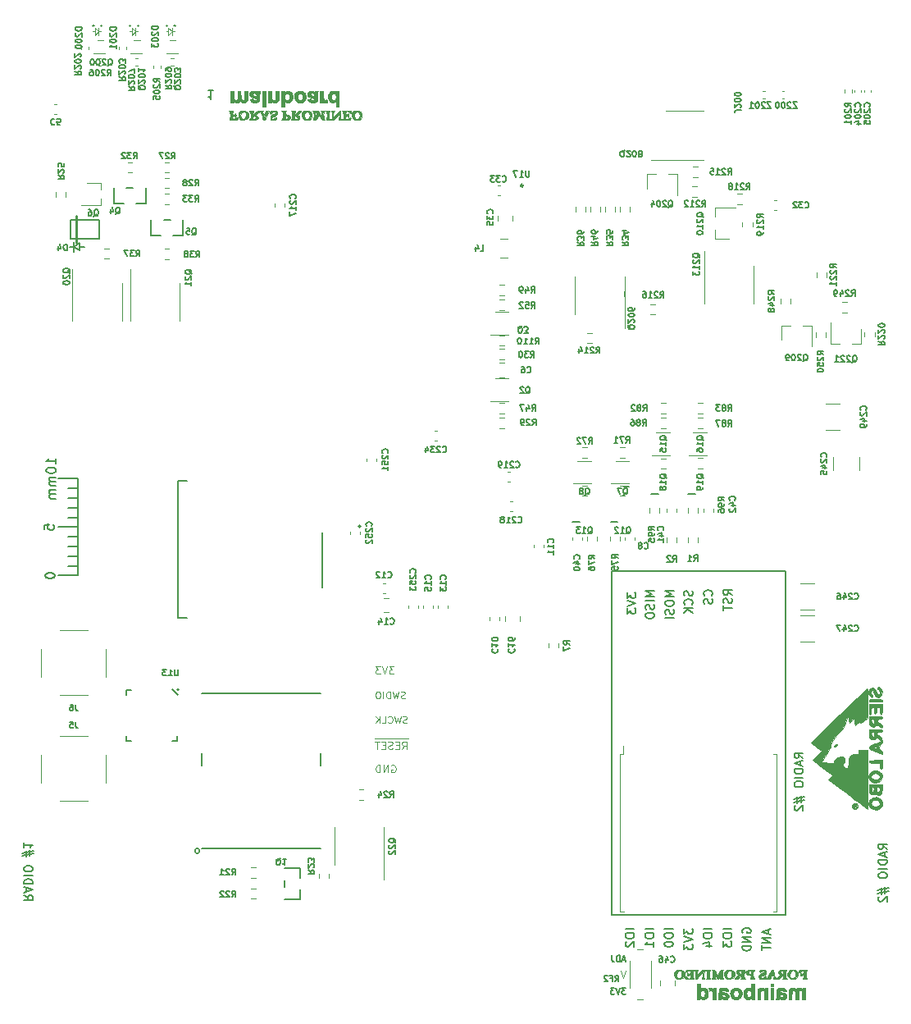
<source format=gbo>
G04 #@! TF.GenerationSoftware,KiCad,Pcbnew,(5.1.9)-1*
G04 #@! TF.CreationDate,2021-12-20T19:14:58-05:00*
G04 #@! TF.ProjectId,mainboard,6d61696e-626f-4617-9264-2e6b69636164,rev?*
G04 #@! TF.SameCoordinates,Original*
G04 #@! TF.FileFunction,Legend,Bot*
G04 #@! TF.FilePolarity,Positive*
%FSLAX46Y46*%
G04 Gerber Fmt 4.6, Leading zero omitted, Abs format (unit mm)*
G04 Created by KiCad (PCBNEW (5.1.9)-1) date 2021-12-20 19:14:58*
%MOMM*%
%LPD*%
G01*
G04 APERTURE LIST*
%ADD10C,0.127000*%
%ADD11C,0.121920*%
%ADD12C,0.152400*%
%ADD13C,0.200000*%
%ADD14C,0.010000*%
%ADD15C,0.120000*%
%ADD16C,0.060000*%
%ADD17C,0.150000*%
%ADD18C,0.203200*%
%ADD19C,0.250000*%
G04 APERTURE END LIST*
D10*
X118491000Y-54080833D02*
X117983000Y-54080833D01*
X118237000Y-54080833D02*
X118237000Y-54969833D01*
X118152333Y-54842833D01*
X118067666Y-54758166D01*
X117983000Y-54715833D01*
X160016976Y-146019761D02*
X160228642Y-145717380D01*
X160379833Y-146019761D02*
X160379833Y-145384761D01*
X160137928Y-145384761D01*
X160077452Y-145415000D01*
X160047214Y-145445238D01*
X160016976Y-145505714D01*
X160016976Y-145596428D01*
X160047214Y-145656904D01*
X160077452Y-145687142D01*
X160137928Y-145717380D01*
X160379833Y-145717380D01*
X159533166Y-145687142D02*
X159744833Y-145687142D01*
X159744833Y-146019761D02*
X159744833Y-145384761D01*
X159442452Y-145384761D01*
X159230785Y-145445238D02*
X159200547Y-145415000D01*
X159140071Y-145384761D01*
X158988880Y-145384761D01*
X158928404Y-145415000D01*
X158898166Y-145445238D01*
X158867928Y-145505714D01*
X158867928Y-145566190D01*
X158898166Y-145656904D01*
X159261023Y-146019761D01*
X158867928Y-146019761D01*
D11*
X161103041Y-144878334D02*
X160849041Y-145640334D01*
X160595041Y-144878334D01*
D10*
X161071170Y-143794728D02*
X160768789Y-143794728D01*
X161131647Y-143976156D02*
X160919980Y-143341156D01*
X160708313Y-143976156D01*
X160496647Y-143976156D02*
X160496647Y-143341156D01*
X160345456Y-143341156D01*
X160254742Y-143371395D01*
X160194266Y-143431871D01*
X160164028Y-143492347D01*
X160133789Y-143613299D01*
X160133789Y-143704014D01*
X160164028Y-143824966D01*
X160194266Y-143885442D01*
X160254742Y-143945918D01*
X160345456Y-143976156D01*
X160496647Y-143976156D01*
X159680218Y-143341156D02*
X159680218Y-143794728D01*
X159710456Y-143885442D01*
X159770932Y-143945918D01*
X159861647Y-143976156D01*
X159922123Y-143976156D01*
X161101408Y-146691156D02*
X160708313Y-146691156D01*
X160919979Y-146933061D01*
X160829265Y-146933061D01*
X160768789Y-146963299D01*
X160738551Y-146993537D01*
X160708313Y-147054014D01*
X160708313Y-147205204D01*
X160738551Y-147265680D01*
X160768789Y-147295918D01*
X160829265Y-147326156D01*
X161010693Y-147326156D01*
X161071170Y-147295918D01*
X161101408Y-147265680D01*
X160526884Y-146691156D02*
X160315217Y-147326156D01*
X160103551Y-146691156D01*
X159952360Y-146691156D02*
X159559265Y-146691156D01*
X159770932Y-146933061D01*
X159680217Y-146933061D01*
X159619741Y-146963299D01*
X159589503Y-146993537D01*
X159559265Y-147054014D01*
X159559265Y-147205204D01*
X159589503Y-147265680D01*
X159619741Y-147295918D01*
X159680217Y-147326156D01*
X159861646Y-147326156D01*
X159922122Y-147295918D01*
X159952360Y-147265680D01*
X188086999Y-132378450D02*
X187663666Y-132082116D01*
X188086999Y-131870450D02*
X187197999Y-131870450D01*
X187197999Y-132209116D01*
X187240333Y-132293783D01*
X187282666Y-132336116D01*
X187367333Y-132378450D01*
X187494333Y-132378450D01*
X187578999Y-132336116D01*
X187621333Y-132293783D01*
X187663666Y-132209116D01*
X187663666Y-131870450D01*
X187832999Y-132717116D02*
X187832999Y-133140450D01*
X188086999Y-132632450D02*
X187197999Y-132928783D01*
X188086999Y-133225116D01*
X188086999Y-133521450D02*
X187197999Y-133521450D01*
X187197999Y-133733116D01*
X187240333Y-133860116D01*
X187324999Y-133944783D01*
X187409666Y-133987116D01*
X187578999Y-134029450D01*
X187705999Y-134029450D01*
X187875333Y-133987116D01*
X187959999Y-133944783D01*
X188044666Y-133860116D01*
X188086999Y-133733116D01*
X188086999Y-133521450D01*
X188086999Y-134410450D02*
X187197999Y-134410450D01*
X187197999Y-135003116D02*
X187197999Y-135172450D01*
X187240333Y-135257116D01*
X187324999Y-135341783D01*
X187494333Y-135384116D01*
X187790666Y-135384116D01*
X187959999Y-135341783D01*
X188044666Y-135257116D01*
X188086999Y-135172450D01*
X188086999Y-135003116D01*
X188044666Y-134918450D01*
X187959999Y-134833783D01*
X187790666Y-134791450D01*
X187494333Y-134791450D01*
X187324999Y-134833783D01*
X187240333Y-134918450D01*
X187197999Y-135003116D01*
X187494333Y-136400116D02*
X187494333Y-137035116D01*
X187113333Y-136654116D02*
X188256333Y-136400116D01*
X187875333Y-136950450D02*
X187875333Y-136315450D01*
X188256333Y-136696450D02*
X187113333Y-136950450D01*
X187282666Y-137289116D02*
X187240333Y-137331450D01*
X187197999Y-137416116D01*
X187197999Y-137627783D01*
X187240333Y-137712450D01*
X187282666Y-137754783D01*
X187367333Y-137797116D01*
X187451999Y-137797116D01*
X187578999Y-137754783D01*
X188086999Y-137246783D01*
X188086999Y-137797116D01*
D12*
X160909000Y-94996000D02*
X161036000Y-94869000D01*
X160909000Y-94996000D02*
X161480500Y-94996000D01*
X160909000Y-94996000D02*
X161036000Y-95123000D01*
D10*
X164041666Y-105750783D02*
X163152666Y-105750783D01*
X163787666Y-106047116D01*
X163152666Y-106343450D01*
X164041666Y-106343450D01*
X164041666Y-106766783D02*
X163152666Y-106766783D01*
X163999333Y-107147783D02*
X164041666Y-107274783D01*
X164041666Y-107486450D01*
X163999333Y-107571116D01*
X163957000Y-107613450D01*
X163872333Y-107655783D01*
X163787666Y-107655783D01*
X163703000Y-107613450D01*
X163660666Y-107571116D01*
X163618333Y-107486450D01*
X163576000Y-107317116D01*
X163533666Y-107232450D01*
X163491333Y-107190116D01*
X163406666Y-107147783D01*
X163322000Y-107147783D01*
X163237333Y-107190116D01*
X163195000Y-107232450D01*
X163152666Y-107317116D01*
X163152666Y-107528783D01*
X163195000Y-107655783D01*
X163152666Y-108206116D02*
X163152666Y-108375450D01*
X163195000Y-108460116D01*
X163279666Y-108544783D01*
X163449000Y-108587116D01*
X163745333Y-108587116D01*
X163914666Y-108544783D01*
X163999333Y-108460116D01*
X164041666Y-108375450D01*
X164041666Y-108206116D01*
X163999333Y-108121450D01*
X163914666Y-108036783D01*
X163745333Y-107994450D01*
X163449000Y-107994450D01*
X163279666Y-108036783D01*
X163195000Y-108121450D01*
X163152666Y-108206116D01*
X166073666Y-105750783D02*
X165184666Y-105750783D01*
X165819666Y-106047116D01*
X165184666Y-106343450D01*
X166073666Y-106343450D01*
X165184666Y-106936116D02*
X165184666Y-107105450D01*
X165227000Y-107190116D01*
X165311666Y-107274783D01*
X165481000Y-107317116D01*
X165777333Y-107317116D01*
X165946666Y-107274783D01*
X166031333Y-107190116D01*
X166073666Y-107105450D01*
X166073666Y-106936116D01*
X166031333Y-106851450D01*
X165946666Y-106766783D01*
X165777333Y-106724450D01*
X165481000Y-106724450D01*
X165311666Y-106766783D01*
X165227000Y-106851450D01*
X165184666Y-106936116D01*
X166031333Y-107655783D02*
X166073666Y-107782783D01*
X166073666Y-107994450D01*
X166031333Y-108079116D01*
X165989000Y-108121450D01*
X165904333Y-108163783D01*
X165819666Y-108163783D01*
X165735000Y-108121450D01*
X165692666Y-108079116D01*
X165650333Y-107994450D01*
X165608000Y-107825116D01*
X165565666Y-107740450D01*
X165523333Y-107698116D01*
X165438666Y-107655783D01*
X165354000Y-107655783D01*
X165269333Y-107698116D01*
X165227000Y-107740450D01*
X165184666Y-107825116D01*
X165184666Y-108036783D01*
X165227000Y-108163783D01*
X166073666Y-108544783D02*
X165184666Y-108544783D01*
X161036000Y-74803000D02*
X161036000Y-75311000D01*
D11*
X136921385Y-123725635D02*
X136994924Y-123688865D01*
X137105232Y-123688865D01*
X137215541Y-123725635D01*
X137289080Y-123799174D01*
X137325849Y-123872713D01*
X137362619Y-124019791D01*
X137362619Y-124130099D01*
X137325849Y-124277177D01*
X137289080Y-124350716D01*
X137215541Y-124424255D01*
X137105232Y-124461025D01*
X137031693Y-124461025D01*
X136921385Y-124424255D01*
X136884615Y-124387486D01*
X136884615Y-124130099D01*
X137031693Y-124130099D01*
X136553689Y-124461025D02*
X136553689Y-123688865D01*
X136112455Y-124461025D01*
X136112455Y-123688865D01*
X135744760Y-124461025D02*
X135744760Y-123688865D01*
X135560912Y-123688865D01*
X135450604Y-123725635D01*
X135377065Y-123799174D01*
X135340295Y-123872713D01*
X135303526Y-124019791D01*
X135303526Y-124130099D01*
X135340295Y-124277177D01*
X135377065Y-124350716D01*
X135450604Y-124424255D01*
X135560912Y-124461025D01*
X135744760Y-124461025D01*
X138306048Y-116781410D02*
X138204448Y-116815277D01*
X138035114Y-116815277D01*
X137967381Y-116781410D01*
X137933514Y-116747544D01*
X137899648Y-116679810D01*
X137899648Y-116612077D01*
X137933514Y-116544344D01*
X137967381Y-116510477D01*
X138035114Y-116476610D01*
X138170581Y-116442744D01*
X138238314Y-116408877D01*
X138272181Y-116375010D01*
X138306048Y-116307277D01*
X138306048Y-116239544D01*
X138272181Y-116171810D01*
X138238314Y-116137944D01*
X138170581Y-116104077D01*
X138001248Y-116104077D01*
X137899648Y-116137944D01*
X137662581Y-116104077D02*
X137493248Y-116815277D01*
X137357781Y-116307277D01*
X137222314Y-116815277D01*
X137052981Y-116104077D01*
X136782048Y-116815277D02*
X136782048Y-116104077D01*
X136612714Y-116104077D01*
X136511114Y-116137944D01*
X136443381Y-116205677D01*
X136409514Y-116273410D01*
X136375648Y-116408877D01*
X136375648Y-116510477D01*
X136409514Y-116645944D01*
X136443381Y-116713677D01*
X136511114Y-116781410D01*
X136612714Y-116815277D01*
X136782048Y-116815277D01*
X136070848Y-116815277D02*
X136070848Y-116104077D01*
X135596714Y-116104077D02*
X135461248Y-116104077D01*
X135393514Y-116137944D01*
X135325781Y-116205677D01*
X135291914Y-116341144D01*
X135291914Y-116578210D01*
X135325781Y-116713677D01*
X135393514Y-116781410D01*
X135461248Y-116815277D01*
X135596714Y-116815277D01*
X135664448Y-116781410D01*
X135732181Y-116713677D01*
X135766048Y-116578210D01*
X135766048Y-116341144D01*
X135732181Y-116205677D01*
X135664448Y-116137944D01*
X135596714Y-116104077D01*
X137178771Y-113528865D02*
X136700768Y-113528865D01*
X136958154Y-113823021D01*
X136847846Y-113823021D01*
X136774307Y-113859791D01*
X136737537Y-113896560D01*
X136700768Y-113970099D01*
X136700768Y-114153947D01*
X136737537Y-114227486D01*
X136774307Y-114264255D01*
X136847846Y-114301025D01*
X137068463Y-114301025D01*
X137142002Y-114264255D01*
X137178771Y-114227486D01*
X136480150Y-113528865D02*
X136222764Y-114301025D01*
X135965377Y-113528865D01*
X135781529Y-113528865D02*
X135303526Y-113528865D01*
X135560912Y-113823021D01*
X135450604Y-113823021D01*
X135377065Y-113859791D01*
X135340295Y-113896560D01*
X135303526Y-113970099D01*
X135303526Y-114153947D01*
X135340295Y-114227486D01*
X135377065Y-114264255D01*
X135450604Y-114301025D01*
X135671221Y-114301025D01*
X135744760Y-114264255D01*
X135781529Y-114227486D01*
X138509248Y-119321410D02*
X138407648Y-119355277D01*
X138238314Y-119355277D01*
X138170581Y-119321410D01*
X138136714Y-119287544D01*
X138102848Y-119219810D01*
X138102848Y-119152077D01*
X138136714Y-119084344D01*
X138170581Y-119050477D01*
X138238314Y-119016610D01*
X138373781Y-118982744D01*
X138441514Y-118948877D01*
X138475381Y-118915010D01*
X138509248Y-118847277D01*
X138509248Y-118779544D01*
X138475381Y-118711810D01*
X138441514Y-118677944D01*
X138373781Y-118644077D01*
X138204448Y-118644077D01*
X138102848Y-118677944D01*
X137865781Y-118644077D02*
X137696448Y-119355277D01*
X137560981Y-118847277D01*
X137425514Y-119355277D01*
X137256181Y-118644077D01*
X136578848Y-119287544D02*
X136612714Y-119321410D01*
X136714314Y-119355277D01*
X136782048Y-119355277D01*
X136883648Y-119321410D01*
X136951381Y-119253677D01*
X136985248Y-119185944D01*
X137019114Y-119050477D01*
X137019114Y-118948877D01*
X136985248Y-118813410D01*
X136951381Y-118745677D01*
X136883648Y-118677944D01*
X136782048Y-118644077D01*
X136714314Y-118644077D01*
X136612714Y-118677944D01*
X136578848Y-118711810D01*
X135935381Y-119355277D02*
X136274048Y-119355277D01*
X136274048Y-118644077D01*
X135698314Y-119355277D02*
X135698314Y-118644077D01*
X135291914Y-119355277D02*
X135596714Y-118948877D01*
X135291914Y-118644077D02*
X135698314Y-119050477D01*
X138649552Y-120975729D02*
X137877392Y-120975729D01*
X138024470Y-122039491D02*
X138281857Y-121671796D01*
X138465705Y-122039491D02*
X138465705Y-121267331D01*
X138171548Y-121267331D01*
X138098009Y-121304101D01*
X138061240Y-121340870D01*
X138024470Y-121414409D01*
X138024470Y-121524718D01*
X138061240Y-121598257D01*
X138098009Y-121635026D01*
X138171548Y-121671796D01*
X138465705Y-121671796D01*
X137877392Y-120975729D02*
X137178771Y-120975729D01*
X137693545Y-121635026D02*
X137436158Y-121635026D01*
X137325849Y-122039491D02*
X137693545Y-122039491D01*
X137693545Y-121267331D01*
X137325849Y-121267331D01*
X137178771Y-120975729D02*
X136443381Y-120975729D01*
X137031693Y-122002721D02*
X136921385Y-122039491D01*
X136737537Y-122039491D01*
X136663998Y-122002721D01*
X136627228Y-121965952D01*
X136590459Y-121892413D01*
X136590459Y-121818874D01*
X136627228Y-121745335D01*
X136663998Y-121708565D01*
X136737537Y-121671796D01*
X136884615Y-121635026D01*
X136958154Y-121598257D01*
X136994924Y-121561487D01*
X137031693Y-121487948D01*
X137031693Y-121414409D01*
X136994924Y-121340870D01*
X136958154Y-121304101D01*
X136884615Y-121267331D01*
X136700768Y-121267331D01*
X136590459Y-121304101D01*
X136443381Y-120975729D02*
X135744760Y-120975729D01*
X136259533Y-121635026D02*
X136002147Y-121635026D01*
X135891838Y-122039491D02*
X136259533Y-122039491D01*
X136259533Y-121267331D01*
X135891838Y-121267331D01*
X135744760Y-120975729D02*
X135156448Y-120975729D01*
X135671221Y-121267331D02*
X135229987Y-121267331D01*
X135450604Y-122039491D02*
X135450604Y-121267331D01*
D10*
X167999833Y-105729616D02*
X168042166Y-105856616D01*
X168042166Y-106068283D01*
X167999833Y-106152950D01*
X167957500Y-106195283D01*
X167872833Y-106237616D01*
X167788166Y-106237616D01*
X167703500Y-106195283D01*
X167661166Y-106152950D01*
X167618833Y-106068283D01*
X167576500Y-105898950D01*
X167534166Y-105814283D01*
X167491833Y-105771950D01*
X167407166Y-105729616D01*
X167322500Y-105729616D01*
X167237833Y-105771950D01*
X167195500Y-105814283D01*
X167153166Y-105898950D01*
X167153166Y-106110616D01*
X167195500Y-106237616D01*
X167957500Y-107126616D02*
X167999833Y-107084283D01*
X168042166Y-106957283D01*
X168042166Y-106872616D01*
X167999833Y-106745616D01*
X167915166Y-106660950D01*
X167830500Y-106618616D01*
X167661166Y-106576283D01*
X167534166Y-106576283D01*
X167364833Y-106618616D01*
X167280166Y-106660950D01*
X167195500Y-106745616D01*
X167153166Y-106872616D01*
X167153166Y-106957283D01*
X167195500Y-107084283D01*
X167237833Y-107126616D01*
X168042166Y-107507616D02*
X167153166Y-107507616D01*
X168042166Y-108015616D02*
X167534166Y-107634616D01*
X167153166Y-108015616D02*
X167661166Y-107507616D01*
X169989500Y-106216450D02*
X170031833Y-106174116D01*
X170074166Y-106047116D01*
X170074166Y-105962450D01*
X170031833Y-105835450D01*
X169947166Y-105750783D01*
X169862500Y-105708450D01*
X169693166Y-105666116D01*
X169566166Y-105666116D01*
X169396833Y-105708450D01*
X169312166Y-105750783D01*
X169227500Y-105835450D01*
X169185166Y-105962450D01*
X169185166Y-106047116D01*
X169227500Y-106174116D01*
X169269833Y-106216450D01*
X170031833Y-106555116D02*
X170074166Y-106682116D01*
X170074166Y-106893783D01*
X170031833Y-106978450D01*
X169989500Y-107020783D01*
X169904833Y-107063116D01*
X169820166Y-107063116D01*
X169735500Y-107020783D01*
X169693166Y-106978450D01*
X169650833Y-106893783D01*
X169608500Y-106724450D01*
X169566166Y-106639783D01*
X169523833Y-106597450D01*
X169439166Y-106555116D01*
X169354500Y-106555116D01*
X169269833Y-106597450D01*
X169227500Y-106639783D01*
X169185166Y-106724450D01*
X169185166Y-106936116D01*
X169227500Y-107063116D01*
X172106166Y-106174116D02*
X171682833Y-105877783D01*
X172106166Y-105666116D02*
X171217166Y-105666116D01*
X171217166Y-106004783D01*
X171259500Y-106089450D01*
X171301833Y-106131783D01*
X171386500Y-106174116D01*
X171513500Y-106174116D01*
X171598166Y-106131783D01*
X171640500Y-106089450D01*
X171682833Y-106004783D01*
X171682833Y-105666116D01*
X172063833Y-106512783D02*
X172106166Y-106639783D01*
X172106166Y-106851450D01*
X172063833Y-106936116D01*
X172021500Y-106978450D01*
X171936833Y-107020783D01*
X171852166Y-107020783D01*
X171767500Y-106978450D01*
X171725166Y-106936116D01*
X171682833Y-106851450D01*
X171640500Y-106682116D01*
X171598166Y-106597450D01*
X171555833Y-106555116D01*
X171471166Y-106512783D01*
X171386500Y-106512783D01*
X171301833Y-106555116D01*
X171259500Y-106597450D01*
X171217166Y-106682116D01*
X171217166Y-106893783D01*
X171259500Y-107020783D01*
X171217166Y-107274783D02*
X171217166Y-107782783D01*
X172106166Y-107528783D02*
X171217166Y-107528783D01*
X161247666Y-105920116D02*
X161247666Y-106470450D01*
X161586333Y-106174116D01*
X161586333Y-106301116D01*
X161628666Y-106385783D01*
X161671000Y-106428116D01*
X161755666Y-106470450D01*
X161967333Y-106470450D01*
X162052000Y-106428116D01*
X162094333Y-106385783D01*
X162136666Y-106301116D01*
X162136666Y-106047116D01*
X162094333Y-105962450D01*
X162052000Y-105920116D01*
X161247666Y-106724450D02*
X162136666Y-107020783D01*
X161247666Y-107317116D01*
X161247666Y-107528783D02*
X161247666Y-108079116D01*
X161586333Y-107782783D01*
X161586333Y-107909783D01*
X161628666Y-107994450D01*
X161671000Y-108036783D01*
X161755666Y-108079116D01*
X161967333Y-108079116D01*
X162052000Y-108036783D01*
X162094333Y-107994450D01*
X162136666Y-107909783D01*
X162136666Y-107655783D01*
X162094333Y-107571116D01*
X162052000Y-107528783D01*
X167115066Y-140591116D02*
X167115066Y-141141450D01*
X167453733Y-140845116D01*
X167453733Y-140972116D01*
X167496066Y-141056783D01*
X167538400Y-141099116D01*
X167623066Y-141141450D01*
X167834733Y-141141450D01*
X167919400Y-141099116D01*
X167961733Y-141056783D01*
X168004066Y-140972116D01*
X168004066Y-140718116D01*
X167961733Y-140633450D01*
X167919400Y-140591116D01*
X167115066Y-141395450D02*
X168004066Y-141691783D01*
X167115066Y-141988116D01*
X167115066Y-142199783D02*
X167115066Y-142750116D01*
X167453733Y-142453783D01*
X167453733Y-142580783D01*
X167496066Y-142665450D01*
X167538400Y-142707783D01*
X167623066Y-142750116D01*
X167834733Y-142750116D01*
X167919400Y-142707783D01*
X167961733Y-142665450D01*
X168004066Y-142580783D01*
X168004066Y-142326783D01*
X167961733Y-142242116D01*
X167919400Y-142199783D01*
X166004722Y-140624983D02*
X165115722Y-140624983D01*
X165115722Y-141217650D02*
X165115722Y-141386983D01*
X165158056Y-141471650D01*
X165242722Y-141556316D01*
X165412056Y-141598650D01*
X165708389Y-141598650D01*
X165877722Y-141556316D01*
X165962389Y-141471650D01*
X166004722Y-141386983D01*
X166004722Y-141217650D01*
X165962389Y-141132983D01*
X165877722Y-141048316D01*
X165708389Y-141005983D01*
X165412056Y-141005983D01*
X165242722Y-141048316D01*
X165158056Y-141132983D01*
X165115722Y-141217650D01*
X165115722Y-142148983D02*
X165115722Y-142233650D01*
X165158056Y-142318316D01*
X165200389Y-142360650D01*
X165285056Y-142402983D01*
X165454389Y-142445316D01*
X165666056Y-142445316D01*
X165835389Y-142402983D01*
X165920056Y-142360650D01*
X165962389Y-142318316D01*
X166004722Y-142233650D01*
X166004722Y-142148983D01*
X165962389Y-142064316D01*
X165920056Y-142021983D01*
X165835389Y-141979650D01*
X165666056Y-141937316D01*
X165454389Y-141937316D01*
X165285056Y-141979650D01*
X165200389Y-142021983D01*
X165158056Y-142064316D01*
X165115722Y-142148983D01*
X172035406Y-140624983D02*
X171146406Y-140624983D01*
X171146406Y-141217650D02*
X171146406Y-141386983D01*
X171188740Y-141471650D01*
X171273406Y-141556316D01*
X171442740Y-141598650D01*
X171739073Y-141598650D01*
X171908406Y-141556316D01*
X171993073Y-141471650D01*
X172035406Y-141386983D01*
X172035406Y-141217650D01*
X171993073Y-141132983D01*
X171908406Y-141048316D01*
X171739073Y-141005983D01*
X171442740Y-141005983D01*
X171273406Y-141048316D01*
X171188740Y-141132983D01*
X171146406Y-141217650D01*
X171146406Y-141894983D02*
X171146406Y-142445316D01*
X171485073Y-142148983D01*
X171485073Y-142275983D01*
X171527406Y-142360650D01*
X171569740Y-142402983D01*
X171654406Y-142445316D01*
X171866073Y-142445316D01*
X171950740Y-142402983D01*
X171993073Y-142360650D01*
X172035406Y-142275983D01*
X172035406Y-142021983D01*
X171993073Y-141937316D01*
X171950740Y-141894983D01*
X163994494Y-140624983D02*
X163105494Y-140624983D01*
X163105494Y-141217650D02*
X163105494Y-141386983D01*
X163147828Y-141471650D01*
X163232494Y-141556316D01*
X163401828Y-141598650D01*
X163698161Y-141598650D01*
X163867494Y-141556316D01*
X163952161Y-141471650D01*
X163994494Y-141386983D01*
X163994494Y-141217650D01*
X163952161Y-141132983D01*
X163867494Y-141048316D01*
X163698161Y-141005983D01*
X163401828Y-141005983D01*
X163232494Y-141048316D01*
X163147828Y-141132983D01*
X163105494Y-141217650D01*
X163994494Y-142445316D02*
X163994494Y-141937316D01*
X163994494Y-142191316D02*
X163105494Y-142191316D01*
X163232494Y-142106650D01*
X163317161Y-142021983D01*
X163359494Y-141937316D01*
X170025178Y-140624983D02*
X169136178Y-140624983D01*
X169136178Y-141217650D02*
X169136178Y-141386983D01*
X169178512Y-141471650D01*
X169263178Y-141556316D01*
X169432512Y-141598650D01*
X169728845Y-141598650D01*
X169898178Y-141556316D01*
X169982845Y-141471650D01*
X170025178Y-141386983D01*
X170025178Y-141217650D01*
X169982845Y-141132983D01*
X169898178Y-141048316D01*
X169728845Y-141005983D01*
X169432512Y-141005983D01*
X169263178Y-141048316D01*
X169178512Y-141132983D01*
X169136178Y-141217650D01*
X169432512Y-142360650D02*
X170025178Y-142360650D01*
X169093845Y-142148983D02*
X169728845Y-141937316D01*
X169728845Y-142487650D01*
X161984266Y-140624983D02*
X161095266Y-140624983D01*
X161095266Y-141217650D02*
X161095266Y-141386983D01*
X161137600Y-141471650D01*
X161222266Y-141556316D01*
X161391600Y-141598650D01*
X161687933Y-141598650D01*
X161857266Y-141556316D01*
X161941933Y-141471650D01*
X161984266Y-141386983D01*
X161984266Y-141217650D01*
X161941933Y-141132983D01*
X161857266Y-141048316D01*
X161687933Y-141005983D01*
X161391600Y-141005983D01*
X161222266Y-141048316D01*
X161137600Y-141132983D01*
X161095266Y-141217650D01*
X161179933Y-141937316D02*
X161137600Y-141979650D01*
X161095266Y-142064316D01*
X161095266Y-142275983D01*
X161137600Y-142360650D01*
X161179933Y-142402983D01*
X161264600Y-142445316D01*
X161349266Y-142445316D01*
X161476266Y-142402983D01*
X161984266Y-141894983D01*
X161984266Y-142445316D01*
X173177200Y-141014450D02*
X173134866Y-140929783D01*
X173134866Y-140802783D01*
X173177200Y-140675783D01*
X173261866Y-140591116D01*
X173346533Y-140548783D01*
X173515866Y-140506450D01*
X173642866Y-140506450D01*
X173812200Y-140548783D01*
X173896866Y-140591116D01*
X173981533Y-140675783D01*
X174023866Y-140802783D01*
X174023866Y-140887450D01*
X173981533Y-141014450D01*
X173939200Y-141056783D01*
X173642866Y-141056783D01*
X173642866Y-140887450D01*
X174023866Y-141437783D02*
X173134866Y-141437783D01*
X174023866Y-141945783D01*
X173134866Y-141945783D01*
X174023866Y-142369116D02*
X173134866Y-142369116D01*
X173134866Y-142580783D01*
X173177200Y-142707783D01*
X173261866Y-142792450D01*
X173346533Y-142834783D01*
X173515866Y-142877116D01*
X173642866Y-142877116D01*
X173812200Y-142834783D01*
X173896866Y-142792450D01*
X173981533Y-142707783D01*
X174023866Y-142580783D01*
X174023866Y-142369116D01*
X175801866Y-140718116D02*
X175801866Y-141141450D01*
X176055866Y-140633450D02*
X175166866Y-140929783D01*
X176055866Y-141226116D01*
X176055866Y-141522450D02*
X175166866Y-141522450D01*
X176055866Y-142030450D01*
X175166866Y-142030450D01*
X175166866Y-142326783D02*
X175166866Y-142834783D01*
X176055866Y-142580783D02*
X175166866Y-142580783D01*
X179408666Y-122980450D02*
X178985333Y-122684116D01*
X179408666Y-122472450D02*
X178519666Y-122472450D01*
X178519666Y-122811116D01*
X178562000Y-122895783D01*
X178604333Y-122938116D01*
X178689000Y-122980450D01*
X178816000Y-122980450D01*
X178900666Y-122938116D01*
X178943000Y-122895783D01*
X178985333Y-122811116D01*
X178985333Y-122472450D01*
X179154666Y-123319116D02*
X179154666Y-123742450D01*
X179408666Y-123234450D02*
X178519666Y-123530783D01*
X179408666Y-123827116D01*
X179408666Y-124123450D02*
X178519666Y-124123450D01*
X178519666Y-124335116D01*
X178562000Y-124462116D01*
X178646666Y-124546783D01*
X178731333Y-124589116D01*
X178900666Y-124631450D01*
X179027666Y-124631450D01*
X179197000Y-124589116D01*
X179281666Y-124546783D01*
X179366333Y-124462116D01*
X179408666Y-124335116D01*
X179408666Y-124123450D01*
X179408666Y-125012450D02*
X178519666Y-125012450D01*
X178519666Y-125605116D02*
X178519666Y-125774450D01*
X178562000Y-125859116D01*
X178646666Y-125943783D01*
X178816000Y-125986116D01*
X179112333Y-125986116D01*
X179281666Y-125943783D01*
X179366333Y-125859116D01*
X179408666Y-125774450D01*
X179408666Y-125605116D01*
X179366333Y-125520450D01*
X179281666Y-125435783D01*
X179112333Y-125393450D01*
X178816000Y-125393450D01*
X178646666Y-125435783D01*
X178562000Y-125520450D01*
X178519666Y-125605116D01*
X178816000Y-127002116D02*
X178816000Y-127637116D01*
X178435000Y-127256116D02*
X179578000Y-127002116D01*
X179197000Y-127552450D02*
X179197000Y-126917450D01*
X179578000Y-127298450D02*
X178435000Y-127552450D01*
X178604333Y-127891116D02*
X178562000Y-127933450D01*
X178519666Y-128018116D01*
X178519666Y-128229783D01*
X178562000Y-128314450D01*
X178604333Y-128356783D01*
X178689000Y-128399116D01*
X178773666Y-128399116D01*
X178900666Y-128356783D01*
X179408666Y-127848783D01*
X179408666Y-128399116D01*
D13*
X133731000Y-99060000D02*
G75*
G03*
X133731000Y-99060000I-127000J0D01*
G01*
D10*
X98975333Y-137115550D02*
X99398666Y-137411883D01*
X98975333Y-137623550D02*
X99864333Y-137623550D01*
X99864333Y-137284883D01*
X99822000Y-137200216D01*
X99779666Y-137157883D01*
X99695000Y-137115550D01*
X99568000Y-137115550D01*
X99483333Y-137157883D01*
X99441000Y-137200216D01*
X99398666Y-137284883D01*
X99398666Y-137623550D01*
X99229333Y-136776883D02*
X99229333Y-136353550D01*
X98975333Y-136861550D02*
X99864333Y-136565216D01*
X98975333Y-136268883D01*
X98975333Y-135972550D02*
X99864333Y-135972550D01*
X99864333Y-135760883D01*
X99822000Y-135633883D01*
X99737333Y-135549216D01*
X99652666Y-135506883D01*
X99483333Y-135464550D01*
X99356333Y-135464550D01*
X99187000Y-135506883D01*
X99102333Y-135549216D01*
X99017666Y-135633883D01*
X98975333Y-135760883D01*
X98975333Y-135972550D01*
X98975333Y-135083550D02*
X99864333Y-135083550D01*
X99864333Y-134490883D02*
X99864333Y-134321550D01*
X99822000Y-134236883D01*
X99737333Y-134152216D01*
X99568000Y-134109883D01*
X99271666Y-134109883D01*
X99102333Y-134152216D01*
X99017666Y-134236883D01*
X98975333Y-134321550D01*
X98975333Y-134490883D01*
X99017666Y-134575550D01*
X99102333Y-134660216D01*
X99271666Y-134702550D01*
X99568000Y-134702550D01*
X99737333Y-134660216D01*
X99822000Y-134575550D01*
X99864333Y-134490883D01*
X99568000Y-133093883D02*
X99568000Y-132458883D01*
X99949000Y-132839883D02*
X98806000Y-133093883D01*
X99187000Y-132543550D02*
X99187000Y-133178550D01*
X98806000Y-132797550D02*
X99949000Y-132543550D01*
X98975333Y-131696883D02*
X98975333Y-132204883D01*
X98975333Y-131950883D02*
X99864333Y-131950883D01*
X99737333Y-132035550D01*
X99652666Y-132120216D01*
X99610333Y-132204883D01*
D14*
G36*
X182703948Y-121820506D02*
G01*
X182803000Y-121810942D01*
X182880828Y-121740407D01*
X182966478Y-121593946D01*
X182943789Y-121537865D01*
X182813152Y-121572937D01*
X182799343Y-121579114D01*
X182650021Y-121674585D01*
X182639750Y-121764393D01*
X182703948Y-121820506D01*
G37*
X182703948Y-121820506D02*
X182803000Y-121810942D01*
X182880828Y-121740407D01*
X182966478Y-121593946D01*
X182943789Y-121537865D01*
X182813152Y-121572937D01*
X182799343Y-121579114D01*
X182650021Y-121674585D01*
X182639750Y-121764393D01*
X182703948Y-121820506D01*
G36*
X184588089Y-128129277D02*
G01*
X184739327Y-128211248D01*
X184910205Y-128200768D01*
X185013883Y-128132034D01*
X185090524Y-127969370D01*
X185075746Y-127778865D01*
X185018560Y-127690353D01*
X185018560Y-127825590D01*
X185023535Y-127901097D01*
X184978589Y-128007768D01*
X184915975Y-128080354D01*
X184770826Y-128124803D01*
X184629957Y-128065147D01*
X184559974Y-127944792D01*
X184565062Y-127908813D01*
X184579347Y-127932159D01*
X184670042Y-127987790D01*
X184790473Y-128004680D01*
X184906793Y-127982944D01*
X184924927Y-127938817D01*
X184933800Y-127847948D01*
X184956127Y-127828513D01*
X185018560Y-127825590D01*
X185018560Y-127690353D01*
X184993576Y-127651682D01*
X184833671Y-127597044D01*
X184784577Y-127607005D01*
X184784577Y-127650920D01*
X184879418Y-127667818D01*
X184845139Y-127707952D01*
X184744928Y-127742198D01*
X184709649Y-127743914D01*
X184709649Y-127863176D01*
X184745025Y-127898552D01*
X184709649Y-127933928D01*
X184674273Y-127898552D01*
X184709649Y-127863176D01*
X184709649Y-127743914D01*
X184649173Y-127746857D01*
X184642975Y-127715073D01*
X184741145Y-127656148D01*
X184784577Y-127650920D01*
X184784577Y-127607005D01*
X184654018Y-127633495D01*
X184520438Y-127742668D01*
X184498189Y-127789916D01*
X184494904Y-127980338D01*
X184588089Y-128129277D01*
G37*
X184588089Y-128129277D02*
X184739327Y-128211248D01*
X184910205Y-128200768D01*
X185013883Y-128132034D01*
X185090524Y-127969370D01*
X185075746Y-127778865D01*
X185018560Y-127690353D01*
X185018560Y-127825590D01*
X185023535Y-127901097D01*
X184978589Y-128007768D01*
X184915975Y-128080354D01*
X184770826Y-128124803D01*
X184629957Y-128065147D01*
X184559974Y-127944792D01*
X184565062Y-127908813D01*
X184579347Y-127932159D01*
X184670042Y-127987790D01*
X184790473Y-128004680D01*
X184906793Y-127982944D01*
X184924927Y-127938817D01*
X184933800Y-127847948D01*
X184956127Y-127828513D01*
X185018560Y-127825590D01*
X185018560Y-127690353D01*
X184993576Y-127651682D01*
X184833671Y-127597044D01*
X184784577Y-127607005D01*
X184784577Y-127650920D01*
X184879418Y-127667818D01*
X184845139Y-127707952D01*
X184744928Y-127742198D01*
X184709649Y-127743914D01*
X184709649Y-127863176D01*
X184745025Y-127898552D01*
X184709649Y-127933928D01*
X184674273Y-127898552D01*
X184709649Y-127863176D01*
X184709649Y-127743914D01*
X184649173Y-127746857D01*
X184642975Y-127715073D01*
X184741145Y-127656148D01*
X184784577Y-127650920D01*
X184784577Y-127607005D01*
X184654018Y-127633495D01*
X184520438Y-127742668D01*
X184498189Y-127789916D01*
X184494904Y-127980338D01*
X184588089Y-128129277D01*
G36*
X180783607Y-121814386D02*
G01*
X181351568Y-122232170D01*
X180422488Y-123168424D01*
X181455007Y-123976942D01*
X182487525Y-124785460D01*
X182044753Y-125159288D01*
X183412577Y-126206946D01*
X183839183Y-126533774D01*
X184269968Y-126863941D01*
X184678616Y-127177268D01*
X185038814Y-127453578D01*
X185324248Y-127672693D01*
X185417170Y-127744091D01*
X186053939Y-128233577D01*
X186072395Y-125207269D01*
X186075634Y-124566971D01*
X186077362Y-123971484D01*
X186077630Y-123435478D01*
X186076491Y-122973624D01*
X186073997Y-122600590D01*
X186070199Y-122331047D01*
X186065149Y-122179664D01*
X186061597Y-122151707D01*
X185981064Y-122134692D01*
X185799967Y-122119265D01*
X185583252Y-122109667D01*
X185134162Y-122096881D01*
X185144594Y-122326825D01*
X185143565Y-122468386D01*
X185098526Y-122535242D01*
X184972167Y-122555415D01*
X184838455Y-122556769D01*
X184599857Y-122579373D01*
X184423143Y-122666979D01*
X184315070Y-122763583D01*
X184201599Y-122891636D01*
X184139281Y-123020197D01*
X184113165Y-123197967D01*
X184108256Y-123437245D01*
X184103980Y-123690451D01*
X184082465Y-123840339D01*
X184030686Y-123925032D01*
X183935613Y-123982654D01*
X183919307Y-123990184D01*
X183776596Y-124040109D01*
X183711434Y-124011795D01*
X183700733Y-123987404D01*
X183628989Y-123867354D01*
X183558520Y-123785943D01*
X183484055Y-123693198D01*
X183519632Y-123633946D01*
X183564838Y-123606810D01*
X183647918Y-123489552D01*
X183683164Y-123292825D01*
X183666998Y-123071564D01*
X183610502Y-122905878D01*
X183478282Y-122791476D01*
X183275545Y-122782208D01*
X183023871Y-122875774D01*
X182849221Y-122986988D01*
X182677450Y-123122882D01*
X182604698Y-123218007D01*
X182610229Y-123306971D01*
X182631056Y-123351100D01*
X182673847Y-123455486D01*
X182617655Y-123471105D01*
X182545733Y-123454483D01*
X182379937Y-123451134D01*
X182287777Y-123490075D01*
X182171670Y-123531246D01*
X181984218Y-123498538D01*
X181929719Y-123481423D01*
X181743112Y-123428662D01*
X181612339Y-123407364D01*
X181595941Y-123408482D01*
X181433639Y-123411796D01*
X181351728Y-123355095D01*
X181348925Y-123337081D01*
X181386760Y-123254447D01*
X181489531Y-123081802D01*
X181641135Y-122845134D01*
X181808814Y-122594787D01*
X182030381Y-122257397D01*
X182173105Y-122005666D01*
X182248610Y-121816449D01*
X182268702Y-121679099D01*
X182292709Y-121523260D01*
X182374326Y-121338133D01*
X182527943Y-121096012D01*
X182682472Y-120882534D01*
X182893125Y-120611867D01*
X183105170Y-120358769D01*
X183284434Y-120163350D01*
X183343913Y-120106158D01*
X183509409Y-119919194D01*
X183652926Y-119662696D01*
X183790442Y-119312989D01*
X183885952Y-119059907D01*
X183970806Y-118872992D01*
X184031428Y-118780723D01*
X184046038Y-118776806D01*
X184095643Y-118863723D01*
X184143598Y-119031505D01*
X184149824Y-119062660D01*
X184196872Y-119313448D01*
X184470949Y-119045819D01*
X184745025Y-118778191D01*
X184745025Y-119181686D01*
X184754164Y-119399247D01*
X184777813Y-119545743D01*
X184802540Y-119585181D01*
X184883005Y-119538352D01*
X185015631Y-119420995D01*
X185067771Y-119368372D01*
X185198935Y-119238599D01*
X185266418Y-119204685D01*
X185301035Y-119257160D01*
X185310953Y-119293638D01*
X185339645Y-119359407D01*
X185395574Y-119363111D01*
X185503316Y-119293959D01*
X185687447Y-119141157D01*
X185717866Y-119114941D01*
X186089315Y-118794168D01*
X186089315Y-117273473D01*
X186086441Y-116792958D01*
X186078278Y-116387205D01*
X186065511Y-116072112D01*
X186048827Y-115863581D01*
X186028913Y-115777509D01*
X186024680Y-115776361D01*
X185964717Y-115827905D01*
X185814652Y-115967113D01*
X185585851Y-116183023D01*
X185289684Y-116464674D01*
X184937519Y-116801105D01*
X184540724Y-117181353D01*
X184110668Y-117594457D01*
X183658718Y-118029456D01*
X183196242Y-118475388D01*
X182734610Y-118921291D01*
X182285189Y-119356203D01*
X181859347Y-119769164D01*
X181468454Y-120149211D01*
X181123876Y-120485382D01*
X180836983Y-120766717D01*
X180619142Y-120982254D01*
X180481722Y-121121031D01*
X180481589Y-121121169D01*
X180215647Y-121396602D01*
X180783607Y-121814386D01*
G37*
X180783607Y-121814386D02*
X181351568Y-122232170D01*
X180422488Y-123168424D01*
X181455007Y-123976942D01*
X182487525Y-124785460D01*
X182044753Y-125159288D01*
X183412577Y-126206946D01*
X183839183Y-126533774D01*
X184269968Y-126863941D01*
X184678616Y-127177268D01*
X185038814Y-127453578D01*
X185324248Y-127672693D01*
X185417170Y-127744091D01*
X186053939Y-128233577D01*
X186072395Y-125207269D01*
X186075634Y-124566971D01*
X186077362Y-123971484D01*
X186077630Y-123435478D01*
X186076491Y-122973624D01*
X186073997Y-122600590D01*
X186070199Y-122331047D01*
X186065149Y-122179664D01*
X186061597Y-122151707D01*
X185981064Y-122134692D01*
X185799967Y-122119265D01*
X185583252Y-122109667D01*
X185134162Y-122096881D01*
X185144594Y-122326825D01*
X185143565Y-122468386D01*
X185098526Y-122535242D01*
X184972167Y-122555415D01*
X184838455Y-122556769D01*
X184599857Y-122579373D01*
X184423143Y-122666979D01*
X184315070Y-122763583D01*
X184201599Y-122891636D01*
X184139281Y-123020197D01*
X184113165Y-123197967D01*
X184108256Y-123437245D01*
X184103980Y-123690451D01*
X184082465Y-123840339D01*
X184030686Y-123925032D01*
X183935613Y-123982654D01*
X183919307Y-123990184D01*
X183776596Y-124040109D01*
X183711434Y-124011795D01*
X183700733Y-123987404D01*
X183628989Y-123867354D01*
X183558520Y-123785943D01*
X183484055Y-123693198D01*
X183519632Y-123633946D01*
X183564838Y-123606810D01*
X183647918Y-123489552D01*
X183683164Y-123292825D01*
X183666998Y-123071564D01*
X183610502Y-122905878D01*
X183478282Y-122791476D01*
X183275545Y-122782208D01*
X183023871Y-122875774D01*
X182849221Y-122986988D01*
X182677450Y-123122882D01*
X182604698Y-123218007D01*
X182610229Y-123306971D01*
X182631056Y-123351100D01*
X182673847Y-123455486D01*
X182617655Y-123471105D01*
X182545733Y-123454483D01*
X182379937Y-123451134D01*
X182287777Y-123490075D01*
X182171670Y-123531246D01*
X181984218Y-123498538D01*
X181929719Y-123481423D01*
X181743112Y-123428662D01*
X181612339Y-123407364D01*
X181595941Y-123408482D01*
X181433639Y-123411796D01*
X181351728Y-123355095D01*
X181348925Y-123337081D01*
X181386760Y-123254447D01*
X181489531Y-123081802D01*
X181641135Y-122845134D01*
X181808814Y-122594787D01*
X182030381Y-122257397D01*
X182173105Y-122005666D01*
X182248610Y-121816449D01*
X182268702Y-121679099D01*
X182292709Y-121523260D01*
X182374326Y-121338133D01*
X182527943Y-121096012D01*
X182682472Y-120882534D01*
X182893125Y-120611867D01*
X183105170Y-120358769D01*
X183284434Y-120163350D01*
X183343913Y-120106158D01*
X183509409Y-119919194D01*
X183652926Y-119662696D01*
X183790442Y-119312989D01*
X183885952Y-119059907D01*
X183970806Y-118872992D01*
X184031428Y-118780723D01*
X184046038Y-118776806D01*
X184095643Y-118863723D01*
X184143598Y-119031505D01*
X184149824Y-119062660D01*
X184196872Y-119313448D01*
X184470949Y-119045819D01*
X184745025Y-118778191D01*
X184745025Y-119181686D01*
X184754164Y-119399247D01*
X184777813Y-119545743D01*
X184802540Y-119585181D01*
X184883005Y-119538352D01*
X185015631Y-119420995D01*
X185067771Y-119368372D01*
X185198935Y-119238599D01*
X185266418Y-119204685D01*
X185301035Y-119257160D01*
X185310953Y-119293638D01*
X185339645Y-119359407D01*
X185395574Y-119363111D01*
X185503316Y-119293959D01*
X185687447Y-119141157D01*
X185717866Y-119114941D01*
X186089315Y-118794168D01*
X186089315Y-117273473D01*
X186086441Y-116792958D01*
X186078278Y-116387205D01*
X186065511Y-116072112D01*
X186048827Y-115863581D01*
X186028913Y-115777509D01*
X186024680Y-115776361D01*
X185964717Y-115827905D01*
X185814652Y-115967113D01*
X185585851Y-116183023D01*
X185289684Y-116464674D01*
X184937519Y-116801105D01*
X184540724Y-117181353D01*
X184110668Y-117594457D01*
X183658718Y-118029456D01*
X183196242Y-118475388D01*
X182734610Y-118921291D01*
X182285189Y-119356203D01*
X181859347Y-119769164D01*
X181468454Y-120149211D01*
X181123876Y-120485382D01*
X180836983Y-120766717D01*
X180619142Y-120982254D01*
X180481722Y-121121031D01*
X180481589Y-121121169D01*
X180215647Y-121396602D01*
X180783607Y-121814386D01*
G36*
X186272383Y-127969054D02*
G01*
X186395565Y-128118317D01*
X186653913Y-128255609D01*
X186949144Y-128284075D01*
X187235409Y-128208241D01*
X187466858Y-128032635D01*
X187484419Y-128010811D01*
X187567614Y-127800391D01*
X187565431Y-127543069D01*
X187484021Y-127299857D01*
X187401445Y-127187815D01*
X187172946Y-127048771D01*
X186892255Y-127001378D01*
X186853053Y-127007509D01*
X186853053Y-127293109D01*
X187057737Y-127316996D01*
X187225068Y-127420115D01*
X187252712Y-127454406D01*
X187344622Y-127610159D01*
X187338867Y-127722265D01*
X187230601Y-127853887D01*
X187221348Y-127863176D01*
X187023712Y-127983306D01*
X186808245Y-128000720D01*
X186614070Y-127927993D01*
X186480308Y-127777701D01*
X186443075Y-127612979D01*
X186502902Y-127449487D01*
X186653834Y-127340069D01*
X186853053Y-127293109D01*
X186853053Y-127007509D01*
X186611608Y-127045272D01*
X186383239Y-127180088D01*
X186368576Y-127195020D01*
X186223902Y-127438693D01*
X186192264Y-127711297D01*
X186272383Y-127969054D01*
G37*
X186272383Y-127969054D02*
X186395565Y-128118317D01*
X186653913Y-128255609D01*
X186949144Y-128284075D01*
X187235409Y-128208241D01*
X187466858Y-128032635D01*
X187484419Y-128010811D01*
X187567614Y-127800391D01*
X187565431Y-127543069D01*
X187484021Y-127299857D01*
X187401445Y-127187815D01*
X187172946Y-127048771D01*
X186892255Y-127001378D01*
X186853053Y-127007509D01*
X186853053Y-127293109D01*
X187057737Y-127316996D01*
X187225068Y-127420115D01*
X187252712Y-127454406D01*
X187344622Y-127610159D01*
X187338867Y-127722265D01*
X187230601Y-127853887D01*
X187221348Y-127863176D01*
X187023712Y-127983306D01*
X186808245Y-128000720D01*
X186614070Y-127927993D01*
X186480308Y-127777701D01*
X186443075Y-127612979D01*
X186502902Y-127449487D01*
X186653834Y-127340069D01*
X186853053Y-127293109D01*
X186853053Y-127007509D01*
X186611608Y-127045272D01*
X186383239Y-127180088D01*
X186368576Y-127195020D01*
X186223902Y-127438693D01*
X186192264Y-127711297D01*
X186272383Y-127969054D01*
G36*
X186248269Y-126430803D02*
G01*
X186310403Y-126621041D01*
X186431895Y-126710609D01*
X186627421Y-126718314D01*
X186690010Y-126709585D01*
X186864299Y-126699936D01*
X186970243Y-126728439D01*
X186976595Y-126735801D01*
X187070079Y-126783595D01*
X187223035Y-126801895D01*
X187390889Y-126768131D01*
X187499128Y-126654082D01*
X187557336Y-126440612D01*
X187575100Y-126108587D01*
X187575109Y-126099025D01*
X187575109Y-125669861D01*
X187134533Y-125669861D01*
X187134533Y-125952870D01*
X187285928Y-125983875D01*
X187349337Y-126095279D01*
X187348518Y-126268711D01*
X187306301Y-126428834D01*
X187207651Y-126482663D01*
X187185972Y-126483510D01*
X187087160Y-126453062D01*
X187037473Y-126338036D01*
X187022509Y-126218190D01*
X187019839Y-126041529D01*
X187062048Y-125965875D01*
X187134533Y-125952870D01*
X187134533Y-125669861D01*
X186602268Y-125669861D01*
X186602268Y-125966339D01*
X186685914Y-125977843D01*
X186721158Y-126077272D01*
X186726084Y-126200502D01*
X186712833Y-126372253D01*
X186661860Y-126435877D01*
X186602268Y-126434665D01*
X186503687Y-126355516D01*
X186478451Y-126200502D01*
X186513871Y-126026229D01*
X186602268Y-125966339D01*
X186602268Y-125669861D01*
X186230819Y-125669861D01*
X186230819Y-126121087D01*
X186248269Y-126430803D01*
G37*
X186248269Y-126430803D02*
X186310403Y-126621041D01*
X186431895Y-126710609D01*
X186627421Y-126718314D01*
X186690010Y-126709585D01*
X186864299Y-126699936D01*
X186970243Y-126728439D01*
X186976595Y-126735801D01*
X187070079Y-126783595D01*
X187223035Y-126801895D01*
X187390889Y-126768131D01*
X187499128Y-126654082D01*
X187557336Y-126440612D01*
X187575100Y-126108587D01*
X187575109Y-126099025D01*
X187575109Y-125669861D01*
X187134533Y-125669861D01*
X187134533Y-125952870D01*
X187285928Y-125983875D01*
X187349337Y-126095279D01*
X187348518Y-126268711D01*
X187306301Y-126428834D01*
X187207651Y-126482663D01*
X187185972Y-126483510D01*
X187087160Y-126453062D01*
X187037473Y-126338036D01*
X187022509Y-126218190D01*
X187019839Y-126041529D01*
X187062048Y-125965875D01*
X187134533Y-125952870D01*
X187134533Y-125669861D01*
X186602268Y-125669861D01*
X186602268Y-125966339D01*
X186685914Y-125977843D01*
X186721158Y-126077272D01*
X186726084Y-126200502D01*
X186712833Y-126372253D01*
X186661860Y-126435877D01*
X186602268Y-126434665D01*
X186503687Y-126355516D01*
X186478451Y-126200502D01*
X186513871Y-126026229D01*
X186602268Y-125966339D01*
X186602268Y-125669861D01*
X186230819Y-125669861D01*
X186230819Y-126121087D01*
X186248269Y-126430803D01*
G36*
X186282565Y-125209283D02*
G01*
X186452773Y-125394738D01*
X186679910Y-125507119D01*
X186936668Y-125531146D01*
X187195737Y-125451539D01*
X187368295Y-125321543D01*
X187531936Y-125072886D01*
X187576097Y-124796430D01*
X187496101Y-124530985D01*
X187468761Y-124488233D01*
X187265048Y-124305812D01*
X187007973Y-124224299D01*
X186877726Y-124230787D01*
X186877726Y-124537828D01*
X187100975Y-124570677D01*
X187243743Y-124682687D01*
X187252712Y-124695075D01*
X187337698Y-124822552D01*
X187353248Y-124902106D01*
X187307704Y-125004029D01*
X187292689Y-125031993D01*
X187155070Y-125165631D01*
X186960421Y-125217154D01*
X186751203Y-125194720D01*
X186569879Y-125106489D01*
X186458909Y-124960619D01*
X186443075Y-124868732D01*
X186491474Y-124675502D01*
X186643285Y-124567828D01*
X186877726Y-124537828D01*
X186877726Y-124230787D01*
X186735233Y-124237887D01*
X186484520Y-124340770D01*
X186293531Y-124527140D01*
X186222178Y-124680273D01*
X186196597Y-124966034D01*
X186282565Y-125209283D01*
G37*
X186282565Y-125209283D02*
X186452773Y-125394738D01*
X186679910Y-125507119D01*
X186936668Y-125531146D01*
X187195737Y-125451539D01*
X187368295Y-125321543D01*
X187531936Y-125072886D01*
X187576097Y-124796430D01*
X187496101Y-124530985D01*
X187468761Y-124488233D01*
X187265048Y-124305812D01*
X187007973Y-124224299D01*
X186877726Y-124230787D01*
X186877726Y-124537828D01*
X187100975Y-124570677D01*
X187243743Y-124682687D01*
X187252712Y-124695075D01*
X187337698Y-124822552D01*
X187353248Y-124902106D01*
X187307704Y-125004029D01*
X187292689Y-125031993D01*
X187155070Y-125165631D01*
X186960421Y-125217154D01*
X186751203Y-125194720D01*
X186569879Y-125106489D01*
X186458909Y-124960619D01*
X186443075Y-124868732D01*
X186491474Y-124675502D01*
X186643285Y-124567828D01*
X186877726Y-124537828D01*
X186877726Y-124230787D01*
X186735233Y-124237887D01*
X186484520Y-124340770D01*
X186293531Y-124527140D01*
X186222178Y-124680273D01*
X186196597Y-124966034D01*
X186282565Y-125209283D01*
G36*
X186242636Y-123405546D02*
G01*
X186297063Y-123447800D01*
X186422563Y-123468921D01*
X186647601Y-123476026D01*
X186796836Y-123476546D01*
X187362853Y-123476546D01*
X187362853Y-123794931D01*
X187376742Y-124004782D01*
X187423967Y-124100369D01*
X187468981Y-124113315D01*
X187528510Y-124082613D01*
X187561596Y-123972907D01*
X187574332Y-123757799D01*
X187575109Y-123653427D01*
X187575109Y-123193538D01*
X186902964Y-123193538D01*
X186590566Y-123195675D01*
X186393402Y-123205769D01*
X186285224Y-123229347D01*
X186239784Y-123271934D01*
X186230819Y-123335042D01*
X186242636Y-123405546D01*
G37*
X186242636Y-123405546D02*
X186297063Y-123447800D01*
X186422563Y-123468921D01*
X186647601Y-123476026D01*
X186796836Y-123476546D01*
X187362853Y-123476546D01*
X187362853Y-123794931D01*
X187376742Y-124004782D01*
X187423967Y-124100369D01*
X187468981Y-124113315D01*
X187528510Y-124082613D01*
X187561596Y-123972907D01*
X187574332Y-123757799D01*
X187575109Y-123653427D01*
X187575109Y-123193538D01*
X186902964Y-123193538D01*
X186590566Y-123195675D01*
X186393402Y-123205769D01*
X186285224Y-123229347D01*
X186239784Y-123271934D01*
X186230819Y-123335042D01*
X186242636Y-123405546D01*
G36*
X186243663Y-120649557D02*
G01*
X186276589Y-120853882D01*
X186304060Y-120934123D01*
X186430954Y-121039463D01*
X186619949Y-121069261D01*
X186811946Y-121021006D01*
X186898353Y-120959351D01*
X186981630Y-120895936D01*
X187073258Y-120900536D01*
X187222234Y-120979119D01*
X187262346Y-121003698D01*
X187404172Y-121110511D01*
X187462858Y-121194975D01*
X187456472Y-121215269D01*
X187367594Y-121264276D01*
X187180076Y-121347580D01*
X186927984Y-121450365D01*
X186866485Y-121474259D01*
X186866485Y-121758284D01*
X186979479Y-121760642D01*
X187009092Y-121863442D01*
X186977492Y-121966494D01*
X186897177Y-121962946D01*
X186759623Y-121924683D01*
X186716121Y-121920000D01*
X186668973Y-121892319D01*
X186715456Y-121831676D01*
X186824332Y-121771667D01*
X186866485Y-121758284D01*
X186866485Y-121474259D01*
X186814524Y-121494448D01*
X186527090Y-121610149D01*
X186350406Y-121698914D01*
X186260291Y-121776429D01*
X186232563Y-121858376D01*
X186232290Y-121872079D01*
X186253027Y-121951333D01*
X186328769Y-122026073D01*
X186482284Y-122110222D01*
X186736340Y-122217702D01*
X186904435Y-122283106D01*
X187575109Y-122540083D01*
X187575109Y-122376314D01*
X187518094Y-122220302D01*
X187433605Y-122167633D01*
X187334856Y-122098890D01*
X187295400Y-121950861D01*
X187292100Y-121852732D01*
X187310300Y-121661492D01*
X187377325Y-121568060D01*
X187433605Y-121545740D01*
X187524000Y-121494720D01*
X187565903Y-121377980D01*
X187575109Y-121188545D01*
X187561285Y-120974828D01*
X187499923Y-120839119D01*
X187361186Y-120719033D01*
X187345164Y-120707754D01*
X187117138Y-120530770D01*
X187018289Y-120405910D01*
X187048058Y-120328801D01*
X187205887Y-120295070D01*
X187292100Y-120292702D01*
X187477255Y-120280836D01*
X187559086Y-120232874D01*
X187575109Y-120151198D01*
X187564959Y-120085430D01*
X187517011Y-120043922D01*
X187405017Y-120021148D01*
X187202726Y-120011581D01*
X186902964Y-120009694D01*
X186619956Y-120009694D01*
X186619956Y-120292702D01*
X186745900Y-120315223D01*
X186792361Y-120411340D01*
X186796836Y-120507179D01*
X186759911Y-120688771D01*
X186683567Y-120765121D01*
X186557247Y-120753045D01*
X186470973Y-120627191D01*
X186444159Y-120451895D01*
X186477096Y-120329481D01*
X186602655Y-120292913D01*
X186619956Y-120292702D01*
X186619956Y-120009694D01*
X186230819Y-120009694D01*
X186230819Y-120403482D01*
X186243663Y-120649557D01*
G37*
X186243663Y-120649557D02*
X186276589Y-120853882D01*
X186304060Y-120934123D01*
X186430954Y-121039463D01*
X186619949Y-121069261D01*
X186811946Y-121021006D01*
X186898353Y-120959351D01*
X186981630Y-120895936D01*
X187073258Y-120900536D01*
X187222234Y-120979119D01*
X187262346Y-121003698D01*
X187404172Y-121110511D01*
X187462858Y-121194975D01*
X187456472Y-121215269D01*
X187367594Y-121264276D01*
X187180076Y-121347580D01*
X186927984Y-121450365D01*
X186866485Y-121474259D01*
X186866485Y-121758284D01*
X186979479Y-121760642D01*
X187009092Y-121863442D01*
X186977492Y-121966494D01*
X186897177Y-121962946D01*
X186759623Y-121924683D01*
X186716121Y-121920000D01*
X186668973Y-121892319D01*
X186715456Y-121831676D01*
X186824332Y-121771667D01*
X186866485Y-121758284D01*
X186866485Y-121474259D01*
X186814524Y-121494448D01*
X186527090Y-121610149D01*
X186350406Y-121698914D01*
X186260291Y-121776429D01*
X186232563Y-121858376D01*
X186232290Y-121872079D01*
X186253027Y-121951333D01*
X186328769Y-122026073D01*
X186482284Y-122110222D01*
X186736340Y-122217702D01*
X186904435Y-122283106D01*
X187575109Y-122540083D01*
X187575109Y-122376314D01*
X187518094Y-122220302D01*
X187433605Y-122167633D01*
X187334856Y-122098890D01*
X187295400Y-121950861D01*
X187292100Y-121852732D01*
X187310300Y-121661492D01*
X187377325Y-121568060D01*
X187433605Y-121545740D01*
X187524000Y-121494720D01*
X187565903Y-121377980D01*
X187575109Y-121188545D01*
X187561285Y-120974828D01*
X187499923Y-120839119D01*
X187361186Y-120719033D01*
X187345164Y-120707754D01*
X187117138Y-120530770D01*
X187018289Y-120405910D01*
X187048058Y-120328801D01*
X187205887Y-120295070D01*
X187292100Y-120292702D01*
X187477255Y-120280836D01*
X187559086Y-120232874D01*
X187575109Y-120151198D01*
X187564959Y-120085430D01*
X187517011Y-120043922D01*
X187405017Y-120021148D01*
X187202726Y-120011581D01*
X186902964Y-120009694D01*
X186619956Y-120009694D01*
X186619956Y-120292702D01*
X186745900Y-120315223D01*
X186792361Y-120411340D01*
X186796836Y-120507179D01*
X186759911Y-120688771D01*
X186683567Y-120765121D01*
X186557247Y-120753045D01*
X186470973Y-120627191D01*
X186444159Y-120451895D01*
X186477096Y-120329481D01*
X186602655Y-120292913D01*
X186619956Y-120292702D01*
X186619956Y-120009694D01*
X186230819Y-120009694D01*
X186230819Y-120403482D01*
X186243663Y-120649557D01*
G36*
X186246834Y-119330376D02*
G01*
X186288417Y-119535188D01*
X186324777Y-119615879D01*
X186473824Y-119716993D01*
X186671087Y-119738427D01*
X186850341Y-119679351D01*
X186909774Y-119623209D01*
X186973995Y-119556131D01*
X187051059Y-119555439D01*
X187182199Y-119628421D01*
X187269053Y-119686702D01*
X187539733Y-119871361D01*
X187564456Y-119712139D01*
X187526409Y-119540060D01*
X187424487Y-119445234D01*
X187217685Y-119289195D01*
X187068594Y-119137168D01*
X187009156Y-119021917D01*
X187009092Y-119019165D01*
X187071860Y-118974860D01*
X187228661Y-118950217D01*
X187292100Y-118948413D01*
X187477255Y-118936546D01*
X187559086Y-118888584D01*
X187575109Y-118806909D01*
X187564959Y-118741140D01*
X187517011Y-118699632D01*
X187405017Y-118676858D01*
X187202726Y-118667292D01*
X186902964Y-118665404D01*
X186619956Y-118665404D01*
X186619956Y-118948413D01*
X186745900Y-118970934D01*
X186792361Y-119067051D01*
X186796836Y-119162889D01*
X186759911Y-119344481D01*
X186683567Y-119420832D01*
X186557247Y-119408755D01*
X186470973Y-119282902D01*
X186444159Y-119107605D01*
X186477096Y-118985192D01*
X186602655Y-118948623D01*
X186619956Y-118948413D01*
X186619956Y-118665404D01*
X186230819Y-118665404D01*
X186230819Y-119076394D01*
X186246834Y-119330376D01*
G37*
X186246834Y-119330376D02*
X186288417Y-119535188D01*
X186324777Y-119615879D01*
X186473824Y-119716993D01*
X186671087Y-119738427D01*
X186850341Y-119679351D01*
X186909774Y-119623209D01*
X186973995Y-119556131D01*
X187051059Y-119555439D01*
X187182199Y-119628421D01*
X187269053Y-119686702D01*
X187539733Y-119871361D01*
X187564456Y-119712139D01*
X187526409Y-119540060D01*
X187424487Y-119445234D01*
X187217685Y-119289195D01*
X187068594Y-119137168D01*
X187009156Y-119021917D01*
X187009092Y-119019165D01*
X187071860Y-118974860D01*
X187228661Y-118950217D01*
X187292100Y-118948413D01*
X187477255Y-118936546D01*
X187559086Y-118888584D01*
X187575109Y-118806909D01*
X187564959Y-118741140D01*
X187517011Y-118699632D01*
X187405017Y-118676858D01*
X187202726Y-118667292D01*
X186902964Y-118665404D01*
X186619956Y-118665404D01*
X186619956Y-118948413D01*
X186745900Y-118970934D01*
X186792361Y-119067051D01*
X186796836Y-119162889D01*
X186759911Y-119344481D01*
X186683567Y-119420832D01*
X186557247Y-119408755D01*
X186470973Y-119282902D01*
X186444159Y-119107605D01*
X186477096Y-118985192D01*
X186602655Y-118948623D01*
X186619956Y-118948413D01*
X186619956Y-118665404D01*
X186230819Y-118665404D01*
X186230819Y-119076394D01*
X186246834Y-119330376D01*
G36*
X186251698Y-118368323D02*
G01*
X186287113Y-118439628D01*
X186333848Y-118453148D01*
X186401987Y-118418175D01*
X186435450Y-118294623D01*
X186443075Y-118099388D01*
X186450525Y-117887201D01*
X186482148Y-117781375D01*
X186551850Y-117747141D01*
X186584580Y-117745627D01*
X186673008Y-117766459D01*
X186714824Y-117852960D01*
X186726030Y-118041139D01*
X186726084Y-118064012D01*
X186735342Y-118262977D01*
X186773787Y-118357061D01*
X186857422Y-118382274D01*
X186867588Y-118382396D01*
X186956017Y-118361564D01*
X186997832Y-118275063D01*
X187009038Y-118086884D01*
X187009092Y-118064012D01*
X187016423Y-117867543D01*
X187052459Y-117774458D01*
X187138264Y-117746843D01*
X187185972Y-117745627D01*
X187290949Y-117757097D01*
X187343319Y-117815630D01*
X187361177Y-117957415D01*
X187362853Y-118099388D01*
X187374214Y-118321854D01*
X187413550Y-118430511D01*
X187468981Y-118453148D01*
X187524841Y-118425443D01*
X187557688Y-118325290D01*
X187572608Y-118127133D01*
X187575109Y-117919852D01*
X187575109Y-117386557D01*
X186266195Y-117427243D01*
X186245407Y-117940195D01*
X186239371Y-118210980D01*
X186251698Y-118368323D01*
G37*
X186251698Y-118368323D02*
X186287113Y-118439628D01*
X186333848Y-118453148D01*
X186401987Y-118418175D01*
X186435450Y-118294623D01*
X186443075Y-118099388D01*
X186450525Y-117887201D01*
X186482148Y-117781375D01*
X186551850Y-117747141D01*
X186584580Y-117745627D01*
X186673008Y-117766459D01*
X186714824Y-117852960D01*
X186726030Y-118041139D01*
X186726084Y-118064012D01*
X186735342Y-118262977D01*
X186773787Y-118357061D01*
X186857422Y-118382274D01*
X186867588Y-118382396D01*
X186956017Y-118361564D01*
X186997832Y-118275063D01*
X187009038Y-118086884D01*
X187009092Y-118064012D01*
X187016423Y-117867543D01*
X187052459Y-117774458D01*
X187138264Y-117746843D01*
X187185972Y-117745627D01*
X187290949Y-117757097D01*
X187343319Y-117815630D01*
X187361177Y-117957415D01*
X187362853Y-118099388D01*
X187374214Y-118321854D01*
X187413550Y-118430511D01*
X187468981Y-118453148D01*
X187524841Y-118425443D01*
X187557688Y-118325290D01*
X187572608Y-118127133D01*
X187575109Y-117919852D01*
X187575109Y-117386557D01*
X186266195Y-117427243D01*
X186245407Y-117940195D01*
X186239371Y-118210980D01*
X186251698Y-118368323D01*
G36*
X186240969Y-117103874D02*
G01*
X186288917Y-117145382D01*
X186400911Y-117168157D01*
X186603202Y-117177723D01*
X186902964Y-117179610D01*
X187215362Y-117177474D01*
X187412526Y-117167379D01*
X187520703Y-117143802D01*
X187566144Y-117101214D01*
X187575109Y-117038106D01*
X187564959Y-116972338D01*
X187517011Y-116930830D01*
X187405017Y-116908056D01*
X187202726Y-116898490D01*
X186902964Y-116896602D01*
X186590566Y-116898739D01*
X186393402Y-116908833D01*
X186285224Y-116932411D01*
X186239784Y-116974998D01*
X186230819Y-117038106D01*
X186240969Y-117103874D01*
G37*
X186240969Y-117103874D02*
X186288917Y-117145382D01*
X186400911Y-117168157D01*
X186603202Y-117177723D01*
X186902964Y-117179610D01*
X187215362Y-117177474D01*
X187412526Y-117167379D01*
X187520703Y-117143802D01*
X187566144Y-117101214D01*
X187575109Y-117038106D01*
X187564959Y-116972338D01*
X187517011Y-116930830D01*
X187405017Y-116908056D01*
X187202726Y-116898490D01*
X186902964Y-116896602D01*
X186590566Y-116898739D01*
X186393402Y-116908833D01*
X186285224Y-116932411D01*
X186239784Y-116974998D01*
X186230819Y-117038106D01*
X186240969Y-117103874D01*
G36*
X186184670Y-116277477D02*
G01*
X186265987Y-116465553D01*
X186388120Y-116617059D01*
X186511692Y-116684058D01*
X186518881Y-116684346D01*
X186572632Y-116629176D01*
X186580586Y-116510001D01*
X186543847Y-116396320D01*
X186513827Y-116365961D01*
X186459060Y-116268435D01*
X186443075Y-116149530D01*
X186478369Y-116011044D01*
X186558707Y-115983480D01*
X186645776Y-116063417D01*
X186687829Y-116171393D01*
X186799457Y-116445953D01*
X186962131Y-116624355D01*
X187152673Y-116695058D01*
X187347905Y-116646519D01*
X187458015Y-116554959D01*
X187553914Y-116357270D01*
X187570239Y-116108710D01*
X187508990Y-115874031D01*
X187433605Y-115764569D01*
X187273688Y-115648601D01*
X187147416Y-115635379D01*
X187082987Y-115724902D01*
X187079844Y-115764569D01*
X187108442Y-115879555D01*
X187148107Y-115906073D01*
X187241133Y-115966088D01*
X187310532Y-116103331D01*
X187328099Y-116253601D01*
X187318320Y-116293557D01*
X187238767Y-116387883D01*
X187134431Y-116358557D01*
X187022646Y-116217020D01*
X186945620Y-116047577D01*
X186864674Y-115853919D01*
X186783430Y-115760268D01*
X186661488Y-115730927D01*
X186585278Y-115729193D01*
X186359936Y-115788941D01*
X186213522Y-115947476D01*
X186168735Y-116173731D01*
X186184670Y-116277477D01*
G37*
X186184670Y-116277477D02*
X186265987Y-116465553D01*
X186388120Y-116617059D01*
X186511692Y-116684058D01*
X186518881Y-116684346D01*
X186572632Y-116629176D01*
X186580586Y-116510001D01*
X186543847Y-116396320D01*
X186513827Y-116365961D01*
X186459060Y-116268435D01*
X186443075Y-116149530D01*
X186478369Y-116011044D01*
X186558707Y-115983480D01*
X186645776Y-116063417D01*
X186687829Y-116171393D01*
X186799457Y-116445953D01*
X186962131Y-116624355D01*
X187152673Y-116695058D01*
X187347905Y-116646519D01*
X187458015Y-116554959D01*
X187553914Y-116357270D01*
X187570239Y-116108710D01*
X187508990Y-115874031D01*
X187433605Y-115764569D01*
X187273688Y-115648601D01*
X187147416Y-115635379D01*
X187082987Y-115724902D01*
X187079844Y-115764569D01*
X187108442Y-115879555D01*
X187148107Y-115906073D01*
X187241133Y-115966088D01*
X187310532Y-116103331D01*
X187328099Y-116253601D01*
X187318320Y-116293557D01*
X187238767Y-116387883D01*
X187134431Y-116358557D01*
X187022646Y-116217020D01*
X186945620Y-116047577D01*
X186864674Y-115853919D01*
X186783430Y-115760268D01*
X186661488Y-115730927D01*
X186585278Y-115729193D01*
X186359936Y-115788941D01*
X186213522Y-115947476D01*
X186168735Y-116173731D01*
X186184670Y-116277477D01*
G36*
X166362058Y-144834918D02*
G01*
X166228141Y-144922123D01*
X166129241Y-145125272D01*
X166123458Y-145368920D01*
X166208616Y-145588956D01*
X166252551Y-145641761D01*
X166457450Y-145757052D01*
X166707711Y-145779363D01*
X166942031Y-145708693D01*
X167030824Y-145641761D01*
X167160811Y-145430701D01*
X167171645Y-145208350D01*
X167170008Y-145204789D01*
X166875956Y-145204789D01*
X166870583Y-145421175D01*
X166829739Y-145585123D01*
X166811395Y-145615028D01*
X166668342Y-145699298D01*
X166512078Y-145667585D01*
X166386585Y-145533338D01*
X166362439Y-145477752D01*
X166339755Y-145254607D01*
X166411860Y-145057089D01*
X166555741Y-144927180D01*
X166679777Y-144898864D01*
X166790525Y-144915339D01*
X166846657Y-144990221D01*
X166872656Y-145161690D01*
X166875956Y-145204789D01*
X167170008Y-145204789D01*
X167078901Y-145006681D01*
X166898154Y-144857669D01*
X166644976Y-144793288D01*
X166617278Y-144792736D01*
X166362058Y-144834918D01*
G37*
X166362058Y-144834918D02*
X166228141Y-144922123D01*
X166129241Y-145125272D01*
X166123458Y-145368920D01*
X166208616Y-145588956D01*
X166252551Y-145641761D01*
X166457450Y-145757052D01*
X166707711Y-145779363D01*
X166942031Y-145708693D01*
X167030824Y-145641761D01*
X167160811Y-145430701D01*
X167171645Y-145208350D01*
X167170008Y-145204789D01*
X166875956Y-145204789D01*
X166870583Y-145421175D01*
X166829739Y-145585123D01*
X166811395Y-145615028D01*
X166668342Y-145699298D01*
X166512078Y-145667585D01*
X166386585Y-145533338D01*
X166362439Y-145477752D01*
X166339755Y-145254607D01*
X166411860Y-145057089D01*
X166555741Y-144927180D01*
X166679777Y-144898864D01*
X166790525Y-144915339D01*
X166846657Y-144990221D01*
X166872656Y-145161690D01*
X166875956Y-145204789D01*
X167170008Y-145204789D01*
X167078901Y-145006681D01*
X166898154Y-144857669D01*
X166644976Y-144793288D01*
X166617278Y-144792736D01*
X166362058Y-144834918D01*
G36*
X167654868Y-144797279D02*
G01*
X167452490Y-144813760D01*
X167338968Y-144846455D01*
X167288079Y-144899640D01*
X167286026Y-144904650D01*
X167248126Y-145029743D01*
X167286677Y-145044943D01*
X167400328Y-144973628D01*
X167600118Y-144872838D01*
X167741096Y-144881896D01*
X167806504Y-144998063D01*
X167809097Y-145040368D01*
X167767051Y-145183231D01*
X167660769Y-145210154D01*
X167540239Y-145132346D01*
X167481994Y-145103455D01*
X167457917Y-145186945D01*
X167455337Y-145278903D01*
X167462198Y-145428702D01*
X167495903Y-145458472D01*
X167566519Y-145399182D01*
X167702028Y-145299266D01*
X167781803Y-145329302D01*
X167809054Y-145490628D01*
X167809097Y-145500256D01*
X167766992Y-145665157D01*
X167650393Y-145716086D01*
X167473875Y-145649028D01*
X167415796Y-145608635D01*
X167270721Y-145516315D01*
X167210758Y-145529879D01*
X167222580Y-145641761D01*
X167260191Y-145718737D01*
X167344617Y-145761653D01*
X167509472Y-145779968D01*
X167725372Y-145783265D01*
X167974313Y-145777770D01*
X168100870Y-145758491D01*
X168123837Y-145721239D01*
X168106256Y-145698362D01*
X168058251Y-145583348D01*
X168027471Y-145380897D01*
X168021354Y-145233553D01*
X168026153Y-145014833D01*
X168050232Y-144904949D01*
X168108108Y-144871315D01*
X168180546Y-144876255D01*
X168267266Y-144899933D01*
X168312940Y-144962257D01*
X168328011Y-145097338D01*
X168322922Y-145339284D01*
X168322854Y-145341064D01*
X168323330Y-145569968D01*
X168341269Y-145729752D01*
X168369362Y-145783265D01*
X168445225Y-145734236D01*
X168583633Y-145605592D01*
X168754860Y-145425001D01*
X168757694Y-145421852D01*
X169082635Y-145060440D01*
X169082635Y-145336950D01*
X169062097Y-145537313D01*
X169011346Y-145681172D01*
X168997732Y-145698362D01*
X168966026Y-145759079D01*
X169050577Y-145781858D01*
X169112524Y-145783265D01*
X169244865Y-145771549D01*
X169258323Y-145723945D01*
X169228701Y-145682634D01*
X169182386Y-145553037D01*
X169164096Y-145342377D01*
X169166974Y-145240433D01*
X169189854Y-145029857D01*
X169236083Y-144922496D01*
X169324655Y-144880128D01*
X169347955Y-144876255D01*
X169436228Y-144873887D01*
X169483918Y-144919614D01*
X169503424Y-145044665D01*
X169507147Y-145277183D01*
X169491957Y-145553334D01*
X169448021Y-145708840D01*
X169418707Y-145736407D01*
X169423473Y-145759440D01*
X169540320Y-145775007D01*
X169609738Y-145777679D01*
X169781778Y-145772298D01*
X169832595Y-145741388D01*
X169804306Y-145698362D01*
X169751968Y-145579376D01*
X169724544Y-145385431D01*
X169721829Y-145166458D01*
X169743615Y-144972389D01*
X169789698Y-144853153D01*
X169807844Y-144839593D01*
X169791124Y-144820621D01*
X169661329Y-144805712D01*
X169456639Y-144798321D01*
X169209918Y-144800416D01*
X169049352Y-144829564D01*
X168919662Y-144908316D01*
X168765571Y-145059221D01*
X168733199Y-145093432D01*
X168449404Y-145394128D01*
X168447635Y-145178334D01*
X168472650Y-144996279D01*
X168530769Y-144877638D01*
X168541712Y-144836487D01*
X168463752Y-144810393D01*
X168279395Y-144796696D01*
X167972322Y-144792736D01*
X167654868Y-144797279D01*
G37*
X167654868Y-144797279D02*
X167452490Y-144813760D01*
X167338968Y-144846455D01*
X167288079Y-144899640D01*
X167286026Y-144904650D01*
X167248126Y-145029743D01*
X167286677Y-145044943D01*
X167400328Y-144973628D01*
X167600118Y-144872838D01*
X167741096Y-144881896D01*
X167806504Y-144998063D01*
X167809097Y-145040368D01*
X167767051Y-145183231D01*
X167660769Y-145210154D01*
X167540239Y-145132346D01*
X167481994Y-145103455D01*
X167457917Y-145186945D01*
X167455337Y-145278903D01*
X167462198Y-145428702D01*
X167495903Y-145458472D01*
X167566519Y-145399182D01*
X167702028Y-145299266D01*
X167781803Y-145329302D01*
X167809054Y-145490628D01*
X167809097Y-145500256D01*
X167766992Y-145665157D01*
X167650393Y-145716086D01*
X167473875Y-145649028D01*
X167415796Y-145608635D01*
X167270721Y-145516315D01*
X167210758Y-145529879D01*
X167222580Y-145641761D01*
X167260191Y-145718737D01*
X167344617Y-145761653D01*
X167509472Y-145779968D01*
X167725372Y-145783265D01*
X167974313Y-145777770D01*
X168100870Y-145758491D01*
X168123837Y-145721239D01*
X168106256Y-145698362D01*
X168058251Y-145583348D01*
X168027471Y-145380897D01*
X168021354Y-145233553D01*
X168026153Y-145014833D01*
X168050232Y-144904949D01*
X168108108Y-144871315D01*
X168180546Y-144876255D01*
X168267266Y-144899933D01*
X168312940Y-144962257D01*
X168328011Y-145097338D01*
X168322922Y-145339284D01*
X168322854Y-145341064D01*
X168323330Y-145569968D01*
X168341269Y-145729752D01*
X168369362Y-145783265D01*
X168445225Y-145734236D01*
X168583633Y-145605592D01*
X168754860Y-145425001D01*
X168757694Y-145421852D01*
X169082635Y-145060440D01*
X169082635Y-145336950D01*
X169062097Y-145537313D01*
X169011346Y-145681172D01*
X168997732Y-145698362D01*
X168966026Y-145759079D01*
X169050577Y-145781858D01*
X169112524Y-145783265D01*
X169244865Y-145771549D01*
X169258323Y-145723945D01*
X169228701Y-145682634D01*
X169182386Y-145553037D01*
X169164096Y-145342377D01*
X169166974Y-145240433D01*
X169189854Y-145029857D01*
X169236083Y-144922496D01*
X169324655Y-144880128D01*
X169347955Y-144876255D01*
X169436228Y-144873887D01*
X169483918Y-144919614D01*
X169503424Y-145044665D01*
X169507147Y-145277183D01*
X169491957Y-145553334D01*
X169448021Y-145708840D01*
X169418707Y-145736407D01*
X169423473Y-145759440D01*
X169540320Y-145775007D01*
X169609738Y-145777679D01*
X169781778Y-145772298D01*
X169832595Y-145741388D01*
X169804306Y-145698362D01*
X169751968Y-145579376D01*
X169724544Y-145385431D01*
X169721829Y-145166458D01*
X169743615Y-144972389D01*
X169789698Y-144853153D01*
X169807844Y-144839593D01*
X169791124Y-144820621D01*
X169661329Y-144805712D01*
X169456639Y-144798321D01*
X169209918Y-144800416D01*
X169049352Y-144829564D01*
X168919662Y-144908316D01*
X168765571Y-145059221D01*
X168733199Y-145093432D01*
X168449404Y-145394128D01*
X168447635Y-145178334D01*
X168472650Y-144996279D01*
X168530769Y-144877638D01*
X168541712Y-144836487D01*
X168463752Y-144810393D01*
X168279395Y-144796696D01*
X167972322Y-144792736D01*
X167654868Y-144797279D01*
G36*
X169980297Y-144812478D02*
G01*
X169982999Y-144838881D01*
X169984724Y-144839593D01*
X170041251Y-144934768D01*
X170070042Y-145154308D01*
X170073164Y-145288000D01*
X170057657Y-145558052D01*
X170013102Y-145710388D01*
X169984724Y-145736407D01*
X169989834Y-145758153D01*
X170106974Y-145770794D01*
X170179292Y-145772093D01*
X170333306Y-145764653D01*
X170387165Y-145745932D01*
X170373861Y-145736407D01*
X170315981Y-145644815D01*
X170291179Y-145454834D01*
X170291147Y-145405920D01*
X170296874Y-145111120D01*
X170441485Y-145447192D01*
X170531841Y-145637172D01*
X170606322Y-145759012D01*
X170634921Y-145783265D01*
X170688423Y-145724185D01*
X170772600Y-145572776D01*
X170831291Y-145447192D01*
X170916649Y-145259714D01*
X170961774Y-145191216D01*
X170980667Y-145229983D01*
X170985889Y-145317805D01*
X170951764Y-145515621D01*
X170875848Y-145653878D01*
X170807867Y-145741076D01*
X170837047Y-145776462D01*
X170984978Y-145783259D01*
X170996126Y-145783265D01*
X171147260Y-145772747D01*
X171176637Y-145734268D01*
X171148596Y-145698362D01*
X171096258Y-145579376D01*
X171068834Y-145385431D01*
X171066118Y-145166458D01*
X171087905Y-144972389D01*
X171133988Y-144853153D01*
X171152134Y-144839593D01*
X171157174Y-144813284D01*
X171048035Y-144798565D01*
X171040314Y-144798321D01*
X170902791Y-144815687D01*
X170810387Y-144901320D01*
X170728885Y-145075744D01*
X170649880Y-145248854D01*
X170582912Y-145348905D01*
X170565379Y-145358752D01*
X170509635Y-145299369D01*
X170431377Y-145150051D01*
X170399804Y-145075744D01*
X170311056Y-144892879D01*
X170215354Y-144812419D01*
X170091425Y-144798321D01*
X169980297Y-144812478D01*
G37*
X169980297Y-144812478D02*
X169982999Y-144838881D01*
X169984724Y-144839593D01*
X170041251Y-144934768D01*
X170070042Y-145154308D01*
X170073164Y-145288000D01*
X170057657Y-145558052D01*
X170013102Y-145710388D01*
X169984724Y-145736407D01*
X169989834Y-145758153D01*
X170106974Y-145770794D01*
X170179292Y-145772093D01*
X170333306Y-145764653D01*
X170387165Y-145745932D01*
X170373861Y-145736407D01*
X170315981Y-145644815D01*
X170291179Y-145454834D01*
X170291147Y-145405920D01*
X170296874Y-145111120D01*
X170441485Y-145447192D01*
X170531841Y-145637172D01*
X170606322Y-145759012D01*
X170634921Y-145783265D01*
X170688423Y-145724185D01*
X170772600Y-145572776D01*
X170831291Y-145447192D01*
X170916649Y-145259714D01*
X170961774Y-145191216D01*
X170980667Y-145229983D01*
X170985889Y-145317805D01*
X170951764Y-145515621D01*
X170875848Y-145653878D01*
X170807867Y-145741076D01*
X170837047Y-145776462D01*
X170984978Y-145783259D01*
X170996126Y-145783265D01*
X171147260Y-145772747D01*
X171176637Y-145734268D01*
X171148596Y-145698362D01*
X171096258Y-145579376D01*
X171068834Y-145385431D01*
X171066118Y-145166458D01*
X171087905Y-144972389D01*
X171133988Y-144853153D01*
X171152134Y-144839593D01*
X171157174Y-144813284D01*
X171048035Y-144798565D01*
X171040314Y-144798321D01*
X170902791Y-144815687D01*
X170810387Y-144901320D01*
X170728885Y-145075744D01*
X170649880Y-145248854D01*
X170582912Y-145348905D01*
X170565379Y-145358752D01*
X170509635Y-145299369D01*
X170431377Y-145150051D01*
X170399804Y-145075744D01*
X170311056Y-144892879D01*
X170215354Y-144812419D01*
X170091425Y-144798321D01*
X169980297Y-144812478D01*
G36*
X171526961Y-144834918D02*
G01*
X171393044Y-144922123D01*
X171294144Y-145125272D01*
X171288360Y-145368920D01*
X171373518Y-145588956D01*
X171417454Y-145641761D01*
X171622353Y-145757052D01*
X171872614Y-145779363D01*
X172106933Y-145708693D01*
X172195727Y-145641761D01*
X172325714Y-145430701D01*
X172336548Y-145208350D01*
X172334911Y-145204789D01*
X172040858Y-145204789D01*
X172035486Y-145421175D01*
X171994641Y-145585123D01*
X171976297Y-145615028D01*
X171833244Y-145699298D01*
X171676981Y-145667585D01*
X171551488Y-145533338D01*
X171527342Y-145477752D01*
X171504657Y-145254607D01*
X171576762Y-145057089D01*
X171720644Y-144927180D01*
X171844679Y-144898864D01*
X171955428Y-144915339D01*
X172011559Y-144990221D01*
X172037559Y-145161690D01*
X172040858Y-145204789D01*
X172334911Y-145204789D01*
X172243804Y-145006681D01*
X172063056Y-144857669D01*
X171809879Y-144793288D01*
X171782180Y-144792736D01*
X171526961Y-144834918D01*
G37*
X171526961Y-144834918D02*
X171393044Y-144922123D01*
X171294144Y-145125272D01*
X171288360Y-145368920D01*
X171373518Y-145588956D01*
X171417454Y-145641761D01*
X171622353Y-145757052D01*
X171872614Y-145779363D01*
X172106933Y-145708693D01*
X172195727Y-145641761D01*
X172325714Y-145430701D01*
X172336548Y-145208350D01*
X172334911Y-145204789D01*
X172040858Y-145204789D01*
X172035486Y-145421175D01*
X171994641Y-145585123D01*
X171976297Y-145615028D01*
X171833244Y-145699298D01*
X171676981Y-145667585D01*
X171551488Y-145533338D01*
X171527342Y-145477752D01*
X171504657Y-145254607D01*
X171576762Y-145057089D01*
X171720644Y-144927180D01*
X171844679Y-144898864D01*
X171955428Y-144915339D01*
X172011559Y-144990221D01*
X172037559Y-145161690D01*
X172040858Y-145204789D01*
X172334911Y-145204789D01*
X172243804Y-145006681D01*
X172063056Y-144857669D01*
X171809879Y-144793288D01*
X171782180Y-144792736D01*
X171526961Y-144834918D01*
G36*
X172906199Y-144803086D02*
G01*
X172721096Y-144821456D01*
X172661402Y-144835681D01*
X172573689Y-144932691D01*
X172554058Y-145084022D01*
X172602674Y-145220226D01*
X172660384Y-145264244D01*
X172710837Y-145308811D01*
X172676467Y-145391682D01*
X172546018Y-145539203D01*
X172540377Y-145545032D01*
X172404092Y-145689218D01*
X172359920Y-145759067D01*
X172401301Y-145781668D01*
X172482544Y-145783903D01*
X172666438Y-145720071D01*
X172848280Y-145553958D01*
X173040945Y-145323376D01*
X173042849Y-145512048D01*
X173014672Y-145664535D01*
X172956312Y-145736407D01*
X172964683Y-145757167D01*
X173085053Y-145770036D01*
X173186256Y-145772093D01*
X173354857Y-145765388D01*
X173427371Y-145748322D01*
X173416200Y-145736407D01*
X173359673Y-145641232D01*
X173330882Y-145421692D01*
X173327760Y-145288000D01*
X173340103Y-145073045D01*
X173044752Y-145073045D01*
X173035079Y-145219836D01*
X172987121Y-145253128D01*
X172898979Y-145214964D01*
X172793676Y-145109342D01*
X172775976Y-145018719D01*
X172856644Y-144904952D01*
X172921748Y-144876800D01*
X173009928Y-144892173D01*
X173042817Y-145005361D01*
X173044752Y-145073045D01*
X173340103Y-145073045D01*
X173343267Y-145017949D01*
X173387822Y-144865612D01*
X173416200Y-144839593D01*
X173404134Y-144819033D01*
X173279769Y-144803680D01*
X173138979Y-144798321D01*
X172906199Y-144803086D01*
G37*
X172906199Y-144803086D02*
X172721096Y-144821456D01*
X172661402Y-144835681D01*
X172573689Y-144932691D01*
X172554058Y-145084022D01*
X172602674Y-145220226D01*
X172660384Y-145264244D01*
X172710837Y-145308811D01*
X172676467Y-145391682D01*
X172546018Y-145539203D01*
X172540377Y-145545032D01*
X172404092Y-145689218D01*
X172359920Y-145759067D01*
X172401301Y-145781668D01*
X172482544Y-145783903D01*
X172666438Y-145720071D01*
X172848280Y-145553958D01*
X173040945Y-145323376D01*
X173042849Y-145512048D01*
X173014672Y-145664535D01*
X172956312Y-145736407D01*
X172964683Y-145757167D01*
X173085053Y-145770036D01*
X173186256Y-145772093D01*
X173354857Y-145765388D01*
X173427371Y-145748322D01*
X173416200Y-145736407D01*
X173359673Y-145641232D01*
X173330882Y-145421692D01*
X173327760Y-145288000D01*
X173340103Y-145073045D01*
X173044752Y-145073045D01*
X173035079Y-145219836D01*
X172987121Y-145253128D01*
X172898979Y-145214964D01*
X172793676Y-145109342D01*
X172775976Y-145018719D01*
X172856644Y-144904952D01*
X172921748Y-144876800D01*
X173009928Y-144892173D01*
X173042817Y-145005361D01*
X173044752Y-145073045D01*
X173340103Y-145073045D01*
X173343267Y-145017949D01*
X173387822Y-144865612D01*
X173416200Y-144839593D01*
X173404134Y-144819033D01*
X173279769Y-144803680D01*
X173138979Y-144798321D01*
X172906199Y-144803086D01*
G36*
X173784576Y-144823007D02*
G01*
X173572130Y-144905775D01*
X173473897Y-145035166D01*
X173469264Y-145075744D01*
X173529505Y-145197768D01*
X173672881Y-145305263D01*
X173843375Y-145358011D01*
X173863455Y-145358752D01*
X173995940Y-145390413D01*
X174035017Y-145511134D01*
X174035281Y-145529736D01*
X174002761Y-145675073D01*
X173946841Y-145736407D01*
X173955219Y-145757814D01*
X174075614Y-145772325D01*
X174176785Y-145775528D01*
X174360809Y-145771318D01*
X174419364Y-145749600D01*
X174371354Y-145706846D01*
X174288670Y-145610811D01*
X174251844Y-145427290D01*
X174247537Y-145288000D01*
X174262930Y-145070556D01*
X174035281Y-145070556D01*
X174017668Y-145237109D01*
X173951701Y-145280220D01*
X173833751Y-145225375D01*
X173764126Y-145113973D01*
X173786626Y-144977764D01*
X173886062Y-144884176D01*
X173912278Y-144876800D01*
X174000821Y-144892442D01*
X174033517Y-145006565D01*
X174035281Y-145070556D01*
X174262930Y-145070556D01*
X174264634Y-145046498D01*
X174322509Y-144909664D01*
X174371354Y-144869155D01*
X174410816Y-144827885D01*
X174342037Y-144804634D01*
X174150087Y-144795411D01*
X174093399Y-144794887D01*
X173784576Y-144823007D01*
G37*
X173784576Y-144823007D02*
X173572130Y-144905775D01*
X173473897Y-145035166D01*
X173469264Y-145075744D01*
X173529505Y-145197768D01*
X173672881Y-145305263D01*
X173843375Y-145358011D01*
X173863455Y-145358752D01*
X173995940Y-145390413D01*
X174035017Y-145511134D01*
X174035281Y-145529736D01*
X174002761Y-145675073D01*
X173946841Y-145736407D01*
X173955219Y-145757814D01*
X174075614Y-145772325D01*
X174176785Y-145775528D01*
X174360809Y-145771318D01*
X174419364Y-145749600D01*
X174371354Y-145706846D01*
X174288670Y-145610811D01*
X174251844Y-145427290D01*
X174247537Y-145288000D01*
X174262930Y-145070556D01*
X174035281Y-145070556D01*
X174017668Y-145237109D01*
X173951701Y-145280220D01*
X173833751Y-145225375D01*
X173764126Y-145113973D01*
X173786626Y-144977764D01*
X173886062Y-144884176D01*
X173912278Y-144876800D01*
X174000821Y-144892442D01*
X174033517Y-145006565D01*
X174035281Y-145070556D01*
X174262930Y-145070556D01*
X174264634Y-145046498D01*
X174322509Y-144909664D01*
X174371354Y-144869155D01*
X174410816Y-144827885D01*
X174342037Y-144804634D01*
X174150087Y-144795411D01*
X174093399Y-144794887D01*
X173784576Y-144823007D01*
G36*
X175027769Y-144820025D02*
G01*
X174926894Y-144905710D01*
X174925587Y-144908990D01*
X174904813Y-145035873D01*
X174968401Y-145056869D01*
X175093494Y-144972393D01*
X175240907Y-144890942D01*
X175347443Y-144890320D01*
X175433844Y-144966174D01*
X175405618Y-145055140D01*
X175281056Y-145121784D01*
X175222277Y-145132798D01*
X175031970Y-145202469D01*
X174915811Y-145292277D01*
X174832952Y-145423935D01*
X174854185Y-145566219D01*
X174871564Y-145606672D01*
X174944794Y-145718859D01*
X175060565Y-145770585D01*
X175267424Y-145783262D01*
X175271926Y-145783265D01*
X175468985Y-145776014D01*
X175562577Y-145740316D01*
X175590539Y-145655248D01*
X175591827Y-145606385D01*
X175575537Y-145463456D01*
X175518011Y-145447166D01*
X175406268Y-145556039D01*
X175384244Y-145582807D01*
X175241847Y-145691819D01*
X175142959Y-145691156D01*
X175035305Y-145603198D01*
X175045077Y-145495491D01*
X175160633Y-145406291D01*
X175236480Y-145383833D01*
X175466606Y-145293412D01*
X175570477Y-145139273D01*
X175563004Y-144970535D01*
X175511443Y-144852362D01*
X175406030Y-144801962D01*
X175244288Y-144792736D01*
X175027769Y-144820025D01*
G37*
X175027769Y-144820025D02*
X174926894Y-144905710D01*
X174925587Y-144908990D01*
X174904813Y-145035873D01*
X174968401Y-145056869D01*
X175093494Y-144972393D01*
X175240907Y-144890942D01*
X175347443Y-144890320D01*
X175433844Y-144966174D01*
X175405618Y-145055140D01*
X175281056Y-145121784D01*
X175222277Y-145132798D01*
X175031970Y-145202469D01*
X174915811Y-145292277D01*
X174832952Y-145423935D01*
X174854185Y-145566219D01*
X174871564Y-145606672D01*
X174944794Y-145718859D01*
X175060565Y-145770585D01*
X175267424Y-145783262D01*
X175271926Y-145783265D01*
X175468985Y-145776014D01*
X175562577Y-145740316D01*
X175590539Y-145655248D01*
X175591827Y-145606385D01*
X175575537Y-145463456D01*
X175518011Y-145447166D01*
X175406268Y-145556039D01*
X175384244Y-145582807D01*
X175241847Y-145691819D01*
X175142959Y-145691156D01*
X175035305Y-145603198D01*
X175045077Y-145495491D01*
X175160633Y-145406291D01*
X175236480Y-145383833D01*
X175466606Y-145293412D01*
X175570477Y-145139273D01*
X175563004Y-144970535D01*
X175511443Y-144852362D01*
X175406030Y-144801962D01*
X175244288Y-144792736D01*
X175027769Y-144820025D01*
G36*
X176156007Y-144834098D02*
G01*
X176052083Y-144970521D01*
X175924741Y-145220511D01*
X175894300Y-145288000D01*
X175674245Y-145783265D01*
X175868598Y-145783265D01*
X176011915Y-145759548D01*
X176057011Y-145667094D01*
X176057334Y-145626281D01*
X176104067Y-145483910D01*
X176183047Y-145442765D01*
X176339353Y-145454135D01*
X176414828Y-145539963D01*
X176380201Y-145664519D01*
X176372589Y-145674138D01*
X176334314Y-145740527D01*
X176380786Y-145772923D01*
X176536721Y-145782907D01*
X176605483Y-145783265D01*
X176834608Y-145765056D01*
X176998435Y-145689435D01*
X177144460Y-145553320D01*
X177359975Y-145323376D01*
X177360302Y-145512048D01*
X177330925Y-145664597D01*
X177272189Y-145736407D01*
X177280567Y-145757814D01*
X177400962Y-145772325D01*
X177502134Y-145775528D01*
X177686157Y-145771318D01*
X177744712Y-145749600D01*
X177696702Y-145706846D01*
X177614018Y-145610811D01*
X177577192Y-145427290D01*
X177572886Y-145288000D01*
X177588278Y-145070556D01*
X177360629Y-145070556D01*
X177343016Y-145237109D01*
X177277049Y-145280220D01*
X177159100Y-145225375D01*
X177089474Y-145113973D01*
X177111975Y-144977764D01*
X177211410Y-144884176D01*
X177237626Y-144876800D01*
X177326169Y-144892442D01*
X177358865Y-145006565D01*
X177360629Y-145070556D01*
X177588278Y-145070556D01*
X177589982Y-145046498D01*
X177647858Y-144909664D01*
X177696702Y-144869155D01*
X177736164Y-144827885D01*
X177667386Y-144804634D01*
X177475435Y-144795411D01*
X177418747Y-144794887D01*
X177104267Y-144820227D01*
X176907080Y-144897362D01*
X176833810Y-145022002D01*
X176867994Y-145151409D01*
X176959820Y-145261131D01*
X177022595Y-145288000D01*
X177030396Y-145331658D01*
X176954008Y-145441536D01*
X176903151Y-145497741D01*
X176763627Y-145619438D01*
X176657325Y-145670510D01*
X176636426Y-145666826D01*
X176555683Y-145565400D01*
X176466389Y-145383039D01*
X176418198Y-145252624D01*
X176299348Y-145252624D01*
X176261144Y-145346779D01*
X176228596Y-145358752D01*
X176165826Y-145301446D01*
X176157844Y-145252624D01*
X176196048Y-145158469D01*
X176228596Y-145146496D01*
X176291366Y-145203802D01*
X176299348Y-145252624D01*
X176418198Y-145252624D01*
X176388940Y-145173446D01*
X176343729Y-144990324D01*
X176344653Y-144898502D01*
X176332545Y-144810912D01*
X176249797Y-144792736D01*
X176156007Y-144834098D01*
G37*
X176156007Y-144834098D02*
X176052083Y-144970521D01*
X175924741Y-145220511D01*
X175894300Y-145288000D01*
X175674245Y-145783265D01*
X175868598Y-145783265D01*
X176011915Y-145759548D01*
X176057011Y-145667094D01*
X176057334Y-145626281D01*
X176104067Y-145483910D01*
X176183047Y-145442765D01*
X176339353Y-145454135D01*
X176414828Y-145539963D01*
X176380201Y-145664519D01*
X176372589Y-145674138D01*
X176334314Y-145740527D01*
X176380786Y-145772923D01*
X176536721Y-145782907D01*
X176605483Y-145783265D01*
X176834608Y-145765056D01*
X176998435Y-145689435D01*
X177144460Y-145553320D01*
X177359975Y-145323376D01*
X177360302Y-145512048D01*
X177330925Y-145664597D01*
X177272189Y-145736407D01*
X177280567Y-145757814D01*
X177400962Y-145772325D01*
X177502134Y-145775528D01*
X177686157Y-145771318D01*
X177744712Y-145749600D01*
X177696702Y-145706846D01*
X177614018Y-145610811D01*
X177577192Y-145427290D01*
X177572886Y-145288000D01*
X177588278Y-145070556D01*
X177360629Y-145070556D01*
X177343016Y-145237109D01*
X177277049Y-145280220D01*
X177159100Y-145225375D01*
X177089474Y-145113973D01*
X177111975Y-144977764D01*
X177211410Y-144884176D01*
X177237626Y-144876800D01*
X177326169Y-144892442D01*
X177358865Y-145006565D01*
X177360629Y-145070556D01*
X177588278Y-145070556D01*
X177589982Y-145046498D01*
X177647858Y-144909664D01*
X177696702Y-144869155D01*
X177736164Y-144827885D01*
X177667386Y-144804634D01*
X177475435Y-144795411D01*
X177418747Y-144794887D01*
X177104267Y-144820227D01*
X176907080Y-144897362D01*
X176833810Y-145022002D01*
X176867994Y-145151409D01*
X176959820Y-145261131D01*
X177022595Y-145288000D01*
X177030396Y-145331658D01*
X176954008Y-145441536D01*
X176903151Y-145497741D01*
X176763627Y-145619438D01*
X176657325Y-145670510D01*
X176636426Y-145666826D01*
X176555683Y-145565400D01*
X176466389Y-145383039D01*
X176418198Y-145252624D01*
X176299348Y-145252624D01*
X176261144Y-145346779D01*
X176228596Y-145358752D01*
X176165826Y-145301446D01*
X176157844Y-145252624D01*
X176196048Y-145158469D01*
X176228596Y-145146496D01*
X176291366Y-145203802D01*
X176299348Y-145252624D01*
X176418198Y-145252624D01*
X176388940Y-145173446D01*
X176343729Y-144990324D01*
X176344653Y-144898502D01*
X176332545Y-144810912D01*
X176249797Y-144792736D01*
X176156007Y-144834098D01*
G36*
X178069458Y-144862129D02*
G01*
X177931781Y-144979157D01*
X177807361Y-145195102D01*
X177810766Y-145391546D01*
X177931781Y-145596843D01*
X178123324Y-145740745D01*
X178363442Y-145790314D01*
X178598975Y-145742662D01*
X178741121Y-145640847D01*
X178849211Y-145426475D01*
X178852833Y-145270362D01*
X178638123Y-145270362D01*
X178589385Y-145474904D01*
X178517073Y-145583125D01*
X178360563Y-145699343D01*
X178216000Y-145678675D01*
X178153053Y-145627610D01*
X178076276Y-145473765D01*
X178068443Y-145273583D01*
X178118120Y-145073919D01*
X178213874Y-144921628D01*
X178339498Y-144863488D01*
X178502823Y-144922685D01*
X178605817Y-145072300D01*
X178638123Y-145270362D01*
X178852833Y-145270362D01*
X178854997Y-145177146D01*
X178758481Y-144955668D01*
X178741121Y-144935153D01*
X178544132Y-144812376D01*
X178302525Y-144788999D01*
X178069458Y-144862129D01*
G37*
X178069458Y-144862129D02*
X177931781Y-144979157D01*
X177807361Y-145195102D01*
X177810766Y-145391546D01*
X177931781Y-145596843D01*
X178123324Y-145740745D01*
X178363442Y-145790314D01*
X178598975Y-145742662D01*
X178741121Y-145640847D01*
X178849211Y-145426475D01*
X178852833Y-145270362D01*
X178638123Y-145270362D01*
X178589385Y-145474904D01*
X178517073Y-145583125D01*
X178360563Y-145699343D01*
X178216000Y-145678675D01*
X178153053Y-145627610D01*
X178076276Y-145473765D01*
X178068443Y-145273583D01*
X178118120Y-145073919D01*
X178213874Y-144921628D01*
X178339498Y-144863488D01*
X178502823Y-144922685D01*
X178605817Y-145072300D01*
X178638123Y-145270362D01*
X178852833Y-145270362D01*
X178854997Y-145177146D01*
X178758481Y-144955668D01*
X178741121Y-144935153D01*
X178544132Y-144812376D01*
X178302525Y-144788999D01*
X178069458Y-144862129D01*
G36*
X179177605Y-144802009D02*
G01*
X179030773Y-144834860D01*
X178962793Y-144898831D01*
X178958456Y-144908990D01*
X178936643Y-145033920D01*
X179005548Y-145051907D01*
X179140599Y-144976832D01*
X179330086Y-144876707D01*
X179443852Y-144895552D01*
X179483150Y-145033599D01*
X179483192Y-145040368D01*
X179441146Y-145183231D01*
X179334863Y-145210154D01*
X179214334Y-145132346D01*
X179156089Y-145103455D01*
X179132011Y-145186945D01*
X179129432Y-145278903D01*
X179136293Y-145428702D01*
X179169998Y-145458472D01*
X179240613Y-145399182D01*
X179356599Y-145309877D01*
X179417494Y-145288000D01*
X179468267Y-145345742D01*
X179482129Y-145478468D01*
X179462161Y-145625424D01*
X179411443Y-145725858D01*
X179394752Y-145736407D01*
X179399518Y-145759440D01*
X179516364Y-145775007D01*
X179585783Y-145777679D01*
X179757823Y-145772298D01*
X179808639Y-145741388D01*
X179780351Y-145698362D01*
X179724316Y-145567768D01*
X179699267Y-145358916D01*
X179705204Y-145131617D01*
X179742126Y-144945684D01*
X179780351Y-144877638D01*
X179797908Y-144829969D01*
X179718352Y-144803401D01*
X179522664Y-144793268D01*
X179434160Y-144792736D01*
X179177605Y-144802009D01*
G37*
X179177605Y-144802009D02*
X179030773Y-144834860D01*
X178962793Y-144898831D01*
X178958456Y-144908990D01*
X178936643Y-145033920D01*
X179005548Y-145051907D01*
X179140599Y-144976832D01*
X179330086Y-144876707D01*
X179443852Y-144895552D01*
X179483150Y-145033599D01*
X179483192Y-145040368D01*
X179441146Y-145183231D01*
X179334863Y-145210154D01*
X179214334Y-145132346D01*
X179156089Y-145103455D01*
X179132011Y-145186945D01*
X179129432Y-145278903D01*
X179136293Y-145428702D01*
X179169998Y-145458472D01*
X179240613Y-145399182D01*
X179356599Y-145309877D01*
X179417494Y-145288000D01*
X179468267Y-145345742D01*
X179482129Y-145478468D01*
X179462161Y-145625424D01*
X179411443Y-145725858D01*
X179394752Y-145736407D01*
X179399518Y-145759440D01*
X179516364Y-145775007D01*
X179585783Y-145777679D01*
X179757823Y-145772298D01*
X179808639Y-145741388D01*
X179780351Y-145698362D01*
X179724316Y-145567768D01*
X179699267Y-145358916D01*
X179705204Y-145131617D01*
X179742126Y-144945684D01*
X179780351Y-144877638D01*
X179797908Y-144829969D01*
X179718352Y-144803401D01*
X179522664Y-144793268D01*
X179434160Y-144792736D01*
X179177605Y-144802009D01*
G36*
X133611942Y-57095082D02*
G01*
X133745859Y-57007877D01*
X133844759Y-56804728D01*
X133850542Y-56561080D01*
X133765384Y-56341044D01*
X133721449Y-56288239D01*
X133516550Y-56172948D01*
X133266289Y-56150637D01*
X133031969Y-56221307D01*
X132943176Y-56288239D01*
X132813189Y-56499299D01*
X132802355Y-56721650D01*
X132803992Y-56725211D01*
X133098044Y-56725211D01*
X133103417Y-56508825D01*
X133144261Y-56344877D01*
X133162605Y-56314972D01*
X133305658Y-56230702D01*
X133461922Y-56262415D01*
X133587415Y-56396662D01*
X133611561Y-56452248D01*
X133634245Y-56675393D01*
X133562140Y-56872911D01*
X133418259Y-57002820D01*
X133294223Y-57031136D01*
X133183475Y-57014661D01*
X133127343Y-56939779D01*
X133101344Y-56768310D01*
X133098044Y-56725211D01*
X132803992Y-56725211D01*
X132895099Y-56923319D01*
X133075846Y-57072331D01*
X133329024Y-57136712D01*
X133356722Y-57137264D01*
X133611942Y-57095082D01*
G37*
X133611942Y-57095082D02*
X133745859Y-57007877D01*
X133844759Y-56804728D01*
X133850542Y-56561080D01*
X133765384Y-56341044D01*
X133721449Y-56288239D01*
X133516550Y-56172948D01*
X133266289Y-56150637D01*
X133031969Y-56221307D01*
X132943176Y-56288239D01*
X132813189Y-56499299D01*
X132802355Y-56721650D01*
X132803992Y-56725211D01*
X133098044Y-56725211D01*
X133103417Y-56508825D01*
X133144261Y-56344877D01*
X133162605Y-56314972D01*
X133305658Y-56230702D01*
X133461922Y-56262415D01*
X133587415Y-56396662D01*
X133611561Y-56452248D01*
X133634245Y-56675393D01*
X133562140Y-56872911D01*
X133418259Y-57002820D01*
X133294223Y-57031136D01*
X133183475Y-57014661D01*
X133127343Y-56939779D01*
X133101344Y-56768310D01*
X133098044Y-56725211D01*
X132803992Y-56725211D01*
X132895099Y-56923319D01*
X133075846Y-57072331D01*
X133329024Y-57136712D01*
X133356722Y-57137264D01*
X133611942Y-57095082D01*
G36*
X132319132Y-57132721D02*
G01*
X132521510Y-57116240D01*
X132635032Y-57083545D01*
X132685921Y-57030360D01*
X132687974Y-57025350D01*
X132725874Y-56900257D01*
X132687323Y-56885057D01*
X132573672Y-56956372D01*
X132373882Y-57057162D01*
X132232904Y-57048104D01*
X132167496Y-56931937D01*
X132164903Y-56889632D01*
X132206949Y-56746769D01*
X132313231Y-56719846D01*
X132433761Y-56797654D01*
X132492006Y-56826545D01*
X132516083Y-56743055D01*
X132518663Y-56651097D01*
X132511802Y-56501298D01*
X132478097Y-56471528D01*
X132407481Y-56530818D01*
X132271972Y-56630734D01*
X132192197Y-56600698D01*
X132164946Y-56439372D01*
X132164903Y-56429744D01*
X132207008Y-56264843D01*
X132323607Y-56213914D01*
X132500125Y-56280972D01*
X132558204Y-56321365D01*
X132703279Y-56413685D01*
X132763242Y-56400121D01*
X132751420Y-56288239D01*
X132713809Y-56211263D01*
X132629383Y-56168347D01*
X132464528Y-56150032D01*
X132248628Y-56146735D01*
X131999687Y-56152230D01*
X131873130Y-56171509D01*
X131850163Y-56208761D01*
X131867744Y-56231638D01*
X131915749Y-56346652D01*
X131946529Y-56549103D01*
X131952646Y-56696447D01*
X131947847Y-56915167D01*
X131923768Y-57025051D01*
X131865892Y-57058685D01*
X131793454Y-57053745D01*
X131706734Y-57030067D01*
X131661060Y-56967743D01*
X131645989Y-56832662D01*
X131651078Y-56590716D01*
X131651146Y-56588936D01*
X131650670Y-56360032D01*
X131632731Y-56200248D01*
X131604638Y-56146735D01*
X131528775Y-56195764D01*
X131390367Y-56324408D01*
X131219140Y-56504999D01*
X131216306Y-56508148D01*
X130891365Y-56869560D01*
X130891365Y-56593050D01*
X130911903Y-56392687D01*
X130962654Y-56248828D01*
X130976268Y-56231638D01*
X131007974Y-56170921D01*
X130923423Y-56148142D01*
X130861476Y-56146735D01*
X130729135Y-56158451D01*
X130715677Y-56206055D01*
X130745299Y-56247366D01*
X130791614Y-56376963D01*
X130809904Y-56587623D01*
X130807026Y-56689567D01*
X130784146Y-56900143D01*
X130737917Y-57007504D01*
X130649345Y-57049872D01*
X130626045Y-57053745D01*
X130537772Y-57056113D01*
X130490082Y-57010386D01*
X130470576Y-56885335D01*
X130466853Y-56652817D01*
X130482043Y-56376666D01*
X130525979Y-56221160D01*
X130555293Y-56193593D01*
X130550527Y-56170560D01*
X130433680Y-56154993D01*
X130364262Y-56152321D01*
X130192222Y-56157702D01*
X130141405Y-56188612D01*
X130169694Y-56231638D01*
X130222032Y-56350624D01*
X130249456Y-56544569D01*
X130252171Y-56763542D01*
X130230385Y-56957611D01*
X130184302Y-57076847D01*
X130166156Y-57090407D01*
X130182876Y-57109379D01*
X130312671Y-57124288D01*
X130517361Y-57131679D01*
X130764082Y-57129584D01*
X130924648Y-57100436D01*
X131054338Y-57021684D01*
X131208429Y-56870779D01*
X131240801Y-56836568D01*
X131524596Y-56535872D01*
X131526365Y-56751666D01*
X131501350Y-56933721D01*
X131443231Y-57052362D01*
X131432288Y-57093513D01*
X131510248Y-57119607D01*
X131694605Y-57133304D01*
X132001678Y-57137264D01*
X132319132Y-57132721D01*
G37*
X132319132Y-57132721D02*
X132521510Y-57116240D01*
X132635032Y-57083545D01*
X132685921Y-57030360D01*
X132687974Y-57025350D01*
X132725874Y-56900257D01*
X132687323Y-56885057D01*
X132573672Y-56956372D01*
X132373882Y-57057162D01*
X132232904Y-57048104D01*
X132167496Y-56931937D01*
X132164903Y-56889632D01*
X132206949Y-56746769D01*
X132313231Y-56719846D01*
X132433761Y-56797654D01*
X132492006Y-56826545D01*
X132516083Y-56743055D01*
X132518663Y-56651097D01*
X132511802Y-56501298D01*
X132478097Y-56471528D01*
X132407481Y-56530818D01*
X132271972Y-56630734D01*
X132192197Y-56600698D01*
X132164946Y-56439372D01*
X132164903Y-56429744D01*
X132207008Y-56264843D01*
X132323607Y-56213914D01*
X132500125Y-56280972D01*
X132558204Y-56321365D01*
X132703279Y-56413685D01*
X132763242Y-56400121D01*
X132751420Y-56288239D01*
X132713809Y-56211263D01*
X132629383Y-56168347D01*
X132464528Y-56150032D01*
X132248628Y-56146735D01*
X131999687Y-56152230D01*
X131873130Y-56171509D01*
X131850163Y-56208761D01*
X131867744Y-56231638D01*
X131915749Y-56346652D01*
X131946529Y-56549103D01*
X131952646Y-56696447D01*
X131947847Y-56915167D01*
X131923768Y-57025051D01*
X131865892Y-57058685D01*
X131793454Y-57053745D01*
X131706734Y-57030067D01*
X131661060Y-56967743D01*
X131645989Y-56832662D01*
X131651078Y-56590716D01*
X131651146Y-56588936D01*
X131650670Y-56360032D01*
X131632731Y-56200248D01*
X131604638Y-56146735D01*
X131528775Y-56195764D01*
X131390367Y-56324408D01*
X131219140Y-56504999D01*
X131216306Y-56508148D01*
X130891365Y-56869560D01*
X130891365Y-56593050D01*
X130911903Y-56392687D01*
X130962654Y-56248828D01*
X130976268Y-56231638D01*
X131007974Y-56170921D01*
X130923423Y-56148142D01*
X130861476Y-56146735D01*
X130729135Y-56158451D01*
X130715677Y-56206055D01*
X130745299Y-56247366D01*
X130791614Y-56376963D01*
X130809904Y-56587623D01*
X130807026Y-56689567D01*
X130784146Y-56900143D01*
X130737917Y-57007504D01*
X130649345Y-57049872D01*
X130626045Y-57053745D01*
X130537772Y-57056113D01*
X130490082Y-57010386D01*
X130470576Y-56885335D01*
X130466853Y-56652817D01*
X130482043Y-56376666D01*
X130525979Y-56221160D01*
X130555293Y-56193593D01*
X130550527Y-56170560D01*
X130433680Y-56154993D01*
X130364262Y-56152321D01*
X130192222Y-56157702D01*
X130141405Y-56188612D01*
X130169694Y-56231638D01*
X130222032Y-56350624D01*
X130249456Y-56544569D01*
X130252171Y-56763542D01*
X130230385Y-56957611D01*
X130184302Y-57076847D01*
X130166156Y-57090407D01*
X130182876Y-57109379D01*
X130312671Y-57124288D01*
X130517361Y-57131679D01*
X130764082Y-57129584D01*
X130924648Y-57100436D01*
X131054338Y-57021684D01*
X131208429Y-56870779D01*
X131240801Y-56836568D01*
X131524596Y-56535872D01*
X131526365Y-56751666D01*
X131501350Y-56933721D01*
X131443231Y-57052362D01*
X131432288Y-57093513D01*
X131510248Y-57119607D01*
X131694605Y-57133304D01*
X132001678Y-57137264D01*
X132319132Y-57132721D01*
G36*
X129993703Y-57117522D02*
G01*
X129991001Y-57091119D01*
X129989276Y-57090407D01*
X129932749Y-56995232D01*
X129903958Y-56775692D01*
X129900836Y-56642000D01*
X129916343Y-56371948D01*
X129960898Y-56219612D01*
X129989276Y-56193593D01*
X129984166Y-56171847D01*
X129867026Y-56159206D01*
X129794708Y-56157907D01*
X129640694Y-56165347D01*
X129586835Y-56184068D01*
X129600139Y-56193593D01*
X129658019Y-56285185D01*
X129682821Y-56475166D01*
X129682853Y-56524080D01*
X129677126Y-56818880D01*
X129532515Y-56482808D01*
X129442159Y-56292828D01*
X129367678Y-56170988D01*
X129339079Y-56146735D01*
X129285577Y-56205815D01*
X129201400Y-56357224D01*
X129142709Y-56482808D01*
X129057351Y-56670286D01*
X129012226Y-56738784D01*
X128993333Y-56700017D01*
X128988111Y-56612195D01*
X129022236Y-56414379D01*
X129098152Y-56276122D01*
X129166133Y-56188924D01*
X129136953Y-56153538D01*
X128989022Y-56146741D01*
X128977874Y-56146735D01*
X128826740Y-56157253D01*
X128797363Y-56195732D01*
X128825404Y-56231638D01*
X128877742Y-56350624D01*
X128905166Y-56544569D01*
X128907882Y-56763542D01*
X128886095Y-56957611D01*
X128840012Y-57076847D01*
X128821866Y-57090407D01*
X128816826Y-57116716D01*
X128925965Y-57131435D01*
X128933686Y-57131679D01*
X129071209Y-57114313D01*
X129163613Y-57028680D01*
X129245115Y-56854256D01*
X129324120Y-56681146D01*
X129391088Y-56581095D01*
X129408621Y-56571248D01*
X129464365Y-56630631D01*
X129542623Y-56779949D01*
X129574196Y-56854256D01*
X129662944Y-57037121D01*
X129758646Y-57117581D01*
X129882575Y-57131679D01*
X129993703Y-57117522D01*
G37*
X129993703Y-57117522D02*
X129991001Y-57091119D01*
X129989276Y-57090407D01*
X129932749Y-56995232D01*
X129903958Y-56775692D01*
X129900836Y-56642000D01*
X129916343Y-56371948D01*
X129960898Y-56219612D01*
X129989276Y-56193593D01*
X129984166Y-56171847D01*
X129867026Y-56159206D01*
X129794708Y-56157907D01*
X129640694Y-56165347D01*
X129586835Y-56184068D01*
X129600139Y-56193593D01*
X129658019Y-56285185D01*
X129682821Y-56475166D01*
X129682853Y-56524080D01*
X129677126Y-56818880D01*
X129532515Y-56482808D01*
X129442159Y-56292828D01*
X129367678Y-56170988D01*
X129339079Y-56146735D01*
X129285577Y-56205815D01*
X129201400Y-56357224D01*
X129142709Y-56482808D01*
X129057351Y-56670286D01*
X129012226Y-56738784D01*
X128993333Y-56700017D01*
X128988111Y-56612195D01*
X129022236Y-56414379D01*
X129098152Y-56276122D01*
X129166133Y-56188924D01*
X129136953Y-56153538D01*
X128989022Y-56146741D01*
X128977874Y-56146735D01*
X128826740Y-56157253D01*
X128797363Y-56195732D01*
X128825404Y-56231638D01*
X128877742Y-56350624D01*
X128905166Y-56544569D01*
X128907882Y-56763542D01*
X128886095Y-56957611D01*
X128840012Y-57076847D01*
X128821866Y-57090407D01*
X128816826Y-57116716D01*
X128925965Y-57131435D01*
X128933686Y-57131679D01*
X129071209Y-57114313D01*
X129163613Y-57028680D01*
X129245115Y-56854256D01*
X129324120Y-56681146D01*
X129391088Y-56581095D01*
X129408621Y-56571248D01*
X129464365Y-56630631D01*
X129542623Y-56779949D01*
X129574196Y-56854256D01*
X129662944Y-57037121D01*
X129758646Y-57117581D01*
X129882575Y-57131679D01*
X129993703Y-57117522D01*
G36*
X128447039Y-57095082D02*
G01*
X128580956Y-57007877D01*
X128679856Y-56804728D01*
X128685640Y-56561080D01*
X128600482Y-56341044D01*
X128556546Y-56288239D01*
X128351647Y-56172948D01*
X128101386Y-56150637D01*
X127867067Y-56221307D01*
X127778273Y-56288239D01*
X127648286Y-56499299D01*
X127637452Y-56721650D01*
X127639089Y-56725211D01*
X127933142Y-56725211D01*
X127938514Y-56508825D01*
X127979359Y-56344877D01*
X127997703Y-56314972D01*
X128140756Y-56230702D01*
X128297019Y-56262415D01*
X128422512Y-56396662D01*
X128446658Y-56452248D01*
X128469343Y-56675393D01*
X128397238Y-56872911D01*
X128253356Y-57002820D01*
X128129321Y-57031136D01*
X128018572Y-57014661D01*
X127962441Y-56939779D01*
X127936441Y-56768310D01*
X127933142Y-56725211D01*
X127639089Y-56725211D01*
X127730196Y-56923319D01*
X127910944Y-57072331D01*
X128164121Y-57136712D01*
X128191820Y-57137264D01*
X128447039Y-57095082D01*
G37*
X128447039Y-57095082D02*
X128580956Y-57007877D01*
X128679856Y-56804728D01*
X128685640Y-56561080D01*
X128600482Y-56341044D01*
X128556546Y-56288239D01*
X128351647Y-56172948D01*
X128101386Y-56150637D01*
X127867067Y-56221307D01*
X127778273Y-56288239D01*
X127648286Y-56499299D01*
X127637452Y-56721650D01*
X127639089Y-56725211D01*
X127933142Y-56725211D01*
X127938514Y-56508825D01*
X127979359Y-56344877D01*
X127997703Y-56314972D01*
X128140756Y-56230702D01*
X128297019Y-56262415D01*
X128422512Y-56396662D01*
X128446658Y-56452248D01*
X128469343Y-56675393D01*
X128397238Y-56872911D01*
X128253356Y-57002820D01*
X128129321Y-57031136D01*
X128018572Y-57014661D01*
X127962441Y-56939779D01*
X127936441Y-56768310D01*
X127933142Y-56725211D01*
X127639089Y-56725211D01*
X127730196Y-56923319D01*
X127910944Y-57072331D01*
X128164121Y-57136712D01*
X128191820Y-57137264D01*
X128447039Y-57095082D01*
G36*
X127067801Y-57126914D02*
G01*
X127252904Y-57108544D01*
X127312598Y-57094319D01*
X127400311Y-56997309D01*
X127419942Y-56845978D01*
X127371326Y-56709774D01*
X127313616Y-56665756D01*
X127263163Y-56621189D01*
X127297533Y-56538318D01*
X127427982Y-56390797D01*
X127433623Y-56384968D01*
X127569908Y-56240782D01*
X127614080Y-56170933D01*
X127572699Y-56148332D01*
X127491456Y-56146097D01*
X127307562Y-56209929D01*
X127125720Y-56376042D01*
X126933055Y-56606624D01*
X126931151Y-56417952D01*
X126959328Y-56265465D01*
X127017688Y-56193593D01*
X127009317Y-56172833D01*
X126888947Y-56159964D01*
X126787744Y-56157907D01*
X126619143Y-56164612D01*
X126546629Y-56181678D01*
X126557800Y-56193593D01*
X126614327Y-56288768D01*
X126643118Y-56508308D01*
X126646240Y-56642000D01*
X126633897Y-56856955D01*
X126929248Y-56856955D01*
X126938921Y-56710164D01*
X126986879Y-56676872D01*
X127075021Y-56715036D01*
X127180324Y-56820658D01*
X127198024Y-56911281D01*
X127117356Y-57025048D01*
X127052252Y-57053200D01*
X126964072Y-57037827D01*
X126931183Y-56924639D01*
X126929248Y-56856955D01*
X126633897Y-56856955D01*
X126630733Y-56912051D01*
X126586178Y-57064388D01*
X126557800Y-57090407D01*
X126569866Y-57110967D01*
X126694231Y-57126320D01*
X126835021Y-57131679D01*
X127067801Y-57126914D01*
G37*
X127067801Y-57126914D02*
X127252904Y-57108544D01*
X127312598Y-57094319D01*
X127400311Y-56997309D01*
X127419942Y-56845978D01*
X127371326Y-56709774D01*
X127313616Y-56665756D01*
X127263163Y-56621189D01*
X127297533Y-56538318D01*
X127427982Y-56390797D01*
X127433623Y-56384968D01*
X127569908Y-56240782D01*
X127614080Y-56170933D01*
X127572699Y-56148332D01*
X127491456Y-56146097D01*
X127307562Y-56209929D01*
X127125720Y-56376042D01*
X126933055Y-56606624D01*
X126931151Y-56417952D01*
X126959328Y-56265465D01*
X127017688Y-56193593D01*
X127009317Y-56172833D01*
X126888947Y-56159964D01*
X126787744Y-56157907D01*
X126619143Y-56164612D01*
X126546629Y-56181678D01*
X126557800Y-56193593D01*
X126614327Y-56288768D01*
X126643118Y-56508308D01*
X126646240Y-56642000D01*
X126633897Y-56856955D01*
X126929248Y-56856955D01*
X126938921Y-56710164D01*
X126986879Y-56676872D01*
X127075021Y-56715036D01*
X127180324Y-56820658D01*
X127198024Y-56911281D01*
X127117356Y-57025048D01*
X127052252Y-57053200D01*
X126964072Y-57037827D01*
X126931183Y-56924639D01*
X126929248Y-56856955D01*
X126633897Y-56856955D01*
X126630733Y-56912051D01*
X126586178Y-57064388D01*
X126557800Y-57090407D01*
X126569866Y-57110967D01*
X126694231Y-57126320D01*
X126835021Y-57131679D01*
X127067801Y-57126914D01*
G36*
X126189424Y-57106993D02*
G01*
X126401870Y-57024225D01*
X126500103Y-56894834D01*
X126504736Y-56854256D01*
X126444495Y-56732232D01*
X126301119Y-56624737D01*
X126130625Y-56571989D01*
X126110545Y-56571248D01*
X125978060Y-56539587D01*
X125938983Y-56418866D01*
X125938719Y-56400264D01*
X125971239Y-56254927D01*
X126027159Y-56193593D01*
X126018781Y-56172186D01*
X125898386Y-56157675D01*
X125797215Y-56154472D01*
X125613191Y-56158682D01*
X125554636Y-56180400D01*
X125602646Y-56223154D01*
X125685330Y-56319189D01*
X125722156Y-56502710D01*
X125726463Y-56642000D01*
X125711070Y-56859444D01*
X125938719Y-56859444D01*
X125956332Y-56692891D01*
X126022299Y-56649780D01*
X126140249Y-56704625D01*
X126209874Y-56816027D01*
X126187374Y-56952236D01*
X126087938Y-57045824D01*
X126061722Y-57053200D01*
X125973179Y-57037558D01*
X125940483Y-56923435D01*
X125938719Y-56859444D01*
X125711070Y-56859444D01*
X125709366Y-56883502D01*
X125651491Y-57020336D01*
X125602646Y-57060845D01*
X125563184Y-57102115D01*
X125631963Y-57125366D01*
X125823913Y-57134589D01*
X125880601Y-57135113D01*
X126189424Y-57106993D01*
G37*
X126189424Y-57106993D02*
X126401870Y-57024225D01*
X126500103Y-56894834D01*
X126504736Y-56854256D01*
X126444495Y-56732232D01*
X126301119Y-56624737D01*
X126130625Y-56571989D01*
X126110545Y-56571248D01*
X125978060Y-56539587D01*
X125938983Y-56418866D01*
X125938719Y-56400264D01*
X125971239Y-56254927D01*
X126027159Y-56193593D01*
X126018781Y-56172186D01*
X125898386Y-56157675D01*
X125797215Y-56154472D01*
X125613191Y-56158682D01*
X125554636Y-56180400D01*
X125602646Y-56223154D01*
X125685330Y-56319189D01*
X125722156Y-56502710D01*
X125726463Y-56642000D01*
X125711070Y-56859444D01*
X125938719Y-56859444D01*
X125956332Y-56692891D01*
X126022299Y-56649780D01*
X126140249Y-56704625D01*
X126209874Y-56816027D01*
X126187374Y-56952236D01*
X126087938Y-57045824D01*
X126061722Y-57053200D01*
X125973179Y-57037558D01*
X125940483Y-56923435D01*
X125938719Y-56859444D01*
X125711070Y-56859444D01*
X125709366Y-56883502D01*
X125651491Y-57020336D01*
X125602646Y-57060845D01*
X125563184Y-57102115D01*
X125631963Y-57125366D01*
X125823913Y-57134589D01*
X125880601Y-57135113D01*
X126189424Y-57106993D01*
G36*
X124946231Y-57109975D02*
G01*
X125047106Y-57024290D01*
X125048413Y-57021010D01*
X125069187Y-56894127D01*
X125005599Y-56873131D01*
X124880506Y-56957607D01*
X124733093Y-57039058D01*
X124626557Y-57039680D01*
X124540156Y-56963826D01*
X124568382Y-56874860D01*
X124692944Y-56808216D01*
X124751723Y-56797202D01*
X124942030Y-56727531D01*
X125058189Y-56637723D01*
X125141048Y-56506065D01*
X125119815Y-56363781D01*
X125102436Y-56323328D01*
X125029206Y-56211141D01*
X124913435Y-56159415D01*
X124706576Y-56146738D01*
X124702074Y-56146735D01*
X124505015Y-56153986D01*
X124411423Y-56189684D01*
X124383461Y-56274752D01*
X124382173Y-56323615D01*
X124398463Y-56466544D01*
X124455989Y-56482834D01*
X124567732Y-56373961D01*
X124589756Y-56347193D01*
X124732153Y-56238181D01*
X124831041Y-56238844D01*
X124938695Y-56326802D01*
X124928923Y-56434509D01*
X124813367Y-56523709D01*
X124737520Y-56546167D01*
X124507394Y-56636588D01*
X124403523Y-56790727D01*
X124410996Y-56959465D01*
X124462557Y-57077638D01*
X124567970Y-57128038D01*
X124729712Y-57137264D01*
X124946231Y-57109975D01*
G37*
X124946231Y-57109975D02*
X125047106Y-57024290D01*
X125048413Y-57021010D01*
X125069187Y-56894127D01*
X125005599Y-56873131D01*
X124880506Y-56957607D01*
X124733093Y-57039058D01*
X124626557Y-57039680D01*
X124540156Y-56963826D01*
X124568382Y-56874860D01*
X124692944Y-56808216D01*
X124751723Y-56797202D01*
X124942030Y-56727531D01*
X125058189Y-56637723D01*
X125141048Y-56506065D01*
X125119815Y-56363781D01*
X125102436Y-56323328D01*
X125029206Y-56211141D01*
X124913435Y-56159415D01*
X124706576Y-56146738D01*
X124702074Y-56146735D01*
X124505015Y-56153986D01*
X124411423Y-56189684D01*
X124383461Y-56274752D01*
X124382173Y-56323615D01*
X124398463Y-56466544D01*
X124455989Y-56482834D01*
X124567732Y-56373961D01*
X124589756Y-56347193D01*
X124732153Y-56238181D01*
X124831041Y-56238844D01*
X124938695Y-56326802D01*
X124928923Y-56434509D01*
X124813367Y-56523709D01*
X124737520Y-56546167D01*
X124507394Y-56636588D01*
X124403523Y-56790727D01*
X124410996Y-56959465D01*
X124462557Y-57077638D01*
X124567970Y-57128038D01*
X124729712Y-57137264D01*
X124946231Y-57109975D01*
G36*
X123817993Y-57095902D02*
G01*
X123921917Y-56959479D01*
X124049259Y-56709489D01*
X124079700Y-56642000D01*
X124299755Y-56146735D01*
X124105402Y-56146735D01*
X123962085Y-56170452D01*
X123916989Y-56262906D01*
X123916666Y-56303719D01*
X123869933Y-56446090D01*
X123790953Y-56487235D01*
X123634647Y-56475865D01*
X123559172Y-56390037D01*
X123593799Y-56265481D01*
X123601411Y-56255862D01*
X123639686Y-56189473D01*
X123593214Y-56157077D01*
X123437279Y-56147093D01*
X123368517Y-56146735D01*
X123139392Y-56164944D01*
X122975565Y-56240565D01*
X122829540Y-56376680D01*
X122614025Y-56606624D01*
X122613698Y-56417952D01*
X122643075Y-56265403D01*
X122701811Y-56193593D01*
X122693433Y-56172186D01*
X122573038Y-56157675D01*
X122471866Y-56154472D01*
X122287843Y-56158682D01*
X122229288Y-56180400D01*
X122277298Y-56223154D01*
X122359982Y-56319189D01*
X122396808Y-56502710D01*
X122401114Y-56642000D01*
X122385722Y-56859444D01*
X122613371Y-56859444D01*
X122630984Y-56692891D01*
X122696951Y-56649780D01*
X122814900Y-56704625D01*
X122884526Y-56816027D01*
X122862025Y-56952236D01*
X122762590Y-57045824D01*
X122736374Y-57053200D01*
X122647831Y-57037558D01*
X122615135Y-56923435D01*
X122613371Y-56859444D01*
X122385722Y-56859444D01*
X122384018Y-56883502D01*
X122326142Y-57020336D01*
X122277298Y-57060845D01*
X122237836Y-57102115D01*
X122306614Y-57125366D01*
X122498565Y-57134589D01*
X122555253Y-57135113D01*
X122869733Y-57109773D01*
X123066920Y-57032638D01*
X123140190Y-56907998D01*
X123106006Y-56778591D01*
X123014180Y-56668869D01*
X122951405Y-56642000D01*
X122943604Y-56598342D01*
X123019992Y-56488464D01*
X123070849Y-56432259D01*
X123210373Y-56310562D01*
X123316675Y-56259490D01*
X123337574Y-56263174D01*
X123418317Y-56364600D01*
X123507611Y-56546961D01*
X123555802Y-56677376D01*
X123674652Y-56677376D01*
X123712856Y-56583221D01*
X123745404Y-56571248D01*
X123808174Y-56628554D01*
X123816156Y-56677376D01*
X123777952Y-56771531D01*
X123745404Y-56783504D01*
X123682634Y-56726198D01*
X123674652Y-56677376D01*
X123555802Y-56677376D01*
X123585060Y-56756554D01*
X123630271Y-56939676D01*
X123629347Y-57031498D01*
X123641455Y-57119088D01*
X123724203Y-57137264D01*
X123817993Y-57095902D01*
G37*
X123817993Y-57095902D02*
X123921917Y-56959479D01*
X124049259Y-56709489D01*
X124079700Y-56642000D01*
X124299755Y-56146735D01*
X124105402Y-56146735D01*
X123962085Y-56170452D01*
X123916989Y-56262906D01*
X123916666Y-56303719D01*
X123869933Y-56446090D01*
X123790953Y-56487235D01*
X123634647Y-56475865D01*
X123559172Y-56390037D01*
X123593799Y-56265481D01*
X123601411Y-56255862D01*
X123639686Y-56189473D01*
X123593214Y-56157077D01*
X123437279Y-56147093D01*
X123368517Y-56146735D01*
X123139392Y-56164944D01*
X122975565Y-56240565D01*
X122829540Y-56376680D01*
X122614025Y-56606624D01*
X122613698Y-56417952D01*
X122643075Y-56265403D01*
X122701811Y-56193593D01*
X122693433Y-56172186D01*
X122573038Y-56157675D01*
X122471866Y-56154472D01*
X122287843Y-56158682D01*
X122229288Y-56180400D01*
X122277298Y-56223154D01*
X122359982Y-56319189D01*
X122396808Y-56502710D01*
X122401114Y-56642000D01*
X122385722Y-56859444D01*
X122613371Y-56859444D01*
X122630984Y-56692891D01*
X122696951Y-56649780D01*
X122814900Y-56704625D01*
X122884526Y-56816027D01*
X122862025Y-56952236D01*
X122762590Y-57045824D01*
X122736374Y-57053200D01*
X122647831Y-57037558D01*
X122615135Y-56923435D01*
X122613371Y-56859444D01*
X122385722Y-56859444D01*
X122384018Y-56883502D01*
X122326142Y-57020336D01*
X122277298Y-57060845D01*
X122237836Y-57102115D01*
X122306614Y-57125366D01*
X122498565Y-57134589D01*
X122555253Y-57135113D01*
X122869733Y-57109773D01*
X123066920Y-57032638D01*
X123140190Y-56907998D01*
X123106006Y-56778591D01*
X123014180Y-56668869D01*
X122951405Y-56642000D01*
X122943604Y-56598342D01*
X123019992Y-56488464D01*
X123070849Y-56432259D01*
X123210373Y-56310562D01*
X123316675Y-56259490D01*
X123337574Y-56263174D01*
X123418317Y-56364600D01*
X123507611Y-56546961D01*
X123555802Y-56677376D01*
X123674652Y-56677376D01*
X123712856Y-56583221D01*
X123745404Y-56571248D01*
X123808174Y-56628554D01*
X123816156Y-56677376D01*
X123777952Y-56771531D01*
X123745404Y-56783504D01*
X123682634Y-56726198D01*
X123674652Y-56677376D01*
X123555802Y-56677376D01*
X123585060Y-56756554D01*
X123630271Y-56939676D01*
X123629347Y-57031498D01*
X123641455Y-57119088D01*
X123724203Y-57137264D01*
X123817993Y-57095902D01*
G36*
X121904542Y-57067871D02*
G01*
X122042219Y-56950843D01*
X122166639Y-56734898D01*
X122163234Y-56538454D01*
X122042219Y-56333157D01*
X121850676Y-56189255D01*
X121610558Y-56139686D01*
X121375025Y-56187338D01*
X121232879Y-56289153D01*
X121124789Y-56503525D01*
X121121167Y-56659638D01*
X121335877Y-56659638D01*
X121384615Y-56455096D01*
X121456927Y-56346875D01*
X121613437Y-56230657D01*
X121758000Y-56251325D01*
X121820947Y-56302390D01*
X121897724Y-56456235D01*
X121905557Y-56656417D01*
X121855880Y-56856081D01*
X121760126Y-57008372D01*
X121634502Y-57066512D01*
X121471177Y-57007315D01*
X121368183Y-56857700D01*
X121335877Y-56659638D01*
X121121167Y-56659638D01*
X121119003Y-56752854D01*
X121215519Y-56974332D01*
X121232879Y-56994847D01*
X121429868Y-57117624D01*
X121671475Y-57141001D01*
X121904542Y-57067871D01*
G37*
X121904542Y-57067871D02*
X122042219Y-56950843D01*
X122166639Y-56734898D01*
X122163234Y-56538454D01*
X122042219Y-56333157D01*
X121850676Y-56189255D01*
X121610558Y-56139686D01*
X121375025Y-56187338D01*
X121232879Y-56289153D01*
X121124789Y-56503525D01*
X121121167Y-56659638D01*
X121335877Y-56659638D01*
X121384615Y-56455096D01*
X121456927Y-56346875D01*
X121613437Y-56230657D01*
X121758000Y-56251325D01*
X121820947Y-56302390D01*
X121897724Y-56456235D01*
X121905557Y-56656417D01*
X121855880Y-56856081D01*
X121760126Y-57008372D01*
X121634502Y-57066512D01*
X121471177Y-57007315D01*
X121368183Y-56857700D01*
X121335877Y-56659638D01*
X121121167Y-56659638D01*
X121119003Y-56752854D01*
X121215519Y-56974332D01*
X121232879Y-56994847D01*
X121429868Y-57117624D01*
X121671475Y-57141001D01*
X121904542Y-57067871D01*
G36*
X120796395Y-57127991D02*
G01*
X120943227Y-57095140D01*
X121011207Y-57031169D01*
X121015544Y-57021010D01*
X121037357Y-56896080D01*
X120968452Y-56878093D01*
X120833401Y-56953168D01*
X120643914Y-57053293D01*
X120530148Y-57034448D01*
X120490850Y-56896401D01*
X120490808Y-56889632D01*
X120532854Y-56746769D01*
X120639137Y-56719846D01*
X120759666Y-56797654D01*
X120817911Y-56826545D01*
X120841989Y-56743055D01*
X120844568Y-56651097D01*
X120837707Y-56501298D01*
X120804002Y-56471528D01*
X120733387Y-56530818D01*
X120617401Y-56620123D01*
X120556506Y-56642000D01*
X120505733Y-56584258D01*
X120491871Y-56451532D01*
X120511839Y-56304576D01*
X120562557Y-56204142D01*
X120579248Y-56193593D01*
X120574482Y-56170560D01*
X120457636Y-56154993D01*
X120388217Y-56152321D01*
X120216177Y-56157702D01*
X120165361Y-56188612D01*
X120193649Y-56231638D01*
X120249684Y-56362232D01*
X120274733Y-56571084D01*
X120268796Y-56798383D01*
X120231874Y-56984316D01*
X120193649Y-57052362D01*
X120176092Y-57100031D01*
X120255648Y-57126599D01*
X120451336Y-57136732D01*
X120539840Y-57137264D01*
X120796395Y-57127991D01*
G37*
X120796395Y-57127991D02*
X120943227Y-57095140D01*
X121011207Y-57031169D01*
X121015544Y-57021010D01*
X121037357Y-56896080D01*
X120968452Y-56878093D01*
X120833401Y-56953168D01*
X120643914Y-57053293D01*
X120530148Y-57034448D01*
X120490850Y-56896401D01*
X120490808Y-56889632D01*
X120532854Y-56746769D01*
X120639137Y-56719846D01*
X120759666Y-56797654D01*
X120817911Y-56826545D01*
X120841989Y-56743055D01*
X120844568Y-56651097D01*
X120837707Y-56501298D01*
X120804002Y-56471528D01*
X120733387Y-56530818D01*
X120617401Y-56620123D01*
X120556506Y-56642000D01*
X120505733Y-56584258D01*
X120491871Y-56451532D01*
X120511839Y-56304576D01*
X120562557Y-56204142D01*
X120579248Y-56193593D01*
X120574482Y-56170560D01*
X120457636Y-56154993D01*
X120388217Y-56152321D01*
X120216177Y-56157702D01*
X120165361Y-56188612D01*
X120193649Y-56231638D01*
X120249684Y-56362232D01*
X120274733Y-56571084D01*
X120268796Y-56798383D01*
X120231874Y-56984316D01*
X120193649Y-57052362D01*
X120176092Y-57100031D01*
X120255648Y-57126599D01*
X120451336Y-57136732D01*
X120539840Y-57137264D01*
X120796395Y-57127991D01*
G36*
X122922678Y-55324584D02*
G01*
X123018931Y-55310123D01*
X123099363Y-55285443D01*
X123165576Y-55250074D01*
X123212872Y-55210228D01*
X123230976Y-55190644D01*
X123245947Y-55171196D01*
X123258125Y-55149685D01*
X123267852Y-55123910D01*
X123275470Y-55091672D01*
X123281319Y-55050771D01*
X123285740Y-54999005D01*
X123289076Y-54934176D01*
X123291666Y-54854082D01*
X123293852Y-54756524D01*
X123295287Y-54678791D01*
X123297121Y-54578263D01*
X123298822Y-54496499D01*
X123300556Y-54431101D01*
X123302489Y-54379670D01*
X123304785Y-54339805D01*
X123307609Y-54309108D01*
X123311127Y-54285179D01*
X123315504Y-54265618D01*
X123320905Y-54248027D01*
X123325873Y-54234291D01*
X123339391Y-54197929D01*
X123350445Y-54167505D01*
X123355844Y-54151980D01*
X123356858Y-54144747D01*
X123352405Y-54139750D01*
X123339480Y-54136675D01*
X123315080Y-54135206D01*
X123276199Y-54135028D01*
X123219835Y-54135826D01*
X123204572Y-54136105D01*
X123047191Y-54139041D01*
X123033684Y-54181375D01*
X123024045Y-54211226D01*
X123016672Y-54233437D01*
X123015396Y-54237111D01*
X123005358Y-54240309D01*
X122982024Y-54228980D01*
X122958995Y-54213428D01*
X122892861Y-54170356D01*
X122831690Y-54141679D01*
X122767812Y-54124805D01*
X122693558Y-54117145D01*
X122671473Y-54116340D01*
X122620282Y-54116064D01*
X122572675Y-54117676D01*
X122535366Y-54120860D01*
X122520439Y-54123461D01*
X122442822Y-54153579D01*
X122375108Y-54201295D01*
X122320122Y-54264255D01*
X122291871Y-54313666D01*
X122276844Y-54350014D01*
X122268546Y-54384458D01*
X122265313Y-54425889D01*
X122265100Y-54456541D01*
X122270130Y-54513299D01*
X122581139Y-54513299D01*
X122581349Y-54468468D01*
X122598534Y-54422916D01*
X122629416Y-54382078D01*
X122670717Y-54351388D01*
X122682000Y-54346059D01*
X122721059Y-54338220D01*
X122770113Y-54340451D01*
X122821169Y-54351660D01*
X122866239Y-54370754D01*
X122867348Y-54371398D01*
X122902335Y-54396431D01*
X122934539Y-54426676D01*
X122943578Y-54437400D01*
X122957415Y-54457339D01*
X122966385Y-54477124D01*
X122971785Y-54502348D01*
X122974914Y-54538602D01*
X122976679Y-54580039D01*
X122977688Y-54624035D01*
X122977478Y-54658822D01*
X122976135Y-54679886D01*
X122974707Y-54684083D01*
X122960026Y-54681583D01*
X122929616Y-54674869D01*
X122888214Y-54665116D01*
X122840561Y-54653501D01*
X122791395Y-54641201D01*
X122745454Y-54629392D01*
X122707479Y-54619251D01*
X122682206Y-54611955D01*
X122676708Y-54610094D01*
X122636826Y-54587665D01*
X122603569Y-54555763D01*
X122583248Y-54520779D01*
X122581139Y-54513299D01*
X122270130Y-54513299D01*
X122272225Y-54536938D01*
X122293437Y-54604340D01*
X122330436Y-54662919D01*
X122363527Y-54698025D01*
X122393256Y-54722895D01*
X122426783Y-54744285D01*
X122467256Y-54763406D01*
X122517829Y-54781469D01*
X122581650Y-54799687D01*
X122661872Y-54819270D01*
X122703166Y-54828629D01*
X122764421Y-54842513D01*
X122823049Y-54856223D01*
X122873814Y-54868505D01*
X122911485Y-54878105D01*
X122922770Y-54881217D01*
X122978333Y-54897252D01*
X122978333Y-54948605D01*
X122969766Y-55001044D01*
X122944136Y-55041025D01*
X122901550Y-55068469D01*
X122842116Y-55083296D01*
X122793125Y-55086132D01*
X122752347Y-55083840D01*
X122712972Y-55078085D01*
X122701391Y-55075350D01*
X122665147Y-55057171D01*
X122629733Y-55026416D01*
X122602167Y-54990161D01*
X122590966Y-54964024D01*
X122580256Y-54944013D01*
X122567000Y-54942160D01*
X122550298Y-54945774D01*
X122517434Y-54952166D01*
X122473090Y-54960447D01*
X122421950Y-54969728D01*
X122419725Y-54970126D01*
X122363722Y-54980034D01*
X122326111Y-54988184D01*
X122304661Y-54997589D01*
X122297141Y-55011262D01*
X122301320Y-55032215D01*
X122314968Y-55063462D01*
X122328859Y-55092854D01*
X122371078Y-55165319D01*
X122424138Y-55223594D01*
X122489464Y-55268381D01*
X122568486Y-55300384D01*
X122662631Y-55320306D01*
X122773327Y-55328849D01*
X122809000Y-55329299D01*
X122922678Y-55324584D01*
G37*
X122922678Y-55324584D02*
X123018931Y-55310123D01*
X123099363Y-55285443D01*
X123165576Y-55250074D01*
X123212872Y-55210228D01*
X123230976Y-55190644D01*
X123245947Y-55171196D01*
X123258125Y-55149685D01*
X123267852Y-55123910D01*
X123275470Y-55091672D01*
X123281319Y-55050771D01*
X123285740Y-54999005D01*
X123289076Y-54934176D01*
X123291666Y-54854082D01*
X123293852Y-54756524D01*
X123295287Y-54678791D01*
X123297121Y-54578263D01*
X123298822Y-54496499D01*
X123300556Y-54431101D01*
X123302489Y-54379670D01*
X123304785Y-54339805D01*
X123307609Y-54309108D01*
X123311127Y-54285179D01*
X123315504Y-54265618D01*
X123320905Y-54248027D01*
X123325873Y-54234291D01*
X123339391Y-54197929D01*
X123350445Y-54167505D01*
X123355844Y-54151980D01*
X123356858Y-54144747D01*
X123352405Y-54139750D01*
X123339480Y-54136675D01*
X123315080Y-54135206D01*
X123276199Y-54135028D01*
X123219835Y-54135826D01*
X123204572Y-54136105D01*
X123047191Y-54139041D01*
X123033684Y-54181375D01*
X123024045Y-54211226D01*
X123016672Y-54233437D01*
X123015396Y-54237111D01*
X123005358Y-54240309D01*
X122982024Y-54228980D01*
X122958995Y-54213428D01*
X122892861Y-54170356D01*
X122831690Y-54141679D01*
X122767812Y-54124805D01*
X122693558Y-54117145D01*
X122671473Y-54116340D01*
X122620282Y-54116064D01*
X122572675Y-54117676D01*
X122535366Y-54120860D01*
X122520439Y-54123461D01*
X122442822Y-54153579D01*
X122375108Y-54201295D01*
X122320122Y-54264255D01*
X122291871Y-54313666D01*
X122276844Y-54350014D01*
X122268546Y-54384458D01*
X122265313Y-54425889D01*
X122265100Y-54456541D01*
X122270130Y-54513299D01*
X122581139Y-54513299D01*
X122581349Y-54468468D01*
X122598534Y-54422916D01*
X122629416Y-54382078D01*
X122670717Y-54351388D01*
X122682000Y-54346059D01*
X122721059Y-54338220D01*
X122770113Y-54340451D01*
X122821169Y-54351660D01*
X122866239Y-54370754D01*
X122867348Y-54371398D01*
X122902335Y-54396431D01*
X122934539Y-54426676D01*
X122943578Y-54437400D01*
X122957415Y-54457339D01*
X122966385Y-54477124D01*
X122971785Y-54502348D01*
X122974914Y-54538602D01*
X122976679Y-54580039D01*
X122977688Y-54624035D01*
X122977478Y-54658822D01*
X122976135Y-54679886D01*
X122974707Y-54684083D01*
X122960026Y-54681583D01*
X122929616Y-54674869D01*
X122888214Y-54665116D01*
X122840561Y-54653501D01*
X122791395Y-54641201D01*
X122745454Y-54629392D01*
X122707479Y-54619251D01*
X122682206Y-54611955D01*
X122676708Y-54610094D01*
X122636826Y-54587665D01*
X122603569Y-54555763D01*
X122583248Y-54520779D01*
X122581139Y-54513299D01*
X122270130Y-54513299D01*
X122272225Y-54536938D01*
X122293437Y-54604340D01*
X122330436Y-54662919D01*
X122363527Y-54698025D01*
X122393256Y-54722895D01*
X122426783Y-54744285D01*
X122467256Y-54763406D01*
X122517829Y-54781469D01*
X122581650Y-54799687D01*
X122661872Y-54819270D01*
X122703166Y-54828629D01*
X122764421Y-54842513D01*
X122823049Y-54856223D01*
X122873814Y-54868505D01*
X122911485Y-54878105D01*
X122922770Y-54881217D01*
X122978333Y-54897252D01*
X122978333Y-54948605D01*
X122969766Y-55001044D01*
X122944136Y-55041025D01*
X122901550Y-55068469D01*
X122842116Y-55083296D01*
X122793125Y-55086132D01*
X122752347Y-55083840D01*
X122712972Y-55078085D01*
X122701391Y-55075350D01*
X122665147Y-55057171D01*
X122629733Y-55026416D01*
X122602167Y-54990161D01*
X122590966Y-54964024D01*
X122580256Y-54944013D01*
X122567000Y-54942160D01*
X122550298Y-54945774D01*
X122517434Y-54952166D01*
X122473090Y-54960447D01*
X122421950Y-54969728D01*
X122419725Y-54970126D01*
X122363722Y-54980034D01*
X122326111Y-54988184D01*
X122304661Y-54997589D01*
X122297141Y-55011262D01*
X122301320Y-55032215D01*
X122314968Y-55063462D01*
X122328859Y-55092854D01*
X122371078Y-55165319D01*
X122424138Y-55223594D01*
X122489464Y-55268381D01*
X122568486Y-55300384D01*
X122662631Y-55320306D01*
X122773327Y-55328849D01*
X122809000Y-55329299D01*
X122922678Y-55324584D01*
G36*
X125888750Y-55190666D02*
G01*
X125934468Y-55228129D01*
X125970398Y-55253852D01*
X126014254Y-55280219D01*
X126042947Y-55294983D01*
X126074227Y-55308590D01*
X126102122Y-55317238D01*
X126133102Y-55322020D01*
X126173635Y-55324029D01*
X126216833Y-55324375D01*
X126294665Y-55321491D01*
X126358184Y-55311618D01*
X126413606Y-55292919D01*
X126467149Y-55263562D01*
X126499922Y-55240832D01*
X126570595Y-55175735D01*
X126627134Y-55094974D01*
X126669455Y-54998713D01*
X126697474Y-54887118D01*
X126704941Y-54835855D01*
X126711133Y-54723405D01*
X126703915Y-54612231D01*
X126684104Y-54506609D01*
X126652516Y-54410816D01*
X126609967Y-54329132D01*
X126607559Y-54325484D01*
X126549962Y-54252396D01*
X126483993Y-54195435D01*
X126407333Y-54151288D01*
X126370289Y-54134985D01*
X126337591Y-54124793D01*
X126301455Y-54119076D01*
X126254098Y-54116198D01*
X126238000Y-54115684D01*
X126171217Y-54116152D01*
X126118181Y-54121431D01*
X126092860Y-54127352D01*
X126009908Y-54164971D01*
X125932549Y-54221155D01*
X125906061Y-54246223D01*
X125857000Y-54295987D01*
X125857000Y-54133750D01*
X125571250Y-54133750D01*
X125571250Y-54737000D01*
X125884985Y-54737000D01*
X125891102Y-54635672D01*
X125909011Y-54551265D01*
X125939113Y-54482861D01*
X125981810Y-54429539D01*
X126035935Y-54391202D01*
X126087548Y-54373070D01*
X126146483Y-54366295D01*
X126202888Y-54371578D01*
X126224081Y-54377797D01*
X126265334Y-54402288D01*
X126305369Y-54441628D01*
X126338902Y-54489893D01*
X126355335Y-54524902D01*
X126374916Y-54597595D01*
X126384227Y-54679156D01*
X126383599Y-54763792D01*
X126373364Y-54845707D01*
X126353854Y-54919107D01*
X126329783Y-54971215D01*
X126286389Y-55025158D01*
X126233338Y-55062150D01*
X126174055Y-55081879D01*
X126111962Y-55084035D01*
X126050486Y-55068306D01*
X125993051Y-55034381D01*
X125961516Y-55004678D01*
X125927754Y-54958832D01*
X125904541Y-54906077D01*
X125890737Y-54842430D01*
X125885203Y-54763908D01*
X125884985Y-54737000D01*
X125571250Y-54737000D01*
X125571250Y-55742416D01*
X125888750Y-55742416D01*
X125888750Y-55190666D01*
G37*
X125888750Y-55190666D02*
X125934468Y-55228129D01*
X125970398Y-55253852D01*
X126014254Y-55280219D01*
X126042947Y-55294983D01*
X126074227Y-55308590D01*
X126102122Y-55317238D01*
X126133102Y-55322020D01*
X126173635Y-55324029D01*
X126216833Y-55324375D01*
X126294665Y-55321491D01*
X126358184Y-55311618D01*
X126413606Y-55292919D01*
X126467149Y-55263562D01*
X126499922Y-55240832D01*
X126570595Y-55175735D01*
X126627134Y-55094974D01*
X126669455Y-54998713D01*
X126697474Y-54887118D01*
X126704941Y-54835855D01*
X126711133Y-54723405D01*
X126703915Y-54612231D01*
X126684104Y-54506609D01*
X126652516Y-54410816D01*
X126609967Y-54329132D01*
X126607559Y-54325484D01*
X126549962Y-54252396D01*
X126483993Y-54195435D01*
X126407333Y-54151288D01*
X126370289Y-54134985D01*
X126337591Y-54124793D01*
X126301455Y-54119076D01*
X126254098Y-54116198D01*
X126238000Y-54115684D01*
X126171217Y-54116152D01*
X126118181Y-54121431D01*
X126092860Y-54127352D01*
X126009908Y-54164971D01*
X125932549Y-54221155D01*
X125906061Y-54246223D01*
X125857000Y-54295987D01*
X125857000Y-54133750D01*
X125571250Y-54133750D01*
X125571250Y-54737000D01*
X125884985Y-54737000D01*
X125891102Y-54635672D01*
X125909011Y-54551265D01*
X125939113Y-54482861D01*
X125981810Y-54429539D01*
X126035935Y-54391202D01*
X126087548Y-54373070D01*
X126146483Y-54366295D01*
X126202888Y-54371578D01*
X126224081Y-54377797D01*
X126265334Y-54402288D01*
X126305369Y-54441628D01*
X126338902Y-54489893D01*
X126355335Y-54524902D01*
X126374916Y-54597595D01*
X126384227Y-54679156D01*
X126383599Y-54763792D01*
X126373364Y-54845707D01*
X126353854Y-54919107D01*
X126329783Y-54971215D01*
X126286389Y-55025158D01*
X126233338Y-55062150D01*
X126174055Y-55081879D01*
X126111962Y-55084035D01*
X126050486Y-55068306D01*
X125993051Y-55034381D01*
X125961516Y-55004678D01*
X125927754Y-54958832D01*
X125904541Y-54906077D01*
X125890737Y-54842430D01*
X125885203Y-54763908D01*
X125884985Y-54737000D01*
X125571250Y-54737000D01*
X125571250Y-55742416D01*
X125888750Y-55742416D01*
X125888750Y-55190666D01*
G36*
X127562008Y-55324004D02*
G01*
X127640647Y-55312044D01*
X127700391Y-55295384D01*
X127801251Y-55247470D01*
X127889098Y-55183534D01*
X127962521Y-55105128D01*
X128020106Y-55013805D01*
X128060442Y-54911118D01*
X128064989Y-54894555D01*
X128076270Y-54830744D01*
X128081553Y-54754911D01*
X128080863Y-54675324D01*
X128074223Y-54600255D01*
X128064002Y-54546500D01*
X128028395Y-54448841D01*
X127975521Y-54358915D01*
X127907999Y-54279327D01*
X127828448Y-54212687D01*
X127739486Y-54161600D01*
X127644598Y-54128879D01*
X127585285Y-54119366D01*
X127514137Y-54114702D01*
X127439401Y-54114885D01*
X127369323Y-54119911D01*
X127315379Y-54128975D01*
X127230362Y-54157424D01*
X127146470Y-54199630D01*
X127072243Y-54251063D01*
X127052130Y-54268544D01*
X126988609Y-54341202D01*
X126938980Y-54427031D01*
X126903690Y-54522856D01*
X126883187Y-54625500D01*
X126878171Y-54726666D01*
X127206388Y-54726666D01*
X127209532Y-54646380D01*
X127219997Y-54581857D01*
X127239296Y-54528503D01*
X127268941Y-54481725D01*
X127297815Y-54449264D01*
X127356898Y-54402219D01*
X127420746Y-54375788D01*
X127489636Y-54369899D01*
X127556349Y-54382154D01*
X127622323Y-54412283D01*
X127675937Y-54459305D01*
X127716747Y-54522616D01*
X127744308Y-54601614D01*
X127753305Y-54649028D01*
X127758771Y-54739836D01*
X127749171Y-54823327D01*
X127725921Y-54897691D01*
X127690441Y-54961116D01*
X127644149Y-55011789D01*
X127588463Y-55047901D01*
X127524801Y-55067638D01*
X127454582Y-55069190D01*
X127427731Y-55064898D01*
X127360464Y-55040777D01*
X127303560Y-54998384D01*
X127256758Y-54937502D01*
X127241464Y-54909263D01*
X127225557Y-54875530D01*
X127215356Y-54847880D01*
X127209602Y-54819756D01*
X127207035Y-54784601D01*
X127206395Y-54735858D01*
X127206388Y-54726666D01*
X126878171Y-54726666D01*
X126877917Y-54731787D01*
X126888328Y-54838542D01*
X126914866Y-54942587D01*
X126946547Y-55018808D01*
X127003449Y-55110694D01*
X127075427Y-55188184D01*
X127161107Y-55250199D01*
X127259112Y-55295661D01*
X127323990Y-55314717D01*
X127395971Y-55325737D01*
X127477880Y-55328700D01*
X127562008Y-55324004D01*
G37*
X127562008Y-55324004D02*
X127640647Y-55312044D01*
X127700391Y-55295384D01*
X127801251Y-55247470D01*
X127889098Y-55183534D01*
X127962521Y-55105128D01*
X128020106Y-55013805D01*
X128060442Y-54911118D01*
X128064989Y-54894555D01*
X128076270Y-54830744D01*
X128081553Y-54754911D01*
X128080863Y-54675324D01*
X128074223Y-54600255D01*
X128064002Y-54546500D01*
X128028395Y-54448841D01*
X127975521Y-54358915D01*
X127907999Y-54279327D01*
X127828448Y-54212687D01*
X127739486Y-54161600D01*
X127644598Y-54128879D01*
X127585285Y-54119366D01*
X127514137Y-54114702D01*
X127439401Y-54114885D01*
X127369323Y-54119911D01*
X127315379Y-54128975D01*
X127230362Y-54157424D01*
X127146470Y-54199630D01*
X127072243Y-54251063D01*
X127052130Y-54268544D01*
X126988609Y-54341202D01*
X126938980Y-54427031D01*
X126903690Y-54522856D01*
X126883187Y-54625500D01*
X126878171Y-54726666D01*
X127206388Y-54726666D01*
X127209532Y-54646380D01*
X127219997Y-54581857D01*
X127239296Y-54528503D01*
X127268941Y-54481725D01*
X127297815Y-54449264D01*
X127356898Y-54402219D01*
X127420746Y-54375788D01*
X127489636Y-54369899D01*
X127556349Y-54382154D01*
X127622323Y-54412283D01*
X127675937Y-54459305D01*
X127716747Y-54522616D01*
X127744308Y-54601614D01*
X127753305Y-54649028D01*
X127758771Y-54739836D01*
X127749171Y-54823327D01*
X127725921Y-54897691D01*
X127690441Y-54961116D01*
X127644149Y-55011789D01*
X127588463Y-55047901D01*
X127524801Y-55067638D01*
X127454582Y-55069190D01*
X127427731Y-55064898D01*
X127360464Y-55040777D01*
X127303560Y-54998384D01*
X127256758Y-54937502D01*
X127241464Y-54909263D01*
X127225557Y-54875530D01*
X127215356Y-54847880D01*
X127209602Y-54819756D01*
X127207035Y-54784601D01*
X127206395Y-54735858D01*
X127206388Y-54726666D01*
X126878171Y-54726666D01*
X126877917Y-54731787D01*
X126888328Y-54838542D01*
X126914866Y-54942587D01*
X126946547Y-55018808D01*
X127003449Y-55110694D01*
X127075427Y-55188184D01*
X127161107Y-55250199D01*
X127259112Y-55295661D01*
X127323990Y-55314717D01*
X127395971Y-55325737D01*
X127477880Y-55328700D01*
X127562008Y-55324004D01*
G36*
X128898715Y-55324806D02*
G01*
X128991495Y-55311095D01*
X129068793Y-55287816D01*
X129107556Y-55269635D01*
X129160125Y-55233439D01*
X129204915Y-55188233D01*
X129236694Y-55139753D01*
X129245261Y-55118691D01*
X129248858Y-55097041D01*
X129252359Y-55055637D01*
X129255701Y-54995894D01*
X129258818Y-54919225D01*
X129261646Y-54827045D01*
X129264120Y-54720767D01*
X129264629Y-54694666D01*
X129271903Y-54308375D01*
X129304670Y-54221062D01*
X129337438Y-54133750D01*
X129023117Y-54133750D01*
X129004965Y-54189312D01*
X128994512Y-54220449D01*
X128986733Y-54242049D01*
X128984044Y-54248188D01*
X128974951Y-54243993D01*
X128953749Y-54229815D01*
X128925003Y-54208710D01*
X128924617Y-54208417D01*
X128866254Y-54169120D01*
X128808431Y-54142226D01*
X128744858Y-54125696D01*
X128669250Y-54117493D01*
X128640416Y-54116260D01*
X128569045Y-54116180D01*
X128514825Y-54120675D01*
X128486958Y-54126861D01*
X128408657Y-54159731D01*
X128346502Y-54202542D01*
X128296573Y-54258493D01*
X128267419Y-54306023D01*
X128255934Y-54330797D01*
X128248767Y-54356837D01*
X128244975Y-54390085D01*
X128243616Y-54436483D01*
X128243541Y-54456541D01*
X128243801Y-54483916D01*
X128556611Y-54483916D01*
X128565120Y-54438425D01*
X128589324Y-54395954D01*
X128629005Y-54360557D01*
X128640416Y-54353778D01*
X128686137Y-54339368D01*
X128740954Y-54338401D01*
X128797854Y-54350587D01*
X128824602Y-54361383D01*
X128880202Y-54397271D01*
X128921689Y-54443603D01*
X128945642Y-54496547D01*
X128945772Y-54497062D01*
X128952060Y-54531320D01*
X128956018Y-54571462D01*
X128957600Y-54612149D01*
X128956761Y-54648039D01*
X128953455Y-54673793D01*
X128947636Y-54684069D01*
X128947378Y-54684083D01*
X128927104Y-54681219D01*
X128891485Y-54673505D01*
X128845423Y-54662261D01*
X128793821Y-54648805D01*
X128741580Y-54634457D01*
X128693603Y-54620535D01*
X128654794Y-54608358D01*
X128630053Y-54599246D01*
X128627405Y-54597999D01*
X128587537Y-54567755D01*
X128564011Y-54528377D01*
X128556611Y-54483916D01*
X128243801Y-54483916D01*
X128244016Y-54506397D01*
X128246286Y-54541428D01*
X128251616Y-54567968D01*
X128261274Y-54592353D01*
X128276337Y-54620583D01*
X128308976Y-54668231D01*
X128350329Y-54708825D01*
X128402725Y-54743563D01*
X128468495Y-54773647D01*
X128549966Y-54800275D01*
X128649468Y-54824649D01*
X128688041Y-54832680D01*
X128745293Y-54844795D01*
X128806363Y-54858721D01*
X128860844Y-54872055D01*
X128877099Y-54876318D01*
X128960324Y-54898718D01*
X128955306Y-54950939D01*
X128943882Y-55002434D01*
X128919769Y-55040457D01*
X128881306Y-55066163D01*
X128826835Y-55080704D01*
X128762125Y-55085204D01*
X128702491Y-55081163D01*
X128654755Y-55066077D01*
X128615081Y-55037340D01*
X128579633Y-54992345D01*
X128551220Y-54941870D01*
X128541081Y-54942767D01*
X128514866Y-54947029D01*
X128477233Y-54953759D01*
X128432841Y-54962060D01*
X128386346Y-54971035D01*
X128342407Y-54979786D01*
X128305681Y-54987417D01*
X128280826Y-54993029D01*
X128272499Y-54995555D01*
X128272132Y-55008891D01*
X128279413Y-55035336D01*
X128292273Y-55069201D01*
X128308641Y-55104791D01*
X128319719Y-55125359D01*
X128365746Y-55190343D01*
X128421718Y-55241903D01*
X128489404Y-55280807D01*
X128570570Y-55307826D01*
X128666985Y-55323726D01*
X128780415Y-55329278D01*
X128788583Y-55329299D01*
X128898715Y-55324806D01*
G37*
X128898715Y-55324806D02*
X128991495Y-55311095D01*
X129068793Y-55287816D01*
X129107556Y-55269635D01*
X129160125Y-55233439D01*
X129204915Y-55188233D01*
X129236694Y-55139753D01*
X129245261Y-55118691D01*
X129248858Y-55097041D01*
X129252359Y-55055637D01*
X129255701Y-54995894D01*
X129258818Y-54919225D01*
X129261646Y-54827045D01*
X129264120Y-54720767D01*
X129264629Y-54694666D01*
X129271903Y-54308375D01*
X129304670Y-54221062D01*
X129337438Y-54133750D01*
X129023117Y-54133750D01*
X129004965Y-54189312D01*
X128994512Y-54220449D01*
X128986733Y-54242049D01*
X128984044Y-54248188D01*
X128974951Y-54243993D01*
X128953749Y-54229815D01*
X128925003Y-54208710D01*
X128924617Y-54208417D01*
X128866254Y-54169120D01*
X128808431Y-54142226D01*
X128744858Y-54125696D01*
X128669250Y-54117493D01*
X128640416Y-54116260D01*
X128569045Y-54116180D01*
X128514825Y-54120675D01*
X128486958Y-54126861D01*
X128408657Y-54159731D01*
X128346502Y-54202542D01*
X128296573Y-54258493D01*
X128267419Y-54306023D01*
X128255934Y-54330797D01*
X128248767Y-54356837D01*
X128244975Y-54390085D01*
X128243616Y-54436483D01*
X128243541Y-54456541D01*
X128243801Y-54483916D01*
X128556611Y-54483916D01*
X128565120Y-54438425D01*
X128589324Y-54395954D01*
X128629005Y-54360557D01*
X128640416Y-54353778D01*
X128686137Y-54339368D01*
X128740954Y-54338401D01*
X128797854Y-54350587D01*
X128824602Y-54361383D01*
X128880202Y-54397271D01*
X128921689Y-54443603D01*
X128945642Y-54496547D01*
X128945772Y-54497062D01*
X128952060Y-54531320D01*
X128956018Y-54571462D01*
X128957600Y-54612149D01*
X128956761Y-54648039D01*
X128953455Y-54673793D01*
X128947636Y-54684069D01*
X128947378Y-54684083D01*
X128927104Y-54681219D01*
X128891485Y-54673505D01*
X128845423Y-54662261D01*
X128793821Y-54648805D01*
X128741580Y-54634457D01*
X128693603Y-54620535D01*
X128654794Y-54608358D01*
X128630053Y-54599246D01*
X128627405Y-54597999D01*
X128587537Y-54567755D01*
X128564011Y-54528377D01*
X128556611Y-54483916D01*
X128243801Y-54483916D01*
X128244016Y-54506397D01*
X128246286Y-54541428D01*
X128251616Y-54567968D01*
X128261274Y-54592353D01*
X128276337Y-54620583D01*
X128308976Y-54668231D01*
X128350329Y-54708825D01*
X128402725Y-54743563D01*
X128468495Y-54773647D01*
X128549966Y-54800275D01*
X128649468Y-54824649D01*
X128688041Y-54832680D01*
X128745293Y-54844795D01*
X128806363Y-54858721D01*
X128860844Y-54872055D01*
X128877099Y-54876318D01*
X128960324Y-54898718D01*
X128955306Y-54950939D01*
X128943882Y-55002434D01*
X128919769Y-55040457D01*
X128881306Y-55066163D01*
X128826835Y-55080704D01*
X128762125Y-55085204D01*
X128702491Y-55081163D01*
X128654755Y-55066077D01*
X128615081Y-55037340D01*
X128579633Y-54992345D01*
X128551220Y-54941870D01*
X128541081Y-54942767D01*
X128514866Y-54947029D01*
X128477233Y-54953759D01*
X128432841Y-54962060D01*
X128386346Y-54971035D01*
X128342407Y-54979786D01*
X128305681Y-54987417D01*
X128280826Y-54993029D01*
X128272499Y-54995555D01*
X128272132Y-55008891D01*
X128279413Y-55035336D01*
X128292273Y-55069201D01*
X128308641Y-55104791D01*
X128319719Y-55125359D01*
X128365746Y-55190343D01*
X128421718Y-55241903D01*
X128489404Y-55280807D01*
X128570570Y-55307826D01*
X128666985Y-55323726D01*
X128780415Y-55329278D01*
X128788583Y-55329299D01*
X128898715Y-55324806D01*
G36*
X131508500Y-54133750D02*
G01*
X131212166Y-54133750D01*
X131212166Y-54286412D01*
X131161895Y-54238155D01*
X131128918Y-54208688D01*
X131095447Y-54182221D01*
X131074583Y-54168125D01*
X131006371Y-54138177D01*
X130926967Y-54119680D01*
X130843450Y-54113396D01*
X130762897Y-54120087D01*
X130720833Y-54130056D01*
X130640990Y-54164899D01*
X130566219Y-54217314D01*
X130500611Y-54283729D01*
X130448258Y-54360574D01*
X130441030Y-54374299D01*
X130408706Y-54449562D01*
X130386533Y-54529351D01*
X130372966Y-54619992D01*
X130369071Y-54668995D01*
X130368925Y-54753029D01*
X130694880Y-54753029D01*
X130695774Y-54700979D01*
X130698797Y-54639674D01*
X130703284Y-54594123D01*
X130710078Y-54558921D01*
X130720020Y-54528665D01*
X130724159Y-54518790D01*
X130760831Y-54457215D01*
X130810071Y-54407185D01*
X130847041Y-54383167D01*
X130888168Y-54370541D01*
X130939539Y-54366784D01*
X130992264Y-54371709D01*
X131037457Y-54385128D01*
X131041923Y-54387286D01*
X131095534Y-54423733D01*
X131136286Y-54472645D01*
X131164986Y-54535683D01*
X131182440Y-54614504D01*
X131188830Y-54689576D01*
X131187715Y-54792619D01*
X131175147Y-54878897D01*
X131150662Y-54949735D01*
X131113795Y-55006460D01*
X131064083Y-55050396D01*
X131062036Y-55051764D01*
X131034739Y-55067740D01*
X131008439Y-55076620D01*
X130975058Y-55080356D01*
X130941330Y-55080958D01*
X130898702Y-55079930D01*
X130869176Y-55075439D01*
X130844729Y-55065379D01*
X130819005Y-55048815D01*
X130771926Y-55008831D01*
X130736998Y-54962148D01*
X130713196Y-54905879D01*
X130699498Y-54837136D01*
X130694880Y-54753029D01*
X130368925Y-54753029D01*
X130368851Y-54795241D01*
X130383796Y-54910600D01*
X130413102Y-55014058D01*
X130455968Y-55104602D01*
X130511591Y-55181216D01*
X130579168Y-55242888D01*
X130657897Y-55288602D01*
X130746977Y-55317347D01*
X130845604Y-55328106D01*
X130889793Y-55327012D01*
X130985009Y-55311507D01*
X131070079Y-55277640D01*
X131144431Y-55225645D01*
X131151312Y-55219405D01*
X131191000Y-55182579D01*
X131191000Y-55742416D01*
X131508500Y-55742416D01*
X131508500Y-54133750D01*
G37*
X131508500Y-54133750D02*
X131212166Y-54133750D01*
X131212166Y-54286412D01*
X131161895Y-54238155D01*
X131128918Y-54208688D01*
X131095447Y-54182221D01*
X131074583Y-54168125D01*
X131006371Y-54138177D01*
X130926967Y-54119680D01*
X130843450Y-54113396D01*
X130762897Y-54120087D01*
X130720833Y-54130056D01*
X130640990Y-54164899D01*
X130566219Y-54217314D01*
X130500611Y-54283729D01*
X130448258Y-54360574D01*
X130441030Y-54374299D01*
X130408706Y-54449562D01*
X130386533Y-54529351D01*
X130372966Y-54619992D01*
X130369071Y-54668995D01*
X130368925Y-54753029D01*
X130694880Y-54753029D01*
X130695774Y-54700979D01*
X130698797Y-54639674D01*
X130703284Y-54594123D01*
X130710078Y-54558921D01*
X130720020Y-54528665D01*
X130724159Y-54518790D01*
X130760831Y-54457215D01*
X130810071Y-54407185D01*
X130847041Y-54383167D01*
X130888168Y-54370541D01*
X130939539Y-54366784D01*
X130992264Y-54371709D01*
X131037457Y-54385128D01*
X131041923Y-54387286D01*
X131095534Y-54423733D01*
X131136286Y-54472645D01*
X131164986Y-54535683D01*
X131182440Y-54614504D01*
X131188830Y-54689576D01*
X131187715Y-54792619D01*
X131175147Y-54878897D01*
X131150662Y-54949735D01*
X131113795Y-55006460D01*
X131064083Y-55050396D01*
X131062036Y-55051764D01*
X131034739Y-55067740D01*
X131008439Y-55076620D01*
X130975058Y-55080356D01*
X130941330Y-55080958D01*
X130898702Y-55079930D01*
X130869176Y-55075439D01*
X130844729Y-55065379D01*
X130819005Y-55048815D01*
X130771926Y-55008831D01*
X130736998Y-54962148D01*
X130713196Y-54905879D01*
X130699498Y-54837136D01*
X130694880Y-54753029D01*
X130368925Y-54753029D01*
X130368851Y-54795241D01*
X130383796Y-54910600D01*
X130413102Y-55014058D01*
X130455968Y-55104602D01*
X130511591Y-55181216D01*
X130579168Y-55242888D01*
X130657897Y-55288602D01*
X130746977Y-55317347D01*
X130845604Y-55328106D01*
X130889793Y-55327012D01*
X130985009Y-55311507D01*
X131070079Y-55277640D01*
X131144431Y-55225645D01*
X131151312Y-55219405D01*
X131191000Y-55182579D01*
X131191000Y-55742416D01*
X131508500Y-55742416D01*
X131508500Y-54133750D01*
G36*
X121724569Y-55323899D02*
G01*
X121762686Y-55321803D01*
X121791636Y-55317081D01*
X121817417Y-55308726D01*
X121846023Y-55295736D01*
X121848060Y-55294738D01*
X121907376Y-55256788D01*
X121960305Y-55206428D01*
X122001637Y-55149362D01*
X122022514Y-55103742D01*
X122026987Y-55087989D01*
X122030729Y-55068768D01*
X122033827Y-55044027D01*
X122036370Y-55011715D01*
X122038445Y-54969781D01*
X122040140Y-54916172D01*
X122041544Y-54848838D01*
X122042744Y-54765726D01*
X122043829Y-54664786D01*
X122044490Y-54591479D01*
X122048409Y-54133750D01*
X121731023Y-54133750D01*
X121727518Y-54549146D01*
X121726518Y-54656223D01*
X121725434Y-54744221D01*
X121724168Y-54815228D01*
X121722625Y-54871332D01*
X121720707Y-54914621D01*
X121718318Y-54947183D01*
X121715361Y-54971105D01*
X121711739Y-54988476D01*
X121707356Y-55001384D01*
X121706473Y-55003406D01*
X121677644Y-55045495D01*
X121638591Y-55072037D01*
X121592633Y-55083750D01*
X121543089Y-55081353D01*
X121493279Y-55065566D01*
X121446522Y-55037109D01*
X121406135Y-54996699D01*
X121375440Y-54945058D01*
X121369645Y-54930410D01*
X121365459Y-54912909D01*
X121361920Y-54884575D01*
X121358951Y-54843706D01*
X121356480Y-54788602D01*
X121354429Y-54717560D01*
X121352725Y-54628880D01*
X121351292Y-54520861D01*
X121351195Y-54512104D01*
X121347064Y-54133750D01*
X121032331Y-54133750D01*
X121029019Y-54549146D01*
X121028077Y-54655936D01*
X121027051Y-54743663D01*
X121025843Y-54814429D01*
X121024355Y-54870337D01*
X121022489Y-54913490D01*
X121020147Y-54945990D01*
X121017231Y-54969941D01*
X121013643Y-54987445D01*
X121009285Y-55000606D01*
X121007824Y-55003997D01*
X120978859Y-55044707D01*
X120937337Y-55073445D01*
X120889754Y-55085941D01*
X120882833Y-55086151D01*
X120812868Y-55076867D01*
X120753277Y-55049757D01*
X120705677Y-55005819D01*
X120677493Y-54959599D01*
X120671699Y-54946148D01*
X120666979Y-54931828D01*
X120663200Y-54914361D01*
X120660230Y-54891468D01*
X120657937Y-54860874D01*
X120656186Y-54820298D01*
X120654846Y-54767465D01*
X120653785Y-54700095D01*
X120652868Y-54615911D01*
X120652048Y-54522687D01*
X120648805Y-54133750D01*
X120332500Y-54133750D01*
X120332500Y-55308500D01*
X120618250Y-55308500D01*
X120618250Y-55232968D01*
X120618249Y-55157437D01*
X120671448Y-55207198D01*
X120710288Y-55238553D01*
X120757577Y-55269854D01*
X120795803Y-55290667D01*
X120829953Y-55306067D01*
X120858355Y-55315906D01*
X120887669Y-55321416D01*
X120924557Y-55323828D01*
X120975679Y-55324374D01*
X120978083Y-55324375D01*
X121031213Y-55323745D01*
X121069514Y-55321172D01*
X121099304Y-55315632D01*
X121126902Y-55306100D01*
X121147416Y-55296922D01*
X121218356Y-55254011D01*
X121274448Y-55200121D01*
X121287551Y-55182634D01*
X121304985Y-55157310D01*
X121361138Y-55208062D01*
X121402387Y-55240665D01*
X121451105Y-55272592D01*
X121486083Y-55291594D01*
X121518373Y-55306241D01*
X121545579Y-55315735D01*
X121573946Y-55321183D01*
X121609725Y-55323690D01*
X121659161Y-55324363D01*
X121671291Y-55324375D01*
X121724569Y-55323899D01*
G37*
X121724569Y-55323899D02*
X121762686Y-55321803D01*
X121791636Y-55317081D01*
X121817417Y-55308726D01*
X121846023Y-55295736D01*
X121848060Y-55294738D01*
X121907376Y-55256788D01*
X121960305Y-55206428D01*
X122001637Y-55149362D01*
X122022514Y-55103742D01*
X122026987Y-55087989D01*
X122030729Y-55068768D01*
X122033827Y-55044027D01*
X122036370Y-55011715D01*
X122038445Y-54969781D01*
X122040140Y-54916172D01*
X122041544Y-54848838D01*
X122042744Y-54765726D01*
X122043829Y-54664786D01*
X122044490Y-54591479D01*
X122048409Y-54133750D01*
X121731023Y-54133750D01*
X121727518Y-54549146D01*
X121726518Y-54656223D01*
X121725434Y-54744221D01*
X121724168Y-54815228D01*
X121722625Y-54871332D01*
X121720707Y-54914621D01*
X121718318Y-54947183D01*
X121715361Y-54971105D01*
X121711739Y-54988476D01*
X121707356Y-55001384D01*
X121706473Y-55003406D01*
X121677644Y-55045495D01*
X121638591Y-55072037D01*
X121592633Y-55083750D01*
X121543089Y-55081353D01*
X121493279Y-55065566D01*
X121446522Y-55037109D01*
X121406135Y-54996699D01*
X121375440Y-54945058D01*
X121369645Y-54930410D01*
X121365459Y-54912909D01*
X121361920Y-54884575D01*
X121358951Y-54843706D01*
X121356480Y-54788602D01*
X121354429Y-54717560D01*
X121352725Y-54628880D01*
X121351292Y-54520861D01*
X121351195Y-54512104D01*
X121347064Y-54133750D01*
X121032331Y-54133750D01*
X121029019Y-54549146D01*
X121028077Y-54655936D01*
X121027051Y-54743663D01*
X121025843Y-54814429D01*
X121024355Y-54870337D01*
X121022489Y-54913490D01*
X121020147Y-54945990D01*
X121017231Y-54969941D01*
X121013643Y-54987445D01*
X121009285Y-55000606D01*
X121007824Y-55003997D01*
X120978859Y-55044707D01*
X120937337Y-55073445D01*
X120889754Y-55085941D01*
X120882833Y-55086151D01*
X120812868Y-55076867D01*
X120753277Y-55049757D01*
X120705677Y-55005819D01*
X120677493Y-54959599D01*
X120671699Y-54946148D01*
X120666979Y-54931828D01*
X120663200Y-54914361D01*
X120660230Y-54891468D01*
X120657937Y-54860874D01*
X120656186Y-54820298D01*
X120654846Y-54767465D01*
X120653785Y-54700095D01*
X120652868Y-54615911D01*
X120652048Y-54522687D01*
X120648805Y-54133750D01*
X120332500Y-54133750D01*
X120332500Y-55308500D01*
X120618250Y-55308500D01*
X120618250Y-55232968D01*
X120618249Y-55157437D01*
X120671448Y-55207198D01*
X120710288Y-55238553D01*
X120757577Y-55269854D01*
X120795803Y-55290667D01*
X120829953Y-55306067D01*
X120858355Y-55315906D01*
X120887669Y-55321416D01*
X120924557Y-55323828D01*
X120975679Y-55324374D01*
X120978083Y-55324375D01*
X121031213Y-55323745D01*
X121069514Y-55321172D01*
X121099304Y-55315632D01*
X121126902Y-55306100D01*
X121147416Y-55296922D01*
X121218356Y-55254011D01*
X121274448Y-55200121D01*
X121287551Y-55182634D01*
X121304985Y-55157310D01*
X121361138Y-55208062D01*
X121402387Y-55240665D01*
X121451105Y-55272592D01*
X121486083Y-55291594D01*
X121518373Y-55306241D01*
X121545579Y-55315735D01*
X121573946Y-55321183D01*
X121609725Y-55323690D01*
X121659161Y-55324363D01*
X121671291Y-55324375D01*
X121724569Y-55323899D01*
G36*
X123909666Y-54133750D02*
G01*
X123592166Y-54133750D01*
X123592166Y-55308500D01*
X123909666Y-55308500D01*
X123909666Y-54133750D01*
G37*
X123909666Y-54133750D02*
X123592166Y-54133750D01*
X123592166Y-55308500D01*
X123909666Y-55308500D01*
X123909666Y-54133750D01*
G36*
X124937320Y-55323995D02*
G01*
X124976095Y-55322173D01*
X125005612Y-55317885D01*
X125031820Y-55310110D01*
X125060672Y-55297825D01*
X125073833Y-55291634D01*
X125146236Y-55248429D01*
X125200721Y-55195261D01*
X125239113Y-55129762D01*
X125263239Y-55049564D01*
X125264175Y-55044748D01*
X125266698Y-55020707D01*
X125268978Y-54977855D01*
X125270964Y-54918545D01*
X125272603Y-54845132D01*
X125273843Y-54759969D01*
X125274631Y-54665412D01*
X125274916Y-54563813D01*
X125274916Y-54133750D01*
X124957416Y-54133750D01*
X124957164Y-54517396D01*
X124956843Y-54607304D01*
X124956045Y-54692036D01*
X124954831Y-54768884D01*
X124953264Y-54835145D01*
X124951408Y-54888114D01*
X124949325Y-54925085D01*
X124947283Y-54942556D01*
X124924884Y-54998461D01*
X124888846Y-55041079D01*
X124842547Y-55069712D01*
X124789364Y-55083658D01*
X124732675Y-55082219D01*
X124675860Y-55064694D01*
X124622295Y-55030383D01*
X124604284Y-55013610D01*
X124586416Y-54994342D01*
X124571711Y-54975115D01*
X124559826Y-54953685D01*
X124550420Y-54927811D01*
X124543151Y-54895249D01*
X124537675Y-54853758D01*
X124533651Y-54801095D01*
X124530736Y-54735018D01*
X124528589Y-54653284D01*
X124526867Y-54553651D01*
X124526128Y-54501521D01*
X124521107Y-54133750D01*
X124206000Y-54133750D01*
X124206000Y-55308500D01*
X124502333Y-55308500D01*
X124502333Y-55146679D01*
X124560451Y-55201645D01*
X124601943Y-55235772D01*
X124651163Y-55269029D01*
X124690097Y-55290493D01*
X124722607Y-55305270D01*
X124749587Y-55314987D01*
X124777052Y-55320699D01*
X124811017Y-55323459D01*
X124857496Y-55324324D01*
X124883333Y-55324375D01*
X124937320Y-55323995D01*
G37*
X124937320Y-55323995D02*
X124976095Y-55322173D01*
X125005612Y-55317885D01*
X125031820Y-55310110D01*
X125060672Y-55297825D01*
X125073833Y-55291634D01*
X125146236Y-55248429D01*
X125200721Y-55195261D01*
X125239113Y-55129762D01*
X125263239Y-55049564D01*
X125264175Y-55044748D01*
X125266698Y-55020707D01*
X125268978Y-54977855D01*
X125270964Y-54918545D01*
X125272603Y-54845132D01*
X125273843Y-54759969D01*
X125274631Y-54665412D01*
X125274916Y-54563813D01*
X125274916Y-54133750D01*
X124957416Y-54133750D01*
X124957164Y-54517396D01*
X124956843Y-54607304D01*
X124956045Y-54692036D01*
X124954831Y-54768884D01*
X124953264Y-54835145D01*
X124951408Y-54888114D01*
X124949325Y-54925085D01*
X124947283Y-54942556D01*
X124924884Y-54998461D01*
X124888846Y-55041079D01*
X124842547Y-55069712D01*
X124789364Y-55083658D01*
X124732675Y-55082219D01*
X124675860Y-55064694D01*
X124622295Y-55030383D01*
X124604284Y-55013610D01*
X124586416Y-54994342D01*
X124571711Y-54975115D01*
X124559826Y-54953685D01*
X124550420Y-54927811D01*
X124543151Y-54895249D01*
X124537675Y-54853758D01*
X124533651Y-54801095D01*
X124530736Y-54735018D01*
X124528589Y-54653284D01*
X124526867Y-54553651D01*
X124526128Y-54501521D01*
X124521107Y-54133750D01*
X124206000Y-54133750D01*
X124206000Y-55308500D01*
X124502333Y-55308500D01*
X124502333Y-55146679D01*
X124560451Y-55201645D01*
X124601943Y-55235772D01*
X124651163Y-55269029D01*
X124690097Y-55290493D01*
X124722607Y-55305270D01*
X124749587Y-55314987D01*
X124777052Y-55320699D01*
X124811017Y-55323459D01*
X124857496Y-55324324D01*
X124883333Y-55324375D01*
X124937320Y-55323995D01*
G36*
X130182009Y-55321486D02*
G01*
X130248738Y-55302834D01*
X130294518Y-55281366D01*
X130301925Y-55275441D01*
X130305166Y-55266326D01*
X130303596Y-55250504D01*
X130296565Y-55224458D01*
X130283429Y-55184671D01*
X130269210Y-55143782D01*
X130251735Y-55095044D01*
X130236103Y-55053475D01*
X130223928Y-55023235D01*
X130216826Y-55008485D01*
X130216484Y-55008051D01*
X130202601Y-55006656D01*
X130176478Y-55014199D01*
X130159887Y-55021280D01*
X130096726Y-55041798D01*
X130038527Y-55042542D01*
X129987033Y-55024047D01*
X129943989Y-54986844D01*
X129918576Y-54947534D01*
X129905086Y-54916799D01*
X129894093Y-54881598D01*
X129885374Y-54839614D01*
X129878707Y-54788531D01*
X129873869Y-54726029D01*
X129870638Y-54649793D01*
X129868789Y-54557505D01*
X129868101Y-54446847D01*
X129868083Y-54422423D01*
X129868083Y-54133750D01*
X129550583Y-54133750D01*
X129550583Y-55308500D01*
X129846916Y-55308500D01*
X129846916Y-55157157D01*
X129877303Y-55198433D01*
X129926331Y-55256614D01*
X129975666Y-55296202D01*
X130029366Y-55319433D01*
X130091488Y-55328546D01*
X130113805Y-55328846D01*
X130182009Y-55321486D01*
G37*
X130182009Y-55321486D02*
X130248738Y-55302834D01*
X130294518Y-55281366D01*
X130301925Y-55275441D01*
X130305166Y-55266326D01*
X130303596Y-55250504D01*
X130296565Y-55224458D01*
X130283429Y-55184671D01*
X130269210Y-55143782D01*
X130251735Y-55095044D01*
X130236103Y-55053475D01*
X130223928Y-55023235D01*
X130216826Y-55008485D01*
X130216484Y-55008051D01*
X130202601Y-55006656D01*
X130176478Y-55014199D01*
X130159887Y-55021280D01*
X130096726Y-55041798D01*
X130038527Y-55042542D01*
X129987033Y-55024047D01*
X129943989Y-54986844D01*
X129918576Y-54947534D01*
X129905086Y-54916799D01*
X129894093Y-54881598D01*
X129885374Y-54839614D01*
X129878707Y-54788531D01*
X129873869Y-54726029D01*
X129870638Y-54649793D01*
X129868789Y-54557505D01*
X129868101Y-54446847D01*
X129868083Y-54422423D01*
X129868083Y-54133750D01*
X129550583Y-54133750D01*
X129550583Y-55308500D01*
X129846916Y-55308500D01*
X129846916Y-55157157D01*
X129877303Y-55198433D01*
X129926331Y-55256614D01*
X129975666Y-55296202D01*
X130029366Y-55319433D01*
X130091488Y-55328546D01*
X130113805Y-55328846D01*
X130182009Y-55321486D01*
G36*
X123909666Y-55456666D02*
G01*
X123592166Y-55456666D01*
X123592166Y-55742416D01*
X123909666Y-55742416D01*
X123909666Y-55456666D01*
G37*
X123909666Y-55456666D02*
X123592166Y-55456666D01*
X123592166Y-55742416D01*
X123909666Y-55742416D01*
X123909666Y-55456666D01*
D10*
X177648000Y-103712000D02*
X159648000Y-103712000D01*
X159648000Y-103712000D02*
X159648000Y-139112000D01*
X177648000Y-103712000D02*
X177648000Y-139112000D01*
X177648000Y-139112000D02*
X159648000Y-139112000D01*
D15*
X142750000Y-107237920D02*
X142750000Y-107519080D01*
X141730000Y-107237920D02*
X141730000Y-107519080D01*
X139702000Y-107237920D02*
X139702000Y-107519080D01*
X138682000Y-107237920D02*
X138682000Y-107519080D01*
X132687600Y-99860980D02*
X132687600Y-99579820D01*
X133707600Y-99860980D02*
X133707600Y-99579820D01*
X134364000Y-92342580D02*
X134364000Y-92061420D01*
X135384000Y-92342580D02*
X135384000Y-92061420D01*
X141337420Y-89215500D02*
X141618580Y-89215500D01*
X141337420Y-90235500D02*
X141618580Y-90235500D01*
X148906620Y-93419200D02*
X149187780Y-93419200D01*
X148906620Y-94439200D02*
X149187780Y-94439200D01*
X149429080Y-97538000D02*
X149147920Y-97538000D01*
X149429080Y-96518000D02*
X149147920Y-96518000D01*
X131044000Y-132080000D02*
X131044000Y-130130000D01*
X131044000Y-132080000D02*
X131044000Y-134030000D01*
X136164000Y-132080000D02*
X136164000Y-130130000D01*
X136164000Y-132080000D02*
X136164000Y-135530000D01*
X115082000Y-75946000D02*
X115082000Y-77896000D01*
X115082000Y-75946000D02*
X115082000Y-73996000D01*
X109962000Y-75946000D02*
X109962000Y-77896000D01*
X109962000Y-75946000D02*
X109962000Y-72496000D01*
X109113000Y-75946000D02*
X109113000Y-77896000D01*
X109113000Y-75946000D02*
X109113000Y-73996000D01*
X103993000Y-75946000D02*
X103993000Y-77896000D01*
X103993000Y-75946000D02*
X103993000Y-72496000D01*
X183210252Y-86397000D02*
X181787748Y-86397000D01*
X183210252Y-89117000D02*
X181787748Y-89117000D01*
D14*
G36*
X177051322Y-146668916D02*
G01*
X176955069Y-146683377D01*
X176874637Y-146708057D01*
X176808424Y-146743426D01*
X176761128Y-146783272D01*
X176743024Y-146802856D01*
X176728053Y-146822304D01*
X176715875Y-146843815D01*
X176706148Y-146869590D01*
X176698530Y-146901828D01*
X176692681Y-146942729D01*
X176688260Y-146994495D01*
X176684924Y-147059324D01*
X176682334Y-147139418D01*
X176680148Y-147236976D01*
X176678713Y-147314709D01*
X176676879Y-147415237D01*
X176675178Y-147497001D01*
X176673444Y-147562399D01*
X176671511Y-147613830D01*
X176669215Y-147653695D01*
X176666391Y-147684392D01*
X176662873Y-147708321D01*
X176658496Y-147727882D01*
X176653095Y-147745473D01*
X176648127Y-147759209D01*
X176634609Y-147795571D01*
X176623555Y-147825995D01*
X176618156Y-147841520D01*
X176617142Y-147848753D01*
X176621595Y-147853750D01*
X176634520Y-147856825D01*
X176658920Y-147858294D01*
X176697801Y-147858472D01*
X176754165Y-147857674D01*
X176769428Y-147857395D01*
X176926809Y-147854459D01*
X176940316Y-147812125D01*
X176949955Y-147782274D01*
X176957328Y-147760063D01*
X176958604Y-147756389D01*
X176968642Y-147753191D01*
X176991976Y-147764520D01*
X177015005Y-147780072D01*
X177081139Y-147823144D01*
X177142310Y-147851821D01*
X177206188Y-147868695D01*
X177280442Y-147876355D01*
X177302527Y-147877160D01*
X177353718Y-147877436D01*
X177401325Y-147875824D01*
X177438634Y-147872640D01*
X177453561Y-147870039D01*
X177531178Y-147839921D01*
X177598892Y-147792205D01*
X177653878Y-147729245D01*
X177682129Y-147679834D01*
X177697156Y-147643486D01*
X177705454Y-147609042D01*
X177708687Y-147567611D01*
X177708900Y-147536959D01*
X177703870Y-147480201D01*
X177392861Y-147480201D01*
X177392651Y-147525032D01*
X177375466Y-147570584D01*
X177344584Y-147611422D01*
X177303283Y-147642112D01*
X177292000Y-147647441D01*
X177252941Y-147655280D01*
X177203887Y-147653049D01*
X177152831Y-147641840D01*
X177107761Y-147622746D01*
X177106652Y-147622102D01*
X177071665Y-147597069D01*
X177039461Y-147566824D01*
X177030422Y-147556100D01*
X177016585Y-147536161D01*
X177007615Y-147516376D01*
X177002215Y-147491152D01*
X176999086Y-147454898D01*
X176997321Y-147413461D01*
X176996312Y-147369465D01*
X176996522Y-147334678D01*
X176997865Y-147313614D01*
X176999293Y-147309417D01*
X177013974Y-147311917D01*
X177044384Y-147318631D01*
X177085786Y-147328384D01*
X177133439Y-147339999D01*
X177182605Y-147352299D01*
X177228546Y-147364108D01*
X177266521Y-147374249D01*
X177291794Y-147381545D01*
X177297292Y-147383406D01*
X177337174Y-147405835D01*
X177370431Y-147437737D01*
X177390752Y-147472721D01*
X177392861Y-147480201D01*
X177703870Y-147480201D01*
X177701775Y-147456562D01*
X177680563Y-147389160D01*
X177643564Y-147330581D01*
X177610473Y-147295475D01*
X177580744Y-147270605D01*
X177547217Y-147249215D01*
X177506744Y-147230094D01*
X177456171Y-147212031D01*
X177392350Y-147193813D01*
X177312128Y-147174230D01*
X177270834Y-147164871D01*
X177209579Y-147150987D01*
X177150951Y-147137277D01*
X177100186Y-147124995D01*
X177062515Y-147115395D01*
X177051230Y-147112283D01*
X176995667Y-147096248D01*
X176995667Y-147044895D01*
X177004234Y-146992456D01*
X177029864Y-146952475D01*
X177072450Y-146925031D01*
X177131884Y-146910204D01*
X177180875Y-146907368D01*
X177221653Y-146909660D01*
X177261028Y-146915415D01*
X177272609Y-146918150D01*
X177308853Y-146936329D01*
X177344267Y-146967084D01*
X177371833Y-147003339D01*
X177383034Y-147029476D01*
X177393744Y-147049487D01*
X177407000Y-147051340D01*
X177423702Y-147047726D01*
X177456566Y-147041334D01*
X177500910Y-147033053D01*
X177552050Y-147023772D01*
X177554275Y-147023374D01*
X177610278Y-147013466D01*
X177647889Y-147005316D01*
X177669339Y-146995911D01*
X177676859Y-146982238D01*
X177672680Y-146961285D01*
X177659032Y-146930038D01*
X177645141Y-146900646D01*
X177602922Y-146828181D01*
X177549862Y-146769906D01*
X177484536Y-146725119D01*
X177405514Y-146693116D01*
X177311369Y-146673194D01*
X177200673Y-146664651D01*
X177165000Y-146664201D01*
X177051322Y-146668916D01*
G37*
X177051322Y-146668916D02*
X176955069Y-146683377D01*
X176874637Y-146708057D01*
X176808424Y-146743426D01*
X176761128Y-146783272D01*
X176743024Y-146802856D01*
X176728053Y-146822304D01*
X176715875Y-146843815D01*
X176706148Y-146869590D01*
X176698530Y-146901828D01*
X176692681Y-146942729D01*
X176688260Y-146994495D01*
X176684924Y-147059324D01*
X176682334Y-147139418D01*
X176680148Y-147236976D01*
X176678713Y-147314709D01*
X176676879Y-147415237D01*
X176675178Y-147497001D01*
X176673444Y-147562399D01*
X176671511Y-147613830D01*
X176669215Y-147653695D01*
X176666391Y-147684392D01*
X176662873Y-147708321D01*
X176658496Y-147727882D01*
X176653095Y-147745473D01*
X176648127Y-147759209D01*
X176634609Y-147795571D01*
X176623555Y-147825995D01*
X176618156Y-147841520D01*
X176617142Y-147848753D01*
X176621595Y-147853750D01*
X176634520Y-147856825D01*
X176658920Y-147858294D01*
X176697801Y-147858472D01*
X176754165Y-147857674D01*
X176769428Y-147857395D01*
X176926809Y-147854459D01*
X176940316Y-147812125D01*
X176949955Y-147782274D01*
X176957328Y-147760063D01*
X176958604Y-147756389D01*
X176968642Y-147753191D01*
X176991976Y-147764520D01*
X177015005Y-147780072D01*
X177081139Y-147823144D01*
X177142310Y-147851821D01*
X177206188Y-147868695D01*
X177280442Y-147876355D01*
X177302527Y-147877160D01*
X177353718Y-147877436D01*
X177401325Y-147875824D01*
X177438634Y-147872640D01*
X177453561Y-147870039D01*
X177531178Y-147839921D01*
X177598892Y-147792205D01*
X177653878Y-147729245D01*
X177682129Y-147679834D01*
X177697156Y-147643486D01*
X177705454Y-147609042D01*
X177708687Y-147567611D01*
X177708900Y-147536959D01*
X177703870Y-147480201D01*
X177392861Y-147480201D01*
X177392651Y-147525032D01*
X177375466Y-147570584D01*
X177344584Y-147611422D01*
X177303283Y-147642112D01*
X177292000Y-147647441D01*
X177252941Y-147655280D01*
X177203887Y-147653049D01*
X177152831Y-147641840D01*
X177107761Y-147622746D01*
X177106652Y-147622102D01*
X177071665Y-147597069D01*
X177039461Y-147566824D01*
X177030422Y-147556100D01*
X177016585Y-147536161D01*
X177007615Y-147516376D01*
X177002215Y-147491152D01*
X176999086Y-147454898D01*
X176997321Y-147413461D01*
X176996312Y-147369465D01*
X176996522Y-147334678D01*
X176997865Y-147313614D01*
X176999293Y-147309417D01*
X177013974Y-147311917D01*
X177044384Y-147318631D01*
X177085786Y-147328384D01*
X177133439Y-147339999D01*
X177182605Y-147352299D01*
X177228546Y-147364108D01*
X177266521Y-147374249D01*
X177291794Y-147381545D01*
X177297292Y-147383406D01*
X177337174Y-147405835D01*
X177370431Y-147437737D01*
X177390752Y-147472721D01*
X177392861Y-147480201D01*
X177703870Y-147480201D01*
X177701775Y-147456562D01*
X177680563Y-147389160D01*
X177643564Y-147330581D01*
X177610473Y-147295475D01*
X177580744Y-147270605D01*
X177547217Y-147249215D01*
X177506744Y-147230094D01*
X177456171Y-147212031D01*
X177392350Y-147193813D01*
X177312128Y-147174230D01*
X177270834Y-147164871D01*
X177209579Y-147150987D01*
X177150951Y-147137277D01*
X177100186Y-147124995D01*
X177062515Y-147115395D01*
X177051230Y-147112283D01*
X176995667Y-147096248D01*
X176995667Y-147044895D01*
X177004234Y-146992456D01*
X177029864Y-146952475D01*
X177072450Y-146925031D01*
X177131884Y-146910204D01*
X177180875Y-146907368D01*
X177221653Y-146909660D01*
X177261028Y-146915415D01*
X177272609Y-146918150D01*
X177308853Y-146936329D01*
X177344267Y-146967084D01*
X177371833Y-147003339D01*
X177383034Y-147029476D01*
X177393744Y-147049487D01*
X177407000Y-147051340D01*
X177423702Y-147047726D01*
X177456566Y-147041334D01*
X177500910Y-147033053D01*
X177552050Y-147023772D01*
X177554275Y-147023374D01*
X177610278Y-147013466D01*
X177647889Y-147005316D01*
X177669339Y-146995911D01*
X177676859Y-146982238D01*
X177672680Y-146961285D01*
X177659032Y-146930038D01*
X177645141Y-146900646D01*
X177602922Y-146828181D01*
X177549862Y-146769906D01*
X177484536Y-146725119D01*
X177405514Y-146693116D01*
X177311369Y-146673194D01*
X177200673Y-146664651D01*
X177165000Y-146664201D01*
X177051322Y-146668916D01*
G36*
X174085250Y-146802834D02*
G01*
X174039532Y-146765371D01*
X174003602Y-146739648D01*
X173959746Y-146713281D01*
X173931053Y-146698517D01*
X173899773Y-146684910D01*
X173871878Y-146676262D01*
X173840898Y-146671480D01*
X173800365Y-146669471D01*
X173757167Y-146669125D01*
X173679335Y-146672009D01*
X173615816Y-146681882D01*
X173560394Y-146700581D01*
X173506851Y-146729938D01*
X173474078Y-146752668D01*
X173403405Y-146817765D01*
X173346866Y-146898526D01*
X173304545Y-146994787D01*
X173276526Y-147106382D01*
X173269059Y-147157645D01*
X173262867Y-147270095D01*
X173270085Y-147381269D01*
X173289896Y-147486891D01*
X173321484Y-147582684D01*
X173364033Y-147664368D01*
X173366441Y-147668016D01*
X173424038Y-147741104D01*
X173490007Y-147798065D01*
X173566667Y-147842212D01*
X173603711Y-147858515D01*
X173636409Y-147868707D01*
X173672545Y-147874424D01*
X173719902Y-147877302D01*
X173736000Y-147877816D01*
X173802783Y-147877348D01*
X173855819Y-147872069D01*
X173881140Y-147866148D01*
X173964092Y-147828529D01*
X174041451Y-147772345D01*
X174067939Y-147747277D01*
X174117000Y-147697513D01*
X174117000Y-147859750D01*
X174402750Y-147859750D01*
X174402750Y-147256500D01*
X174089015Y-147256500D01*
X174082898Y-147357828D01*
X174064989Y-147442235D01*
X174034887Y-147510639D01*
X173992190Y-147563961D01*
X173938065Y-147602298D01*
X173886452Y-147620430D01*
X173827517Y-147627205D01*
X173771112Y-147621922D01*
X173749919Y-147615703D01*
X173708666Y-147591212D01*
X173668631Y-147551872D01*
X173635098Y-147503607D01*
X173618665Y-147468598D01*
X173599084Y-147395905D01*
X173589773Y-147314344D01*
X173590401Y-147229708D01*
X173600636Y-147147793D01*
X173620146Y-147074393D01*
X173644217Y-147022285D01*
X173687611Y-146968342D01*
X173740662Y-146931350D01*
X173799945Y-146911621D01*
X173862038Y-146909465D01*
X173923514Y-146925194D01*
X173980949Y-146959119D01*
X174012484Y-146988822D01*
X174046246Y-147034668D01*
X174069459Y-147087423D01*
X174083263Y-147151070D01*
X174088797Y-147229592D01*
X174089015Y-147256500D01*
X174402750Y-147256500D01*
X174402750Y-146251084D01*
X174085250Y-146251084D01*
X174085250Y-146802834D01*
G37*
X174085250Y-146802834D02*
X174039532Y-146765371D01*
X174003602Y-146739648D01*
X173959746Y-146713281D01*
X173931053Y-146698517D01*
X173899773Y-146684910D01*
X173871878Y-146676262D01*
X173840898Y-146671480D01*
X173800365Y-146669471D01*
X173757167Y-146669125D01*
X173679335Y-146672009D01*
X173615816Y-146681882D01*
X173560394Y-146700581D01*
X173506851Y-146729938D01*
X173474078Y-146752668D01*
X173403405Y-146817765D01*
X173346866Y-146898526D01*
X173304545Y-146994787D01*
X173276526Y-147106382D01*
X173269059Y-147157645D01*
X173262867Y-147270095D01*
X173270085Y-147381269D01*
X173289896Y-147486891D01*
X173321484Y-147582684D01*
X173364033Y-147664368D01*
X173366441Y-147668016D01*
X173424038Y-147741104D01*
X173490007Y-147798065D01*
X173566667Y-147842212D01*
X173603711Y-147858515D01*
X173636409Y-147868707D01*
X173672545Y-147874424D01*
X173719902Y-147877302D01*
X173736000Y-147877816D01*
X173802783Y-147877348D01*
X173855819Y-147872069D01*
X173881140Y-147866148D01*
X173964092Y-147828529D01*
X174041451Y-147772345D01*
X174067939Y-147747277D01*
X174117000Y-147697513D01*
X174117000Y-147859750D01*
X174402750Y-147859750D01*
X174402750Y-147256500D01*
X174089015Y-147256500D01*
X174082898Y-147357828D01*
X174064989Y-147442235D01*
X174034887Y-147510639D01*
X173992190Y-147563961D01*
X173938065Y-147602298D01*
X173886452Y-147620430D01*
X173827517Y-147627205D01*
X173771112Y-147621922D01*
X173749919Y-147615703D01*
X173708666Y-147591212D01*
X173668631Y-147551872D01*
X173635098Y-147503607D01*
X173618665Y-147468598D01*
X173599084Y-147395905D01*
X173589773Y-147314344D01*
X173590401Y-147229708D01*
X173600636Y-147147793D01*
X173620146Y-147074393D01*
X173644217Y-147022285D01*
X173687611Y-146968342D01*
X173740662Y-146931350D01*
X173799945Y-146911621D01*
X173862038Y-146909465D01*
X173923514Y-146925194D01*
X173980949Y-146959119D01*
X174012484Y-146988822D01*
X174046246Y-147034668D01*
X174069459Y-147087423D01*
X174083263Y-147151070D01*
X174088797Y-147229592D01*
X174089015Y-147256500D01*
X174402750Y-147256500D01*
X174402750Y-146251084D01*
X174085250Y-146251084D01*
X174085250Y-146802834D01*
G36*
X172411992Y-146669496D02*
G01*
X172333353Y-146681456D01*
X172273609Y-146698116D01*
X172172749Y-146746030D01*
X172084902Y-146809966D01*
X172011479Y-146888372D01*
X171953894Y-146979695D01*
X171913558Y-147082382D01*
X171909011Y-147098945D01*
X171897730Y-147162756D01*
X171892447Y-147238589D01*
X171893137Y-147318176D01*
X171899777Y-147393245D01*
X171909998Y-147447000D01*
X171945605Y-147544659D01*
X171998479Y-147634585D01*
X172066001Y-147714173D01*
X172145552Y-147780813D01*
X172234514Y-147831900D01*
X172329402Y-147864621D01*
X172388715Y-147874134D01*
X172459863Y-147878798D01*
X172534599Y-147878615D01*
X172604677Y-147873589D01*
X172658621Y-147864525D01*
X172743638Y-147836076D01*
X172827530Y-147793870D01*
X172901757Y-147742437D01*
X172921870Y-147724956D01*
X172985391Y-147652298D01*
X173035020Y-147566469D01*
X173070310Y-147470644D01*
X173090813Y-147368000D01*
X173095829Y-147266834D01*
X172767612Y-147266834D01*
X172764468Y-147347120D01*
X172754003Y-147411643D01*
X172734704Y-147464997D01*
X172705059Y-147511775D01*
X172676185Y-147544236D01*
X172617102Y-147591281D01*
X172553254Y-147617712D01*
X172484364Y-147623601D01*
X172417651Y-147611346D01*
X172351677Y-147581217D01*
X172298063Y-147534195D01*
X172257253Y-147470884D01*
X172229692Y-147391886D01*
X172220695Y-147344472D01*
X172215229Y-147253664D01*
X172224829Y-147170173D01*
X172248079Y-147095809D01*
X172283559Y-147032384D01*
X172329851Y-146981711D01*
X172385537Y-146945599D01*
X172449199Y-146925862D01*
X172519418Y-146924310D01*
X172546269Y-146928602D01*
X172613536Y-146952723D01*
X172670440Y-146995116D01*
X172717242Y-147055998D01*
X172732536Y-147084237D01*
X172748443Y-147117970D01*
X172758644Y-147145620D01*
X172764398Y-147173744D01*
X172766965Y-147208899D01*
X172767605Y-147257642D01*
X172767612Y-147266834D01*
X173095829Y-147266834D01*
X173096083Y-147261713D01*
X173085672Y-147154958D01*
X173059134Y-147050913D01*
X173027453Y-146974692D01*
X172970551Y-146882806D01*
X172898573Y-146805316D01*
X172812893Y-146743301D01*
X172714888Y-146697839D01*
X172650010Y-146678783D01*
X172578029Y-146667763D01*
X172496120Y-146664800D01*
X172411992Y-146669496D01*
G37*
X172411992Y-146669496D02*
X172333353Y-146681456D01*
X172273609Y-146698116D01*
X172172749Y-146746030D01*
X172084902Y-146809966D01*
X172011479Y-146888372D01*
X171953894Y-146979695D01*
X171913558Y-147082382D01*
X171909011Y-147098945D01*
X171897730Y-147162756D01*
X171892447Y-147238589D01*
X171893137Y-147318176D01*
X171899777Y-147393245D01*
X171909998Y-147447000D01*
X171945605Y-147544659D01*
X171998479Y-147634585D01*
X172066001Y-147714173D01*
X172145552Y-147780813D01*
X172234514Y-147831900D01*
X172329402Y-147864621D01*
X172388715Y-147874134D01*
X172459863Y-147878798D01*
X172534599Y-147878615D01*
X172604677Y-147873589D01*
X172658621Y-147864525D01*
X172743638Y-147836076D01*
X172827530Y-147793870D01*
X172901757Y-147742437D01*
X172921870Y-147724956D01*
X172985391Y-147652298D01*
X173035020Y-147566469D01*
X173070310Y-147470644D01*
X173090813Y-147368000D01*
X173095829Y-147266834D01*
X172767612Y-147266834D01*
X172764468Y-147347120D01*
X172754003Y-147411643D01*
X172734704Y-147464997D01*
X172705059Y-147511775D01*
X172676185Y-147544236D01*
X172617102Y-147591281D01*
X172553254Y-147617712D01*
X172484364Y-147623601D01*
X172417651Y-147611346D01*
X172351677Y-147581217D01*
X172298063Y-147534195D01*
X172257253Y-147470884D01*
X172229692Y-147391886D01*
X172220695Y-147344472D01*
X172215229Y-147253664D01*
X172224829Y-147170173D01*
X172248079Y-147095809D01*
X172283559Y-147032384D01*
X172329851Y-146981711D01*
X172385537Y-146945599D01*
X172449199Y-146925862D01*
X172519418Y-146924310D01*
X172546269Y-146928602D01*
X172613536Y-146952723D01*
X172670440Y-146995116D01*
X172717242Y-147055998D01*
X172732536Y-147084237D01*
X172748443Y-147117970D01*
X172758644Y-147145620D01*
X172764398Y-147173744D01*
X172766965Y-147208899D01*
X172767605Y-147257642D01*
X172767612Y-147266834D01*
X173095829Y-147266834D01*
X173096083Y-147261713D01*
X173085672Y-147154958D01*
X173059134Y-147050913D01*
X173027453Y-146974692D01*
X172970551Y-146882806D01*
X172898573Y-146805316D01*
X172812893Y-146743301D01*
X172714888Y-146697839D01*
X172650010Y-146678783D01*
X172578029Y-146667763D01*
X172496120Y-146664800D01*
X172411992Y-146669496D01*
G36*
X171075285Y-146668694D02*
G01*
X170982505Y-146682405D01*
X170905207Y-146705684D01*
X170866444Y-146723865D01*
X170813875Y-146760061D01*
X170769085Y-146805267D01*
X170737306Y-146853747D01*
X170728739Y-146874809D01*
X170725142Y-146896459D01*
X170721641Y-146937863D01*
X170718299Y-146997606D01*
X170715182Y-147074275D01*
X170712354Y-147166455D01*
X170709880Y-147272733D01*
X170709371Y-147298834D01*
X170702097Y-147685125D01*
X170669330Y-147772438D01*
X170636562Y-147859750D01*
X170950883Y-147859750D01*
X170969035Y-147804188D01*
X170979488Y-147773051D01*
X170987267Y-147751451D01*
X170989956Y-147745312D01*
X170999049Y-147749507D01*
X171020251Y-147763685D01*
X171048997Y-147784790D01*
X171049383Y-147785083D01*
X171107746Y-147824380D01*
X171165569Y-147851274D01*
X171229142Y-147867804D01*
X171304750Y-147876007D01*
X171333584Y-147877240D01*
X171404955Y-147877320D01*
X171459175Y-147872825D01*
X171487042Y-147866639D01*
X171565343Y-147833769D01*
X171627498Y-147790958D01*
X171677427Y-147735007D01*
X171706581Y-147687477D01*
X171718066Y-147662703D01*
X171725233Y-147636663D01*
X171729025Y-147603415D01*
X171730384Y-147557017D01*
X171730459Y-147536959D01*
X171730199Y-147509584D01*
X171417389Y-147509584D01*
X171408880Y-147555075D01*
X171384676Y-147597546D01*
X171344995Y-147632943D01*
X171333584Y-147639722D01*
X171287863Y-147654132D01*
X171233046Y-147655099D01*
X171176146Y-147642913D01*
X171149398Y-147632117D01*
X171093798Y-147596229D01*
X171052311Y-147549897D01*
X171028358Y-147496953D01*
X171028228Y-147496438D01*
X171021940Y-147462180D01*
X171017982Y-147422038D01*
X171016400Y-147381351D01*
X171017239Y-147345461D01*
X171020545Y-147319707D01*
X171026364Y-147309431D01*
X171026622Y-147309417D01*
X171046896Y-147312281D01*
X171082515Y-147319995D01*
X171128577Y-147331239D01*
X171180179Y-147344695D01*
X171232420Y-147359043D01*
X171280397Y-147372965D01*
X171319206Y-147385142D01*
X171343947Y-147394254D01*
X171346595Y-147395501D01*
X171386463Y-147425745D01*
X171409989Y-147465123D01*
X171417389Y-147509584D01*
X171730199Y-147509584D01*
X171729984Y-147487103D01*
X171727714Y-147452072D01*
X171722384Y-147425532D01*
X171712726Y-147401147D01*
X171697663Y-147372917D01*
X171665024Y-147325269D01*
X171623671Y-147284675D01*
X171571275Y-147249937D01*
X171505505Y-147219853D01*
X171424034Y-147193225D01*
X171324532Y-147168851D01*
X171285959Y-147160820D01*
X171228707Y-147148705D01*
X171167637Y-147134779D01*
X171113156Y-147121445D01*
X171096901Y-147117182D01*
X171013676Y-147094782D01*
X171018694Y-147042561D01*
X171030118Y-146991066D01*
X171054231Y-146953043D01*
X171092694Y-146927337D01*
X171147165Y-146912796D01*
X171211875Y-146908296D01*
X171271509Y-146912337D01*
X171319245Y-146927423D01*
X171358919Y-146956160D01*
X171394367Y-147001155D01*
X171422780Y-147051630D01*
X171432919Y-147050733D01*
X171459134Y-147046471D01*
X171496767Y-147039741D01*
X171541159Y-147031440D01*
X171587654Y-147022465D01*
X171631593Y-147013714D01*
X171668319Y-147006083D01*
X171693174Y-147000471D01*
X171701501Y-146997945D01*
X171701868Y-146984609D01*
X171694587Y-146958164D01*
X171681727Y-146924299D01*
X171665359Y-146888709D01*
X171654281Y-146868141D01*
X171608254Y-146803157D01*
X171552282Y-146751597D01*
X171484596Y-146712693D01*
X171403430Y-146685674D01*
X171307015Y-146669774D01*
X171193585Y-146664222D01*
X171185417Y-146664201D01*
X171075285Y-146668694D01*
G37*
X171075285Y-146668694D02*
X170982505Y-146682405D01*
X170905207Y-146705684D01*
X170866444Y-146723865D01*
X170813875Y-146760061D01*
X170769085Y-146805267D01*
X170737306Y-146853747D01*
X170728739Y-146874809D01*
X170725142Y-146896459D01*
X170721641Y-146937863D01*
X170718299Y-146997606D01*
X170715182Y-147074275D01*
X170712354Y-147166455D01*
X170709880Y-147272733D01*
X170709371Y-147298834D01*
X170702097Y-147685125D01*
X170669330Y-147772438D01*
X170636562Y-147859750D01*
X170950883Y-147859750D01*
X170969035Y-147804188D01*
X170979488Y-147773051D01*
X170987267Y-147751451D01*
X170989956Y-147745312D01*
X170999049Y-147749507D01*
X171020251Y-147763685D01*
X171048997Y-147784790D01*
X171049383Y-147785083D01*
X171107746Y-147824380D01*
X171165569Y-147851274D01*
X171229142Y-147867804D01*
X171304750Y-147876007D01*
X171333584Y-147877240D01*
X171404955Y-147877320D01*
X171459175Y-147872825D01*
X171487042Y-147866639D01*
X171565343Y-147833769D01*
X171627498Y-147790958D01*
X171677427Y-147735007D01*
X171706581Y-147687477D01*
X171718066Y-147662703D01*
X171725233Y-147636663D01*
X171729025Y-147603415D01*
X171730384Y-147557017D01*
X171730459Y-147536959D01*
X171730199Y-147509584D01*
X171417389Y-147509584D01*
X171408880Y-147555075D01*
X171384676Y-147597546D01*
X171344995Y-147632943D01*
X171333584Y-147639722D01*
X171287863Y-147654132D01*
X171233046Y-147655099D01*
X171176146Y-147642913D01*
X171149398Y-147632117D01*
X171093798Y-147596229D01*
X171052311Y-147549897D01*
X171028358Y-147496953D01*
X171028228Y-147496438D01*
X171021940Y-147462180D01*
X171017982Y-147422038D01*
X171016400Y-147381351D01*
X171017239Y-147345461D01*
X171020545Y-147319707D01*
X171026364Y-147309431D01*
X171026622Y-147309417D01*
X171046896Y-147312281D01*
X171082515Y-147319995D01*
X171128577Y-147331239D01*
X171180179Y-147344695D01*
X171232420Y-147359043D01*
X171280397Y-147372965D01*
X171319206Y-147385142D01*
X171343947Y-147394254D01*
X171346595Y-147395501D01*
X171386463Y-147425745D01*
X171409989Y-147465123D01*
X171417389Y-147509584D01*
X171730199Y-147509584D01*
X171729984Y-147487103D01*
X171727714Y-147452072D01*
X171722384Y-147425532D01*
X171712726Y-147401147D01*
X171697663Y-147372917D01*
X171665024Y-147325269D01*
X171623671Y-147284675D01*
X171571275Y-147249937D01*
X171505505Y-147219853D01*
X171424034Y-147193225D01*
X171324532Y-147168851D01*
X171285959Y-147160820D01*
X171228707Y-147148705D01*
X171167637Y-147134779D01*
X171113156Y-147121445D01*
X171096901Y-147117182D01*
X171013676Y-147094782D01*
X171018694Y-147042561D01*
X171030118Y-146991066D01*
X171054231Y-146953043D01*
X171092694Y-146927337D01*
X171147165Y-146912796D01*
X171211875Y-146908296D01*
X171271509Y-146912337D01*
X171319245Y-146927423D01*
X171358919Y-146956160D01*
X171394367Y-147001155D01*
X171422780Y-147051630D01*
X171432919Y-147050733D01*
X171459134Y-147046471D01*
X171496767Y-147039741D01*
X171541159Y-147031440D01*
X171587654Y-147022465D01*
X171631593Y-147013714D01*
X171668319Y-147006083D01*
X171693174Y-147000471D01*
X171701501Y-146997945D01*
X171701868Y-146984609D01*
X171694587Y-146958164D01*
X171681727Y-146924299D01*
X171665359Y-146888709D01*
X171654281Y-146868141D01*
X171608254Y-146803157D01*
X171552282Y-146751597D01*
X171484596Y-146712693D01*
X171403430Y-146685674D01*
X171307015Y-146669774D01*
X171193585Y-146664222D01*
X171185417Y-146664201D01*
X171075285Y-146668694D01*
G36*
X168465500Y-147859750D02*
G01*
X168761834Y-147859750D01*
X168761834Y-147707088D01*
X168812105Y-147755345D01*
X168845082Y-147784812D01*
X168878553Y-147811279D01*
X168899417Y-147825375D01*
X168967629Y-147855323D01*
X169047033Y-147873820D01*
X169130550Y-147880104D01*
X169211103Y-147873413D01*
X169253167Y-147863444D01*
X169333010Y-147828601D01*
X169407781Y-147776186D01*
X169473389Y-147709771D01*
X169525742Y-147632926D01*
X169532970Y-147619201D01*
X169565294Y-147543938D01*
X169587467Y-147464149D01*
X169601034Y-147373508D01*
X169604929Y-147324505D01*
X169605075Y-147240471D01*
X169279120Y-147240471D01*
X169278226Y-147292521D01*
X169275203Y-147353826D01*
X169270716Y-147399377D01*
X169263922Y-147434579D01*
X169253980Y-147464835D01*
X169249841Y-147474710D01*
X169213169Y-147536285D01*
X169163929Y-147586315D01*
X169126959Y-147610333D01*
X169085832Y-147622959D01*
X169034461Y-147626716D01*
X168981736Y-147621791D01*
X168936543Y-147608372D01*
X168932077Y-147606214D01*
X168878466Y-147569767D01*
X168837714Y-147520855D01*
X168809014Y-147457817D01*
X168791560Y-147378996D01*
X168785170Y-147303924D01*
X168786285Y-147200881D01*
X168798853Y-147114603D01*
X168823338Y-147043765D01*
X168860205Y-146987040D01*
X168909917Y-146943104D01*
X168911964Y-146941736D01*
X168939261Y-146925760D01*
X168965561Y-146916880D01*
X168998942Y-146913144D01*
X169032670Y-146912542D01*
X169075298Y-146913570D01*
X169104824Y-146918061D01*
X169129271Y-146928121D01*
X169154995Y-146944685D01*
X169202074Y-146984669D01*
X169237002Y-147031352D01*
X169260804Y-147087621D01*
X169274502Y-147156364D01*
X169279120Y-147240471D01*
X169605075Y-147240471D01*
X169605149Y-147198259D01*
X169590204Y-147082900D01*
X169560898Y-146979442D01*
X169518032Y-146888898D01*
X169462409Y-146812284D01*
X169394832Y-146750612D01*
X169316103Y-146704898D01*
X169227023Y-146676153D01*
X169128396Y-146665394D01*
X169084207Y-146666488D01*
X168988991Y-146681993D01*
X168903921Y-146715860D01*
X168829569Y-146767855D01*
X168822688Y-146774095D01*
X168783000Y-146810921D01*
X168783000Y-146251084D01*
X168465500Y-146251084D01*
X168465500Y-147859750D01*
G37*
X168465500Y-147859750D02*
X168761834Y-147859750D01*
X168761834Y-147707088D01*
X168812105Y-147755345D01*
X168845082Y-147784812D01*
X168878553Y-147811279D01*
X168899417Y-147825375D01*
X168967629Y-147855323D01*
X169047033Y-147873820D01*
X169130550Y-147880104D01*
X169211103Y-147873413D01*
X169253167Y-147863444D01*
X169333010Y-147828601D01*
X169407781Y-147776186D01*
X169473389Y-147709771D01*
X169525742Y-147632926D01*
X169532970Y-147619201D01*
X169565294Y-147543938D01*
X169587467Y-147464149D01*
X169601034Y-147373508D01*
X169604929Y-147324505D01*
X169605075Y-147240471D01*
X169279120Y-147240471D01*
X169278226Y-147292521D01*
X169275203Y-147353826D01*
X169270716Y-147399377D01*
X169263922Y-147434579D01*
X169253980Y-147464835D01*
X169249841Y-147474710D01*
X169213169Y-147536285D01*
X169163929Y-147586315D01*
X169126959Y-147610333D01*
X169085832Y-147622959D01*
X169034461Y-147626716D01*
X168981736Y-147621791D01*
X168936543Y-147608372D01*
X168932077Y-147606214D01*
X168878466Y-147569767D01*
X168837714Y-147520855D01*
X168809014Y-147457817D01*
X168791560Y-147378996D01*
X168785170Y-147303924D01*
X168786285Y-147200881D01*
X168798853Y-147114603D01*
X168823338Y-147043765D01*
X168860205Y-146987040D01*
X168909917Y-146943104D01*
X168911964Y-146941736D01*
X168939261Y-146925760D01*
X168965561Y-146916880D01*
X168998942Y-146913144D01*
X169032670Y-146912542D01*
X169075298Y-146913570D01*
X169104824Y-146918061D01*
X169129271Y-146928121D01*
X169154995Y-146944685D01*
X169202074Y-146984669D01*
X169237002Y-147031352D01*
X169260804Y-147087621D01*
X169274502Y-147156364D01*
X169279120Y-147240471D01*
X169605075Y-147240471D01*
X169605149Y-147198259D01*
X169590204Y-147082900D01*
X169560898Y-146979442D01*
X169518032Y-146888898D01*
X169462409Y-146812284D01*
X169394832Y-146750612D01*
X169316103Y-146704898D01*
X169227023Y-146676153D01*
X169128396Y-146665394D01*
X169084207Y-146666488D01*
X168988991Y-146681993D01*
X168903921Y-146715860D01*
X168829569Y-146767855D01*
X168822688Y-146774095D01*
X168783000Y-146810921D01*
X168783000Y-146251084D01*
X168465500Y-146251084D01*
X168465500Y-147859750D01*
G36*
X178249431Y-146669601D02*
G01*
X178211314Y-146671697D01*
X178182364Y-146676419D01*
X178156583Y-146684774D01*
X178127977Y-146697764D01*
X178125940Y-146698762D01*
X178066624Y-146736712D01*
X178013695Y-146787072D01*
X177972363Y-146844138D01*
X177951486Y-146889758D01*
X177947013Y-146905511D01*
X177943271Y-146924732D01*
X177940173Y-146949473D01*
X177937630Y-146981785D01*
X177935555Y-147023719D01*
X177933860Y-147077328D01*
X177932456Y-147144662D01*
X177931256Y-147227774D01*
X177930171Y-147328714D01*
X177929510Y-147402021D01*
X177925591Y-147859750D01*
X178242977Y-147859750D01*
X178246482Y-147444354D01*
X178247482Y-147337277D01*
X178248566Y-147249279D01*
X178249832Y-147178272D01*
X178251375Y-147122168D01*
X178253293Y-147078879D01*
X178255682Y-147046317D01*
X178258639Y-147022395D01*
X178262261Y-147005024D01*
X178266644Y-146992116D01*
X178267527Y-146990094D01*
X178296356Y-146948005D01*
X178335409Y-146921463D01*
X178381367Y-146909750D01*
X178430911Y-146912147D01*
X178480721Y-146927934D01*
X178527478Y-146956391D01*
X178567865Y-146996801D01*
X178598560Y-147048442D01*
X178604355Y-147063090D01*
X178608541Y-147080591D01*
X178612080Y-147108925D01*
X178615049Y-147149794D01*
X178617520Y-147204898D01*
X178619571Y-147275940D01*
X178621275Y-147364620D01*
X178622708Y-147472639D01*
X178622805Y-147481396D01*
X178626936Y-147859750D01*
X178941669Y-147859750D01*
X178944981Y-147444354D01*
X178945923Y-147337564D01*
X178946949Y-147249837D01*
X178948157Y-147179071D01*
X178949645Y-147123163D01*
X178951511Y-147080010D01*
X178953853Y-147047510D01*
X178956769Y-147023559D01*
X178960357Y-147006055D01*
X178964715Y-146992894D01*
X178966176Y-146989503D01*
X178995141Y-146948793D01*
X179036663Y-146920055D01*
X179084246Y-146907559D01*
X179091167Y-146907349D01*
X179161132Y-146916633D01*
X179220723Y-146943743D01*
X179268323Y-146987681D01*
X179296507Y-147033901D01*
X179302301Y-147047352D01*
X179307021Y-147061672D01*
X179310800Y-147079139D01*
X179313770Y-147102032D01*
X179316063Y-147132626D01*
X179317814Y-147173202D01*
X179319154Y-147226035D01*
X179320215Y-147293405D01*
X179321132Y-147377589D01*
X179321952Y-147470813D01*
X179325195Y-147859750D01*
X179641500Y-147859750D01*
X179641500Y-146685000D01*
X179355750Y-146685000D01*
X179355750Y-146760532D01*
X179355751Y-146836063D01*
X179302552Y-146786302D01*
X179263712Y-146754947D01*
X179216423Y-146723646D01*
X179178197Y-146702833D01*
X179144047Y-146687433D01*
X179115645Y-146677594D01*
X179086331Y-146672084D01*
X179049443Y-146669672D01*
X178998321Y-146669126D01*
X178995917Y-146669125D01*
X178942787Y-146669755D01*
X178904486Y-146672328D01*
X178874696Y-146677868D01*
X178847098Y-146687400D01*
X178826584Y-146696578D01*
X178755644Y-146739489D01*
X178699552Y-146793379D01*
X178686449Y-146810866D01*
X178669015Y-146836190D01*
X178612862Y-146785438D01*
X178571613Y-146752835D01*
X178522895Y-146720908D01*
X178487917Y-146701906D01*
X178455627Y-146687259D01*
X178428421Y-146677765D01*
X178400054Y-146672317D01*
X178364275Y-146669810D01*
X178314839Y-146669137D01*
X178302709Y-146669125D01*
X178249431Y-146669601D01*
G37*
X178249431Y-146669601D02*
X178211314Y-146671697D01*
X178182364Y-146676419D01*
X178156583Y-146684774D01*
X178127977Y-146697764D01*
X178125940Y-146698762D01*
X178066624Y-146736712D01*
X178013695Y-146787072D01*
X177972363Y-146844138D01*
X177951486Y-146889758D01*
X177947013Y-146905511D01*
X177943271Y-146924732D01*
X177940173Y-146949473D01*
X177937630Y-146981785D01*
X177935555Y-147023719D01*
X177933860Y-147077328D01*
X177932456Y-147144662D01*
X177931256Y-147227774D01*
X177930171Y-147328714D01*
X177929510Y-147402021D01*
X177925591Y-147859750D01*
X178242977Y-147859750D01*
X178246482Y-147444354D01*
X178247482Y-147337277D01*
X178248566Y-147249279D01*
X178249832Y-147178272D01*
X178251375Y-147122168D01*
X178253293Y-147078879D01*
X178255682Y-147046317D01*
X178258639Y-147022395D01*
X178262261Y-147005024D01*
X178266644Y-146992116D01*
X178267527Y-146990094D01*
X178296356Y-146948005D01*
X178335409Y-146921463D01*
X178381367Y-146909750D01*
X178430911Y-146912147D01*
X178480721Y-146927934D01*
X178527478Y-146956391D01*
X178567865Y-146996801D01*
X178598560Y-147048442D01*
X178604355Y-147063090D01*
X178608541Y-147080591D01*
X178612080Y-147108925D01*
X178615049Y-147149794D01*
X178617520Y-147204898D01*
X178619571Y-147275940D01*
X178621275Y-147364620D01*
X178622708Y-147472639D01*
X178622805Y-147481396D01*
X178626936Y-147859750D01*
X178941669Y-147859750D01*
X178944981Y-147444354D01*
X178945923Y-147337564D01*
X178946949Y-147249837D01*
X178948157Y-147179071D01*
X178949645Y-147123163D01*
X178951511Y-147080010D01*
X178953853Y-147047510D01*
X178956769Y-147023559D01*
X178960357Y-147006055D01*
X178964715Y-146992894D01*
X178966176Y-146989503D01*
X178995141Y-146948793D01*
X179036663Y-146920055D01*
X179084246Y-146907559D01*
X179091167Y-146907349D01*
X179161132Y-146916633D01*
X179220723Y-146943743D01*
X179268323Y-146987681D01*
X179296507Y-147033901D01*
X179302301Y-147047352D01*
X179307021Y-147061672D01*
X179310800Y-147079139D01*
X179313770Y-147102032D01*
X179316063Y-147132626D01*
X179317814Y-147173202D01*
X179319154Y-147226035D01*
X179320215Y-147293405D01*
X179321132Y-147377589D01*
X179321952Y-147470813D01*
X179325195Y-147859750D01*
X179641500Y-147859750D01*
X179641500Y-146685000D01*
X179355750Y-146685000D01*
X179355750Y-146760532D01*
X179355751Y-146836063D01*
X179302552Y-146786302D01*
X179263712Y-146754947D01*
X179216423Y-146723646D01*
X179178197Y-146702833D01*
X179144047Y-146687433D01*
X179115645Y-146677594D01*
X179086331Y-146672084D01*
X179049443Y-146669672D01*
X178998321Y-146669126D01*
X178995917Y-146669125D01*
X178942787Y-146669755D01*
X178904486Y-146672328D01*
X178874696Y-146677868D01*
X178847098Y-146687400D01*
X178826584Y-146696578D01*
X178755644Y-146739489D01*
X178699552Y-146793379D01*
X178686449Y-146810866D01*
X178669015Y-146836190D01*
X178612862Y-146785438D01*
X178571613Y-146752835D01*
X178522895Y-146720908D01*
X178487917Y-146701906D01*
X178455627Y-146687259D01*
X178428421Y-146677765D01*
X178400054Y-146672317D01*
X178364275Y-146669810D01*
X178314839Y-146669137D01*
X178302709Y-146669125D01*
X178249431Y-146669601D01*
G36*
X176064334Y-147859750D02*
G01*
X176381834Y-147859750D01*
X176381834Y-146685000D01*
X176064334Y-146685000D01*
X176064334Y-147859750D01*
G37*
X176064334Y-147859750D02*
X176381834Y-147859750D01*
X176381834Y-146685000D01*
X176064334Y-146685000D01*
X176064334Y-147859750D01*
G36*
X175036680Y-146669505D02*
G01*
X174997905Y-146671327D01*
X174968388Y-146675615D01*
X174942180Y-146683390D01*
X174913328Y-146695675D01*
X174900167Y-146701866D01*
X174827764Y-146745071D01*
X174773279Y-146798239D01*
X174734887Y-146863738D01*
X174710761Y-146943936D01*
X174709825Y-146948752D01*
X174707302Y-146972793D01*
X174705022Y-147015645D01*
X174703036Y-147074955D01*
X174701397Y-147148368D01*
X174700157Y-147233531D01*
X174699369Y-147328088D01*
X174699084Y-147429687D01*
X174699084Y-147859750D01*
X175016584Y-147859750D01*
X175016836Y-147476104D01*
X175017157Y-147386196D01*
X175017955Y-147301464D01*
X175019169Y-147224616D01*
X175020736Y-147158355D01*
X175022592Y-147105386D01*
X175024675Y-147068415D01*
X175026717Y-147050944D01*
X175049116Y-146995039D01*
X175085154Y-146952421D01*
X175131453Y-146923788D01*
X175184636Y-146909842D01*
X175241325Y-146911281D01*
X175298140Y-146928806D01*
X175351705Y-146963117D01*
X175369716Y-146979890D01*
X175387584Y-146999158D01*
X175402289Y-147018385D01*
X175414174Y-147039815D01*
X175423580Y-147065689D01*
X175430849Y-147098251D01*
X175436325Y-147139742D01*
X175440349Y-147192405D01*
X175443264Y-147258482D01*
X175445411Y-147340216D01*
X175447133Y-147439849D01*
X175447872Y-147491979D01*
X175452893Y-147859750D01*
X175768000Y-147859750D01*
X175768000Y-146685000D01*
X175471667Y-146685000D01*
X175471667Y-146846821D01*
X175413549Y-146791855D01*
X175372057Y-146757728D01*
X175322837Y-146724471D01*
X175283903Y-146703007D01*
X175251393Y-146688230D01*
X175224413Y-146678513D01*
X175196948Y-146672801D01*
X175162983Y-146670041D01*
X175116504Y-146669176D01*
X175090667Y-146669125D01*
X175036680Y-146669505D01*
G37*
X175036680Y-146669505D02*
X174997905Y-146671327D01*
X174968388Y-146675615D01*
X174942180Y-146683390D01*
X174913328Y-146695675D01*
X174900167Y-146701866D01*
X174827764Y-146745071D01*
X174773279Y-146798239D01*
X174734887Y-146863738D01*
X174710761Y-146943936D01*
X174709825Y-146948752D01*
X174707302Y-146972793D01*
X174705022Y-147015645D01*
X174703036Y-147074955D01*
X174701397Y-147148368D01*
X174700157Y-147233531D01*
X174699369Y-147328088D01*
X174699084Y-147429687D01*
X174699084Y-147859750D01*
X175016584Y-147859750D01*
X175016836Y-147476104D01*
X175017157Y-147386196D01*
X175017955Y-147301464D01*
X175019169Y-147224616D01*
X175020736Y-147158355D01*
X175022592Y-147105386D01*
X175024675Y-147068415D01*
X175026717Y-147050944D01*
X175049116Y-146995039D01*
X175085154Y-146952421D01*
X175131453Y-146923788D01*
X175184636Y-146909842D01*
X175241325Y-146911281D01*
X175298140Y-146928806D01*
X175351705Y-146963117D01*
X175369716Y-146979890D01*
X175387584Y-146999158D01*
X175402289Y-147018385D01*
X175414174Y-147039815D01*
X175423580Y-147065689D01*
X175430849Y-147098251D01*
X175436325Y-147139742D01*
X175440349Y-147192405D01*
X175443264Y-147258482D01*
X175445411Y-147340216D01*
X175447133Y-147439849D01*
X175447872Y-147491979D01*
X175452893Y-147859750D01*
X175768000Y-147859750D01*
X175768000Y-146685000D01*
X175471667Y-146685000D01*
X175471667Y-146846821D01*
X175413549Y-146791855D01*
X175372057Y-146757728D01*
X175322837Y-146724471D01*
X175283903Y-146703007D01*
X175251393Y-146688230D01*
X175224413Y-146678513D01*
X175196948Y-146672801D01*
X175162983Y-146670041D01*
X175116504Y-146669176D01*
X175090667Y-146669125D01*
X175036680Y-146669505D01*
G36*
X169791991Y-146672014D02*
G01*
X169725262Y-146690666D01*
X169679482Y-146712134D01*
X169672075Y-146718059D01*
X169668834Y-146727174D01*
X169670404Y-146742996D01*
X169677435Y-146769042D01*
X169690571Y-146808829D01*
X169704790Y-146849718D01*
X169722265Y-146898456D01*
X169737897Y-146940025D01*
X169750072Y-146970265D01*
X169757174Y-146985015D01*
X169757516Y-146985449D01*
X169771399Y-146986844D01*
X169797522Y-146979301D01*
X169814113Y-146972220D01*
X169877274Y-146951702D01*
X169935473Y-146950958D01*
X169986967Y-146969453D01*
X170030011Y-147006656D01*
X170055424Y-147045966D01*
X170068914Y-147076701D01*
X170079907Y-147111902D01*
X170088626Y-147153886D01*
X170095293Y-147204969D01*
X170100131Y-147267471D01*
X170103362Y-147343707D01*
X170105211Y-147435995D01*
X170105899Y-147546653D01*
X170105917Y-147571077D01*
X170105917Y-147859750D01*
X170423417Y-147859750D01*
X170423417Y-146685000D01*
X170127084Y-146685000D01*
X170127084Y-146836343D01*
X170096697Y-146795067D01*
X170047669Y-146736886D01*
X169998334Y-146697298D01*
X169944634Y-146674067D01*
X169882512Y-146664954D01*
X169860195Y-146664654D01*
X169791991Y-146672014D01*
G37*
X169791991Y-146672014D02*
X169725262Y-146690666D01*
X169679482Y-146712134D01*
X169672075Y-146718059D01*
X169668834Y-146727174D01*
X169670404Y-146742996D01*
X169677435Y-146769042D01*
X169690571Y-146808829D01*
X169704790Y-146849718D01*
X169722265Y-146898456D01*
X169737897Y-146940025D01*
X169750072Y-146970265D01*
X169757174Y-146985015D01*
X169757516Y-146985449D01*
X169771399Y-146986844D01*
X169797522Y-146979301D01*
X169814113Y-146972220D01*
X169877274Y-146951702D01*
X169935473Y-146950958D01*
X169986967Y-146969453D01*
X170030011Y-147006656D01*
X170055424Y-147045966D01*
X170068914Y-147076701D01*
X170079907Y-147111902D01*
X170088626Y-147153886D01*
X170095293Y-147204969D01*
X170100131Y-147267471D01*
X170103362Y-147343707D01*
X170105211Y-147435995D01*
X170105899Y-147546653D01*
X170105917Y-147571077D01*
X170105917Y-147859750D01*
X170423417Y-147859750D01*
X170423417Y-146685000D01*
X170127084Y-146685000D01*
X170127084Y-146836343D01*
X170096697Y-146795067D01*
X170047669Y-146736886D01*
X169998334Y-146697298D01*
X169944634Y-146674067D01*
X169882512Y-146664954D01*
X169860195Y-146664654D01*
X169791991Y-146672014D01*
G36*
X176064334Y-146536834D02*
G01*
X176381834Y-146536834D01*
X176381834Y-146251084D01*
X176064334Y-146251084D01*
X176064334Y-146536834D01*
G37*
X176064334Y-146536834D02*
X176381834Y-146536834D01*
X176381834Y-146251084D01*
X176064334Y-146251084D01*
X176064334Y-146536834D01*
D13*
X155605000Y-98609000D02*
X156345000Y-98609000D01*
X159542000Y-98609000D02*
X160282000Y-98609000D01*
D15*
X156145000Y-92312000D02*
X157545000Y-92312000D01*
X157545000Y-94632000D02*
X155645000Y-94632000D01*
X160082000Y-92312000D02*
X161482000Y-92312000D01*
X161482000Y-94632000D02*
X159582000Y-94632000D01*
... [164858 chars truncated]
</source>
